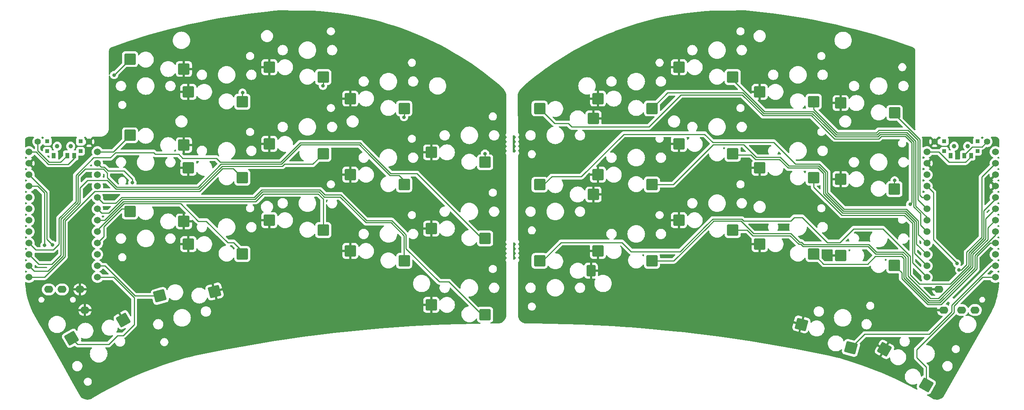
<source format=gbr>
%TF.GenerationSoftware,KiCad,Pcbnew,7.0.6*%
%TF.CreationDate,2023-10-10T10:55:06+08:00*%
%TF.ProjectId,sweepbling-lp__pcb,73776565-7062-46c6-996e-672d6c705f5f,rev?*%
%TF.SameCoordinates,Original*%
%TF.FileFunction,Copper,L2,Bot*%
%TF.FilePolarity,Positive*%
%FSLAX46Y46*%
G04 Gerber Fmt 4.6, Leading zero omitted, Abs format (unit mm)*
G04 Created by KiCad (PCBNEW 7.0.6) date 2023-10-10 10:55:06*
%MOMM*%
%LPD*%
G01*
G04 APERTURE LIST*
G04 Aperture macros list*
%AMRoundRect*
0 Rectangle with rounded corners*
0 $1 Rounding radius*
0 $2 $3 $4 $5 $6 $7 $8 $9 X,Y pos of 4 corners*
0 Add a 4 corners polygon primitive as box body*
4,1,4,$2,$3,$4,$5,$6,$7,$8,$9,$2,$3,0*
0 Add four circle primitives for the rounded corners*
1,1,$1+$1,$2,$3*
1,1,$1+$1,$4,$5*
1,1,$1+$1,$6,$7*
1,1,$1+$1,$8,$9*
0 Add four rect primitives between the rounded corners*
20,1,$1+$1,$2,$3,$4,$5,0*
20,1,$1+$1,$4,$5,$6,$7,0*
20,1,$1+$1,$6,$7,$8,$9,0*
20,1,$1+$1,$8,$9,$2,$3,0*%
G04 Aperture macros list end*
%TA.AperFunction,ComponentPad*%
%ADD10C,1.524000*%
%TD*%
%TA.AperFunction,ComponentPad*%
%ADD11O,2.000000X1.600000*%
%TD*%
%TA.AperFunction,SMDPad,CuDef*%
%ADD12RoundRect,0.250000X1.025000X1.000000X-1.025000X1.000000X-1.025000X-1.000000X1.025000X-1.000000X0*%
%TD*%
%TA.AperFunction,SMDPad,CuDef*%
%ADD13RoundRect,0.250000X1.387676X0.353525X-0.387676X1.378525X-1.387676X-0.353525X0.387676X-1.378525X0*%
%TD*%
%TA.AperFunction,SMDPad,CuDef*%
%ADD14RoundRect,0.250000X1.248893X0.700636X-0.731255X1.231215X-1.248893X-0.700636X0.731255X-1.231215X0*%
%TD*%
%TA.AperFunction,SMDPad,CuDef*%
%ADD15RoundRect,0.250000X-1.025000X-1.000000X1.025000X-1.000000X1.025000X1.000000X-1.025000X1.000000X0*%
%TD*%
%TA.AperFunction,SMDPad,CuDef*%
%ADD16RoundRect,0.200000X-0.800000X-1.050000X0.800000X-1.050000X0.800000X1.050000X-0.800000X1.050000X0*%
%TD*%
%TA.AperFunction,ComponentPad*%
%ADD17C,1.397000*%
%TD*%
%TA.AperFunction,SMDPad,CuDef*%
%ADD18RoundRect,0.250000X-0.731255X-1.231215X1.248893X-0.700636X0.731255X1.231215X-1.248893X0.700636X0*%
%TD*%
%TA.AperFunction,SMDPad,CuDef*%
%ADD19RoundRect,0.250000X-0.387676X-1.378525X1.387676X-0.353525X0.387676X1.378525X-1.387676X0.353525X0*%
%TD*%
%TA.AperFunction,WasherPad*%
%ADD20C,1.000000*%
%TD*%
%TA.AperFunction,SMDPad,CuDef*%
%ADD21R,0.900000X0.900000*%
%TD*%
%TA.AperFunction,SMDPad,CuDef*%
%ADD22R,0.900000X1.250000*%
%TD*%
%TA.AperFunction,ViaPad*%
%ADD23C,0.800000*%
%TD*%
%TA.AperFunction,Conductor*%
%ADD24C,0.250000*%
%TD*%
G04 APERTURE END LIST*
D10*
%TO.P,U1,1,TX*%
%TO.N,Switch10*%
X237789400Y-53086000D03*
%TO.P,U1,2,RX*%
%TO.N,Switch18*%
X237789400Y-55626000D03*
%TO.P,U1,3,GND*%
%TO.N,gnd*%
X237789400Y-58166000D03*
%TO.P,U1,4,GND*%
X237789400Y-60706000D03*
%TO.P,U1,5,SDA*%
%TO.N,Switch11*%
X237789400Y-63246000D03*
%TO.P,U1,6,SCL*%
%TO.N,Switch12*%
X237789400Y-65786000D03*
%TO.P,U1,7,D4*%
%TO.N,Switch13*%
X237789400Y-68326000D03*
%TO.P,U1,8,C6*%
%TO.N,Switch14*%
X237789400Y-70866000D03*
%TO.P,U1,9,D7*%
%TO.N,Switch15*%
X237789400Y-73406000D03*
%TO.P,U1,10,E6*%
%TO.N,Switch1*%
X237789400Y-75946000D03*
%TO.P,U1,11,B4*%
%TO.N,Switch16*%
X237789400Y-78486000D03*
%TO.P,U1,12,B5*%
%TO.N,Switch17*%
X237789400Y-81026000D03*
%TO.P,U1,13,B6*%
%TO.N,Switch9*%
X222569400Y-81026000D03*
%TO.P,U1,14,B2*%
%TO.N,Switch8*%
X222569400Y-78486000D03*
%TO.P,U1,15,B3*%
%TO.N,Switch7*%
X222569400Y-75946000D03*
%TO.P,U1,16,B1*%
%TO.N,Switch6*%
X222569400Y-73406000D03*
%TO.P,U1,17,F7*%
%TO.N,Switch2*%
X222569400Y-70866000D03*
%TO.P,U1,18,F6*%
%TO.N,Switch3*%
X222569400Y-68326000D03*
%TO.P,U1,19,F5*%
%TO.N,Switch4*%
X222569400Y-65786000D03*
%TO.P,U1,20,F4*%
%TO.N,Switch5*%
X222569400Y-63246000D03*
%TO.P,U1,21,VCC*%
%TO.N,vcc*%
X222569400Y-60706000D03*
%TO.P,U1,22,RST*%
%TO.N,reset*%
X222569400Y-58166000D03*
%TO.P,U1,23,GND*%
%TO.N,gnd*%
X222569400Y-55626000D03*
%TO.P,U1,24,RAW*%
%TO.N,raw*%
X222569400Y-53086000D03*
%TD*%
D11*
%TO.P,TRRS1,R1*%
%TO.N,Switch18*%
X230274000Y-88352000D03*
%TO.P,TRRS1,R2*%
%TO.N,vcc*%
X233274000Y-88352000D03*
%TO.P,TRRS1,S*%
%TO.N,gnd*%
X225174000Y-83752000D03*
%TO.P,TRRS1,T*%
X226274000Y-88352000D03*
%TD*%
D12*
%TO.P,SW13,1,1*%
%TO.N,Switch13*%
X179356000Y-70516000D03*
%TO.P,SW13,2,2*%
%TO.N,gnd*%
X167356000Y-68316000D03*
%TD*%
D13*
%TO.P,SW17,1,1*%
%TO.N,Switch17*%
X222417089Y-105028152D03*
%TO.P,SW17,2,2*%
%TO.N,gnd*%
X213124784Y-97122897D03*
%TD*%
D12*
%TO.P,SW12,1,1*%
%TO.N,Switch12*%
X161356000Y-77374000D03*
%TO.P,SW12,2,2*%
%TO.N,gnd*%
X149356000Y-75174000D03*
%TD*%
D14*
%TO.P,SW16,1,1*%
%TO.N,Switch16*%
X205653826Y-96783422D03*
%TO.P,SW16,2,2*%
%TO.N,gnd*%
X194632118Y-91552556D03*
%TD*%
D12*
%TO.P,SW14,1,1*%
%TO.N,Switch14*%
X197356000Y-75850000D03*
%TO.P,SW14,2,2*%
%TO.N,gnd*%
X185356000Y-73650000D03*
%TD*%
%TO.P,SW15,1,1*%
%TO.N,Switch15*%
X215336000Y-78390000D03*
%TO.P,SW15,2,2*%
%TO.N,gnd*%
X203336000Y-76190000D03*
%TD*%
%TO.P,SW3,1,1*%
%TO.N,Switch3*%
X179356000Y-36382000D03*
%TO.P,SW3,2,2*%
%TO.N,gnd*%
X167356000Y-34182000D03*
%TD*%
%TO.P,SW2,1,1*%
%TO.N,Switch2*%
X161356000Y-43382000D03*
%TO.P,SW2,2,2*%
%TO.N,gnd*%
X149356000Y-41182000D03*
%TD*%
%TO.P,SW7,1,1*%
%TO.N,Switch7*%
X161356000Y-60356000D03*
%TO.P,SW7,2,2*%
%TO.N,gnd*%
X149356000Y-58156000D03*
%TD*%
D15*
%TO.P,SW11,1,1*%
%TO.N,Switch11*%
X136356000Y-77382000D03*
D16*
%TO.P,SW11,2,2*%
%TO.N,gnd*%
X147806000Y-79582000D03*
%TD*%
D12*
%TO.P,SW10,1,1*%
%TO.N,Switch10*%
X215336000Y-61372000D03*
%TO.P,SW10,2,2*%
%TO.N,gnd*%
X203336000Y-59172000D03*
%TD*%
%TO.P,SW9,1,1*%
%TO.N,Switch9*%
X197356000Y-58832000D03*
%TO.P,SW9,2,2*%
%TO.N,gnd*%
X185356000Y-56632000D03*
%TD*%
D15*
%TO.P,SW6,1,1*%
%TO.N,Switch6*%
X136356000Y-60382000D03*
%TO.P,SW6,2,2*%
%TO.N,gnd*%
X148356000Y-62582000D03*
%TD*%
D12*
%TO.P,SW5,1,1*%
%TO.N,Switch5*%
X215356000Y-44382000D03*
%TO.P,SW5,2,2*%
%TO.N,gnd*%
X203356000Y-42182000D03*
%TD*%
%TO.P,SW4,1,1*%
%TO.N,Switch4*%
X197356000Y-41882000D03*
%TO.P,SW4,2,2*%
%TO.N,gnd*%
X185356000Y-39682000D03*
%TD*%
D15*
%TO.P,SW1,1,1*%
%TO.N,Switch1*%
X136356000Y-43382000D03*
%TO.P,SW1,2,2*%
%TO.N,gnd*%
X148356000Y-45582000D03*
%TD*%
D12*
%TO.P,SW8,1,1*%
%TO.N,Switch8*%
X179356000Y-53498000D03*
%TO.P,SW8,2,2*%
%TO.N,gnd*%
X167356000Y-51298000D03*
%TD*%
D17*
%TO.P,Bat+1,1,1*%
%TO.N,BT+*%
X235966000Y-50800000D03*
%TD*%
%TO.P,BatGND1,1,1*%
%TO.N,gnd*%
X224282000Y-50800000D03*
%TD*%
D10*
%TO.P,U2,1,TX*%
%TO.N,Switch10_r*%
X37937400Y-53086000D03*
%TO.P,U2,2,RX*%
%TO.N,Switch18_r*%
X37937400Y-55626000D03*
%TO.P,U2,3,GND*%
%TO.N,gnd_r*%
X37937400Y-58166000D03*
%TO.P,U2,4,GND*%
X37937400Y-60706000D03*
%TO.P,U2,5,SDA*%
%TO.N,Switch11_r*%
X37937400Y-63246000D03*
%TO.P,U2,6,SCL*%
%TO.N,Switch12_r*%
X37937400Y-65786000D03*
%TO.P,U2,7,D4*%
%TO.N,Switch13_r*%
X37937400Y-68326000D03*
%TO.P,U2,8,C6*%
%TO.N,Switch14_r*%
X37937400Y-70866000D03*
%TO.P,U2,9,D7*%
%TO.N,Switch15_r*%
X37937400Y-73406000D03*
%TO.P,U2,10,E6*%
%TO.N,Switch1_r*%
X37937400Y-75946000D03*
%TO.P,U2,11,B4*%
%TO.N,Switch16_r*%
X37937400Y-78486000D03*
%TO.P,U2,12,B5*%
%TO.N,Switch17_r*%
X37937400Y-81026000D03*
%TO.P,U2,13,B6*%
%TO.N,Switch9_r*%
X22717400Y-81026000D03*
%TO.P,U2,14,B2*%
%TO.N,Switch8_r*%
X22717400Y-78486000D03*
%TO.P,U2,15,B3*%
%TO.N,Switch7_r*%
X22717400Y-75946000D03*
%TO.P,U2,16,B1*%
%TO.N,Switch6_r*%
X22717400Y-73406000D03*
%TO.P,U2,17,F7*%
%TO.N,Switch2_r*%
X22717400Y-70866000D03*
%TO.P,U2,18,F6*%
%TO.N,Switch3_r*%
X22717400Y-68326000D03*
%TO.P,U2,19,F5*%
%TO.N,Switch4_r*%
X22717400Y-65786000D03*
%TO.P,U2,20,F4*%
%TO.N,Switch5_r*%
X22717400Y-63246000D03*
%TO.P,U2,21,VCC*%
%TO.N,vcc_r*%
X22717400Y-60706000D03*
%TO.P,U2,22,RST*%
%TO.N,reset_r*%
X22717400Y-58166000D03*
%TO.P,U2,23,GND*%
%TO.N,gnd_r*%
X22717400Y-55626000D03*
%TO.P,U2,24,RAW*%
%TO.N,raw_r*%
X22717400Y-53086000D03*
%TD*%
D11*
%TO.P,TRRS2,R1*%
%TO.N,Switch18_r*%
X30076000Y-83752000D03*
%TO.P,TRRS2,R2*%
%TO.N,vcc_r*%
X27076000Y-83752000D03*
%TO.P,TRRS2,S*%
%TO.N,gnd_r*%
X35176000Y-88352000D03*
%TO.P,TRRS2,T*%
X34076000Y-83752000D03*
%TD*%
D15*
%TO.P,SW15_r1,1,1*%
%TO.N,Switch15_r*%
X45186000Y-66390000D03*
%TO.P,SW15_r1,2,2*%
%TO.N,gnd_r*%
X57186000Y-68590000D03*
%TD*%
D12*
%TO.P,SW9_r1,1,1*%
%TO.N,Switch9_r*%
X70200000Y-58832000D03*
%TO.P,SW9_r1,2,2*%
%TO.N,gnd_r*%
X58200000Y-56632000D03*
%TD*%
%TO.P,SW13_r1,1,1*%
%TO.N,Switch13_r*%
X88188000Y-70516000D03*
%TO.P,SW13_r1,2,2*%
%TO.N,gnd_r*%
X76188000Y-68316000D03*
%TD*%
%TO.P,SW12_r1,1,1*%
%TO.N,Switch12_r*%
X106214000Y-77374000D03*
%TO.P,SW12_r1,2,2*%
%TO.N,gnd_r*%
X94214000Y-75174000D03*
%TD*%
D15*
%TO.P,SW5_r1,1,1*%
%TO.N,Switch5_r*%
X45186000Y-32382000D03*
%TO.P,SW5_r1,2,2*%
%TO.N,gnd_r*%
X57186000Y-34582000D03*
%TD*%
D12*
%TO.P,SW4_r1,1,1*%
%TO.N,Switch4_r*%
X70200000Y-41882000D03*
%TO.P,SW4_r1,2,2*%
%TO.N,gnd_r*%
X58200000Y-39682000D03*
%TD*%
%TO.P,SW1_r1,1,1*%
%TO.N,Switch1_r*%
X124232000Y-55382000D03*
%TO.P,SW1_r1,2,2*%
%TO.N,gnd_r*%
X112232000Y-53182000D03*
%TD*%
%TO.P,SW14_r1,1,1*%
%TO.N,Switch14_r*%
X70200000Y-75850000D03*
%TO.P,SW14_r1,2,2*%
%TO.N,gnd_r*%
X58200000Y-73650000D03*
%TD*%
%TO.P,SW3_r1,1,1*%
%TO.N,Switch3_r*%
X88188000Y-36382000D03*
%TO.P,SW3_r1,2,2*%
%TO.N,gnd_r*%
X76188000Y-34182000D03*
%TD*%
%TO.P,SW11_r1,1,1*%
%TO.N,Switch11_r*%
X124232000Y-89382000D03*
%TO.P,SW11_r1,2,2*%
%TO.N,gnd_r*%
X112232000Y-87182000D03*
%TD*%
D15*
%TO.P,SW10_r1,1,1*%
%TO.N,Switch10_r*%
X45186000Y-49372000D03*
%TO.P,SW10_r1,2,2*%
%TO.N,gnd_r*%
X57186000Y-51572000D03*
%TD*%
D12*
%TO.P,SW2_r1,1,1*%
%TO.N,Switch2_r*%
X106214000Y-43382000D03*
%TO.P,SW2_r1,2,2*%
%TO.N,gnd_r*%
X94214000Y-41182000D03*
%TD*%
%TO.P,SW7_r1,1,1*%
%TO.N,Switch7_r*%
X106214000Y-60356000D03*
%TO.P,SW7_r1,2,2*%
%TO.N,gnd_r*%
X94214000Y-58156000D03*
%TD*%
D18*
%TO.P,SW16_r1,1,1*%
%TO.N,Switch16_r*%
X51844345Y-85192312D03*
%TO.P,SW16_r1,2,2*%
%TO.N,gnd_r*%
X64004857Y-84211520D03*
%TD*%
D12*
%TO.P,SW8_r1,1,1*%
%TO.N,Switch8_r*%
X88188000Y-53498000D03*
%TO.P,SW8_r1,2,2*%
%TO.N,gnd_r*%
X76188000Y-51298000D03*
%TD*%
D19*
%TO.P,SW17_r1,1,1*%
%TO.N,Switch17_r*%
X32186911Y-94635848D03*
%TO.P,SW17_r1,2,2*%
%TO.N,gnd_r*%
X43679216Y-90541103D03*
%TD*%
D12*
%TO.P,SW6_r1,1,1*%
%TO.N,Switch6_r*%
X124232000Y-72382000D03*
%TO.P,SW6_r1,2,2*%
%TO.N,gnd_r*%
X112232000Y-70182000D03*
%TD*%
D17*
%TO.P,BatGNDr1,1,1*%
%TO.N,gnd_r*%
X36068000Y-50800000D03*
%TD*%
%TO.P,Bat+r1,1,1*%
%TO.N,BT+_r*%
X24638000Y-50800000D03*
%TD*%
D20*
%TO.P,SW_POWER1,*%
%TO.N,*%
X231624000Y-51816000D03*
X228624000Y-51816000D03*
D21*
%TO.P,SW_POWER1,0*%
%TO.N,N/C*%
X233824000Y-52916000D03*
X226424000Y-52916000D03*
X226424000Y-50716000D03*
X233824000Y-50716000D03*
D22*
%TO.P,SW_POWER1,1,A*%
%TO.N,unconnected-(SW_POWER1-Pad1)*%
X227874000Y-53891000D03*
%TO.P,SW_POWER1,2,B*%
%TO.N,BT+*%
X230874000Y-53891000D03*
%TO.P,SW_POWER1,3,C*%
%TO.N,raw*%
X232374000Y-53891000D03*
%TD*%
D20*
%TO.P,SW_POWERR1,*%
%TO.N,*%
X28980000Y-51816000D03*
X31980000Y-51816000D03*
D21*
%TO.P,SW_POWERR1,0*%
%TO.N,N/C*%
X26780000Y-52916000D03*
X26780000Y-50716000D03*
X34180000Y-50716000D03*
X34180000Y-52916000D03*
D22*
%TO.P,SW_POWERR1,1,A*%
%TO.N,unconnected-(SW_POWERR1-Pad1)*%
X28230000Y-53891000D03*
%TO.P,SW_POWERR1,2,B*%
%TO.N,BT+_r*%
X31230000Y-53891000D03*
%TO.P,SW_POWERR1,3,C*%
%TO.N,raw_r*%
X32730000Y-53891000D03*
%TD*%
D23*
%TO.N,gnd*%
X200279000Y-76073000D03*
X175895000Y-42799000D03*
X233426000Y-58166000D03*
%TO.N,vcc*%
X229235000Y-77940500D03*
%TO.N,Switch18*%
X229738701Y-79379299D03*
%TO.N,Switch1*%
X218821000Y-64770000D03*
%TO.N,Switch10*%
X215392000Y-59436000D03*
%TO.N,Switch18_r*%
X45720000Y-59944000D03*
%TO.N,reset_r*%
X27940000Y-73787000D03*
%TO.N,Switch1_r*%
X124206000Y-53467000D03*
%TO.N,Switch2_r*%
X106172000Y-45339000D03*
%TO.N,Switch3_r*%
X88138000Y-38354000D03*
%TO.N,Switch4_r*%
X70231000Y-39878000D03*
%TO.N,Switch5_r*%
X41656000Y-35941000D03*
%TO.N,gnd_r*%
X42316400Y-87325200D03*
X75742800Y-23977600D03*
X58166000Y-59436000D03*
%TO.N,vcc_r*%
X26162000Y-73914000D03*
%TD*%
D24*
%TO.N,vcc*%
X224028000Y-62164600D02*
X222569400Y-60706000D01*
X229235000Y-77851000D02*
X224028000Y-72644000D01*
X224028000Y-72644000D02*
X224028000Y-62164600D01*
X229235000Y-77940500D02*
X229235000Y-77851000D01*
%TO.N,Switch18*%
X231432400Y-78192164D02*
X231432400Y-75396011D01*
X229738701Y-79379299D02*
X230245265Y-79379299D01*
X231432400Y-75396011D02*
X234744440Y-72083971D01*
X234744440Y-72083971D02*
X234744440Y-58670960D01*
X234744440Y-58670960D02*
X237789400Y-55626000D01*
X230245265Y-79379299D02*
X231432400Y-78192164D01*
%TO.N,Switch1*%
X212394594Y-49608560D02*
X217753688Y-49608560D01*
X139710000Y-46736000D02*
X142748000Y-46736000D01*
X219181920Y-51036792D02*
X219181920Y-58166000D01*
X219181920Y-64409080D02*
X218821000Y-64770000D01*
X200100521Y-48208521D02*
X202047071Y-50155071D01*
X142748000Y-46736000D02*
X143510000Y-47498000D01*
X143510000Y-47498000D02*
X160655000Y-47498000D01*
X219181920Y-58166000D02*
X219181920Y-64409080D01*
X211848083Y-50155071D02*
X212394594Y-49608560D01*
X167825480Y-40327520D02*
X181423085Y-40327520D01*
X200100521Y-48207628D02*
X200100521Y-48208521D01*
X199499479Y-47607479D02*
X199500372Y-47607479D01*
X217753688Y-49608560D02*
X219181920Y-51036792D01*
X186063606Y-44968040D02*
X196860040Y-44968040D01*
X196860040Y-44968040D02*
X199499479Y-47607479D01*
X199500372Y-47607479D02*
X200100521Y-48207628D01*
X181423085Y-40327520D02*
X186063606Y-44968040D01*
X136356000Y-43382000D02*
X139710000Y-46736000D01*
X202047071Y-50155071D02*
X211848083Y-50155071D01*
X160655000Y-47498000D02*
X167825480Y-40327520D01*
%TO.N,Switch2*%
X199685677Y-47157959D02*
X199686570Y-47157959D01*
X219631440Y-65327157D02*
X221127080Y-66822798D01*
X202234164Y-49705551D02*
X211661885Y-49705551D01*
X186249803Y-44518520D02*
X197046238Y-44518520D01*
X221127080Y-66822798D02*
X221127080Y-69423680D01*
X211661885Y-49705551D02*
X212208396Y-49159040D01*
X197046238Y-44518520D02*
X199685677Y-47157959D01*
X217939886Y-49159040D02*
X219631440Y-50850594D01*
X164860000Y-39878000D02*
X181609283Y-39878000D01*
X212208396Y-49159040D02*
X217939886Y-49159040D01*
X221127080Y-69423680D02*
X222569400Y-70866000D01*
X219631440Y-50850594D02*
X219631440Y-65327157D01*
X199686570Y-47157959D02*
X202234164Y-49705551D01*
X181609283Y-39878000D02*
X186249803Y-44518520D01*
X161356000Y-43382000D02*
X164860000Y-39878000D01*
%TO.N,Switch3*%
X179356000Y-36989000D02*
X186436000Y-44069000D01*
X220080960Y-65140960D02*
X222569400Y-67629400D01*
X211475687Y-49256031D02*
X212022198Y-48709520D01*
X179356000Y-36382000D02*
X179356000Y-36989000D01*
X220080960Y-50664396D02*
X220080960Y-65140960D01*
X222569400Y-67629400D02*
X222569400Y-68326000D01*
X218126084Y-48709520D02*
X220080960Y-50664396D01*
X186436000Y-44069000D02*
X197233329Y-44069000D01*
X197233329Y-44069000D02*
X202420361Y-49256031D01*
X202420361Y-49256031D02*
X211475687Y-49256031D01*
X212022198Y-48709520D02*
X218126084Y-48709520D01*
%TO.N,Switch4*%
X220530480Y-50478199D02*
X220530480Y-63747080D01*
X197356000Y-41882000D02*
X197356000Y-43555953D01*
X202606558Y-48806511D02*
X211289489Y-48806511D01*
X211836000Y-48260000D02*
X218312281Y-48260000D01*
X218312281Y-48260000D02*
X220530480Y-50478199D01*
X211289489Y-48806511D02*
X211836000Y-48260000D01*
X220530480Y-63747080D02*
X222569400Y-65786000D01*
X197356000Y-43555953D02*
X202606558Y-48806511D01*
%TO.N,Switch5*%
X220980000Y-62738000D02*
X221488000Y-63246000D01*
X215356000Y-44382000D02*
X215356000Y-44668000D01*
X220980000Y-50292000D02*
X220980000Y-62738000D01*
X221488000Y-63246000D02*
X222569400Y-63246000D01*
X215356000Y-44668000D02*
X220980000Y-50292000D01*
%TO.N,Switch6*%
X204139594Y-65834440D02*
X215977842Y-65834440D01*
X137269671Y-60382000D02*
X139069192Y-58582479D01*
X200416040Y-57539605D02*
X200416040Y-62110886D01*
X215977842Y-65834440D02*
X215995364Y-65816919D01*
X145633521Y-58582479D02*
X155084521Y-49131479D01*
X139069192Y-58582479D02*
X145633521Y-58582479D01*
X188468000Y-50927000D02*
X193283960Y-55742960D01*
X220677560Y-68455513D02*
X220677560Y-71514160D01*
X174879000Y-50927000D02*
X188468000Y-50927000D01*
X200416040Y-62110886D02*
X204139594Y-65834440D01*
X220677560Y-71514160D02*
X222569400Y-73406000D01*
X136356000Y-60382000D02*
X137269671Y-60382000D01*
X218038966Y-65816919D02*
X220677560Y-68455513D01*
X198619395Y-55742960D02*
X200416040Y-57539605D01*
X193283960Y-55742960D02*
X198619395Y-55742960D01*
X173083479Y-49131479D02*
X174879000Y-50927000D01*
X155084521Y-49131479D02*
X173083479Y-49131479D01*
X215995364Y-65816919D02*
X218038966Y-65816919D01*
%TO.N,Switch7*%
X199966520Y-57725802D02*
X198433198Y-56192480D01*
X217852768Y-66266439D02*
X216181561Y-66266439D01*
X189919677Y-54282959D02*
X184584959Y-54282959D01*
X216181561Y-66266439D02*
X216164040Y-66283960D01*
X191829198Y-56192480D02*
X189919677Y-54282959D01*
X220228040Y-68641711D02*
X217852768Y-66266439D01*
X203953396Y-66283960D02*
X199966520Y-62297084D01*
X198433198Y-56192480D02*
X191829198Y-56192480D01*
X184584959Y-54282959D02*
X181737000Y-51435000D01*
X175006000Y-51435000D02*
X166085000Y-60356000D01*
X166085000Y-60356000D02*
X161356000Y-60356000D01*
X199966520Y-62297084D02*
X199966520Y-57725802D01*
X222569400Y-75946000D02*
X220228040Y-73604640D01*
X220228040Y-73604640D02*
X220228040Y-68641711D01*
X216164040Y-66283960D02*
X203953396Y-66283960D01*
X181737000Y-51435000D02*
X175006000Y-51435000D01*
%TO.N,Switch8*%
X216445431Y-66715959D02*
X217666570Y-66715959D01*
X179356000Y-53498000D02*
X179579000Y-53721000D01*
X184398761Y-54732479D02*
X189733479Y-54732479D01*
X179579000Y-53721000D02*
X183387282Y-53721000D01*
X189733479Y-54732479D02*
X191643000Y-56642000D01*
X203767198Y-66733480D02*
X216427909Y-66733480D01*
X199517000Y-57912000D02*
X199517000Y-62483282D01*
X216427909Y-66733480D02*
X216445431Y-66715959D01*
X199517000Y-62483282D02*
X203767198Y-66733480D01*
X191643000Y-56642000D02*
X198247000Y-56642000D01*
X198247000Y-56642000D02*
X199517000Y-57912000D01*
X217666570Y-66715959D02*
X219778520Y-68827909D01*
X183387282Y-53721000D02*
X184398761Y-54732479D01*
X219778520Y-75695120D02*
X222569400Y-78486000D01*
X219778520Y-68827909D02*
X219778520Y-75695120D01*
%TO.N,Switch9*%
X197356000Y-58832000D02*
X197356000Y-60958000D01*
X197356000Y-60958000D02*
X203581000Y-67183000D01*
X219329000Y-69014107D02*
X219329000Y-77785600D01*
X217480372Y-67165479D02*
X219329000Y-69014107D01*
X203581000Y-67183000D02*
X216614107Y-67183000D01*
X219329000Y-77785600D02*
X222569400Y-81026000D01*
X216614107Y-67183000D02*
X216631628Y-67165479D01*
X216631628Y-67165479D02*
X217480372Y-67165479D01*
%TO.N,Switch10*%
X215336000Y-61372000D02*
X215336000Y-59492000D01*
X215336000Y-59492000D02*
X215392000Y-59436000D01*
%TO.N,Switch11*%
X173506959Y-69442994D02*
X174882995Y-68066959D01*
X141097000Y-73279000D02*
X152064671Y-73279000D01*
X206248000Y-70231000D02*
X212725000Y-70231000D01*
X237789400Y-63581600D02*
X237789400Y-63246000D01*
X220853000Y-82550000D02*
X227710282Y-82550000D01*
X212725000Y-70231000D02*
X218821000Y-76327000D01*
X193040000Y-67691000D02*
X194818000Y-67691000D01*
X136356000Y-77382000D02*
X136994000Y-77382000D01*
X235193960Y-67745723D02*
X235204000Y-67735683D01*
X174882995Y-68066959D02*
X181352394Y-68066959D01*
X136994000Y-77382000D02*
X141097000Y-73279000D01*
X192278000Y-68453000D02*
X193040000Y-67691000D01*
X235193960Y-72270169D02*
X235193960Y-67745723D01*
X218821000Y-80518000D02*
X220853000Y-82550000D01*
X194818000Y-67691000D02*
X200395960Y-73268960D01*
X203210040Y-73268960D02*
X206248000Y-70231000D01*
X154681479Y-73274479D02*
X156718000Y-75311000D01*
X235204000Y-67735683D02*
X235204000Y-66167000D01*
X152069192Y-73274479D02*
X154681479Y-73274479D01*
X181738435Y-68453000D02*
X192278000Y-68453000D01*
X173506959Y-69443323D02*
X173506959Y-69442994D01*
X231881920Y-78378362D02*
X231881920Y-75582209D01*
X235204000Y-66167000D02*
X237789400Y-63581600D01*
X200395960Y-73268960D02*
X203210040Y-73268960D01*
X152064671Y-73279000D02*
X152069192Y-73274479D01*
X167639282Y-75311000D02*
X173506959Y-69443323D01*
X227710282Y-82550000D02*
X231881920Y-78378362D01*
X231881920Y-75582209D02*
X235193960Y-72270169D01*
X181352394Y-68066959D02*
X181738435Y-68453000D01*
X156718000Y-75311000D02*
X167639282Y-75311000D01*
X218821000Y-76327000D02*
X218821000Y-80518000D01*
%TO.N,Switch12*%
X235643480Y-72456367D02*
X235643480Y-67931920D01*
X187882995Y-71300959D02*
X192315834Y-71300959D01*
X192315834Y-71300959D02*
X194225355Y-73210480D01*
X181166197Y-68516479D02*
X183955198Y-71305480D01*
X218323040Y-76464758D02*
X218323040Y-80782040D01*
X209609198Y-73718480D02*
X211318678Y-75427960D01*
X223314440Y-85773440D02*
X225122560Y-85773440D01*
X232331440Y-75768407D02*
X235643480Y-72456367D01*
X166212000Y-77374000D02*
X173956479Y-69629521D01*
X232331440Y-78564560D02*
X232331440Y-75768407D01*
X195146527Y-73718480D02*
X209609198Y-73718480D01*
X187878473Y-71305480D02*
X187882995Y-71300959D01*
X217286242Y-75427960D02*
X218323040Y-76464758D01*
X173956479Y-69629192D02*
X175069192Y-68516479D01*
X218323040Y-80782040D02*
X223314440Y-85773440D01*
X183955198Y-71305480D02*
X187878473Y-71305480D01*
X194225355Y-73210480D02*
X194638527Y-73210480D01*
X173956479Y-69629521D02*
X173956479Y-69629192D01*
X211318678Y-75427960D02*
X217286242Y-75427960D01*
X175069192Y-68516479D02*
X181166197Y-68516479D01*
X225122560Y-85773440D02*
X232331440Y-78564560D01*
X235643480Y-67931920D02*
X237789400Y-65786000D01*
X161356000Y-77374000D02*
X166212000Y-77374000D01*
X194638527Y-73210480D02*
X195146527Y-73718480D01*
%TO.N,Switch13*%
X188069192Y-71750479D02*
X192129637Y-71750479D01*
X179356000Y-70516000D02*
X182530000Y-70516000D01*
X183769000Y-71755000D02*
X188064671Y-71755000D01*
X192129637Y-71750479D02*
X194039158Y-73660000D01*
X217100044Y-75877480D02*
X217873520Y-76650956D01*
X211132480Y-75877480D02*
X217100044Y-75877480D01*
X225308758Y-86222960D02*
X232780960Y-78750758D01*
X194452329Y-73660000D02*
X194960329Y-74168000D01*
X232780960Y-78750758D02*
X232780960Y-75954605D01*
X236093000Y-72642565D02*
X236093000Y-69977000D01*
X232780960Y-75954605D02*
X236093000Y-72642565D01*
X209423000Y-74168000D02*
X211132480Y-75877480D01*
X194960329Y-74168000D02*
X209423000Y-74168000D01*
X217873520Y-76650956D02*
X217873520Y-80968238D01*
X217873520Y-80968238D02*
X223128242Y-86222960D01*
X194039158Y-73660000D02*
X194452329Y-73660000D01*
X223128242Y-86222960D02*
X225308758Y-86222960D01*
X237744000Y-68326000D02*
X237789400Y-68326000D01*
X236093000Y-69977000D02*
X237744000Y-68326000D01*
X188064671Y-71755000D02*
X188069192Y-71750479D01*
X182530000Y-70516000D02*
X183769000Y-71755000D01*
%TO.N,Switch14*%
X199595521Y-78089521D02*
X209350150Y-78089521D01*
X233230480Y-78936956D02*
X233230480Y-76140802D01*
X197356000Y-75850000D02*
X199595521Y-78089521D01*
X216913846Y-76327000D02*
X217424000Y-76837154D01*
X222942044Y-86672480D02*
X225494956Y-86672480D01*
X225494956Y-86672480D02*
X233230480Y-78936956D01*
X209350150Y-78089521D02*
X211112671Y-76327000D01*
X237789400Y-71581882D02*
X237789400Y-70866000D01*
X217424000Y-81154436D02*
X222942044Y-86672480D01*
X233230480Y-76140802D02*
X237789400Y-71581882D01*
X211112671Y-76327000D02*
X216913846Y-76327000D01*
X217424000Y-76837154D02*
X217424000Y-81154436D01*
%TO.N,Switch15*%
X225681154Y-87122000D02*
X233680000Y-79123154D01*
X216974480Y-81340634D02*
X222755846Y-87122000D01*
X216974480Y-80028480D02*
X216974480Y-81340634D01*
X233680000Y-76327000D02*
X236601000Y-73406000D01*
X215336000Y-78390000D02*
X216974480Y-80028480D01*
X233680000Y-79123154D02*
X233680000Y-76327000D01*
X222755846Y-87122000D02*
X225681154Y-87122000D01*
X236601000Y-73406000D02*
X237789400Y-73406000D01*
%TO.N,Switch16*%
X228117400Y-87249000D02*
X236880400Y-78486000D01*
X223088200Y-93726000D02*
X228117400Y-88696800D01*
X205653826Y-96783422D02*
X208711248Y-93726000D01*
X236880400Y-78486000D02*
X237789400Y-78486000D01*
X228117400Y-88696800D02*
X228117400Y-87249000D01*
X208711248Y-93726000D02*
X223088200Y-93726000D01*
%TO.N,Switch17*%
X222417089Y-101046906D02*
X220311479Y-98941296D01*
X228566920Y-88882998D02*
X228566920Y-87435198D01*
X228566920Y-87435198D02*
X234976118Y-81026000D01*
X220311479Y-98941296D02*
X220311479Y-97138439D01*
X222417089Y-105028152D02*
X222417089Y-101046906D01*
X220311479Y-97138439D02*
X228566920Y-88882998D01*
X234976118Y-81026000D02*
X237789400Y-81026000D01*
%TO.N,raw*%
X227457000Y-55372000D02*
X225171000Y-53086000D01*
X231140000Y-55372000D02*
X227457000Y-55372000D01*
X232374000Y-53891000D02*
X232374000Y-54138000D01*
X232374000Y-54138000D02*
X231140000Y-55372000D01*
X225171000Y-53086000D02*
X222569400Y-53086000D01*
%TO.N,BT+_r*%
X29749000Y-55372000D02*
X31230000Y-53891000D01*
X24638000Y-50800000D02*
X24638000Y-52832000D01*
X24638000Y-52832000D02*
X27178000Y-55372000D01*
X27178000Y-55372000D02*
X29749000Y-55372000D01*
%TO.N,Switch18_r*%
X45720000Y-59182000D02*
X45720000Y-59944000D01*
X40259718Y-57277000D02*
X43815000Y-57277000D01*
X39429198Y-56446480D02*
X40259718Y-57277000D01*
X38757880Y-56446480D02*
X39429198Y-56446480D01*
X43815000Y-57277000D02*
X45720000Y-59182000D01*
X37937400Y-55626000D02*
X38757880Y-56446480D01*
%TO.N,reset_r*%
X26670000Y-62118600D02*
X22717400Y-58166000D01*
X26670000Y-72517000D02*
X26670000Y-62118600D01*
X27940000Y-73787000D02*
X26670000Y-72517000D01*
%TO.N,Switch9_r*%
X26162000Y-81026000D02*
X30734000Y-76454000D01*
X68137000Y-56769000D02*
X70200000Y-58832000D01*
X65787436Y-56769000D02*
X68137000Y-56769000D01*
X30734000Y-76454000D02*
X30734000Y-68453001D01*
X22717400Y-81026000D02*
X26162000Y-81026000D01*
X30734000Y-68453001D02*
X37338001Y-61849000D01*
X37338001Y-61849000D02*
X60707436Y-61849000D01*
X60707436Y-61849000D02*
X65787436Y-56769000D01*
%TO.N,Switch10_r*%
X45186000Y-49372000D02*
X41472000Y-53086000D01*
X41472000Y-53086000D02*
X37937400Y-53086000D01*
%TO.N,Switch11_r*%
X42034847Y-64516000D02*
X39207400Y-64516000D01*
X124232000Y-89382000D02*
X123518329Y-89382000D01*
X43314887Y-63235960D02*
X42034847Y-64516000D01*
X74473844Y-61542439D02*
X72780323Y-63235960D01*
X116193808Y-82057479D02*
X114061479Y-82057479D01*
X114061479Y-82057479D02*
X106621520Y-74617520D01*
X103437197Y-68384480D02*
X97849198Y-68384480D01*
X106621520Y-74617520D02*
X106621520Y-71568802D01*
X72780323Y-63235960D02*
X43314887Y-63235960D01*
X87450439Y-61542439D02*
X74473844Y-61542439D01*
X97849198Y-68384480D02*
X92134198Y-62669480D01*
X106358197Y-71305480D02*
X103437197Y-68384480D01*
X92134198Y-62669480D02*
X88577480Y-62669480D01*
X123518329Y-89382000D02*
X116193808Y-82057479D01*
X88577480Y-62669480D02*
X87450439Y-61542439D01*
X39207400Y-64516000D02*
X37937400Y-63246000D01*
X106621520Y-71568802D02*
X106358197Y-71305480D01*
%TO.N,Switch12_r*%
X72966520Y-63685480D02*
X43501085Y-63685480D01*
X91948000Y-63119000D02*
X88391282Y-63119000D01*
X103251000Y-68834000D02*
X97663000Y-68834000D01*
X87264241Y-61991959D02*
X74660042Y-61991959D01*
X43501085Y-63685480D02*
X40511564Y-66675000D01*
X97663000Y-68834000D02*
X91948000Y-63119000D01*
X106214000Y-77374000D02*
X106172000Y-77332000D01*
X106172000Y-71755000D02*
X103251000Y-68834000D01*
X88391282Y-63119000D02*
X87264241Y-61991959D01*
X38826400Y-66675000D02*
X37937400Y-65786000D01*
X74660042Y-61991959D02*
X72966520Y-63685480D01*
X40511564Y-66675000D02*
X38826400Y-66675000D01*
X106172000Y-77332000D02*
X106172000Y-71755000D01*
%TO.N,Switch13_r*%
X87078043Y-62441479D02*
X88188000Y-63551436D01*
X88188000Y-63551436D02*
X88188000Y-70516000D01*
X39496282Y-68326000D02*
X43687282Y-64135000D01*
X43687282Y-64135000D02*
X73152718Y-64135000D01*
X73152718Y-64135000D02*
X74846239Y-62441479D01*
X74846239Y-62441479D02*
X87078043Y-62441479D01*
X37937400Y-68326000D02*
X39496282Y-68326000D01*
%TO.N,Switch14_r*%
X70200000Y-75850000D02*
X70200000Y-75280000D01*
X62175479Y-68525479D02*
X60397479Y-68525479D01*
X70200000Y-75280000D02*
X68199000Y-73279000D01*
X60397479Y-68525479D02*
X56462479Y-64590479D01*
X68199000Y-73279000D02*
X66929000Y-73279000D01*
X56462479Y-64590479D02*
X43867521Y-64590479D01*
X37937400Y-70520600D02*
X37937400Y-70866000D01*
X43867521Y-64590479D02*
X37937400Y-70520600D01*
X66929000Y-73279000D02*
X62175479Y-68525479D01*
%TO.N,Switch15_r*%
X45186000Y-66390000D02*
X44582000Y-65786000D01*
X39370000Y-69723718D02*
X39370000Y-71973400D01*
X44582000Y-65786000D02*
X43307718Y-65786000D01*
X43307718Y-65786000D02*
X39370000Y-69723718D01*
X39370000Y-71973400D02*
X37937400Y-73406000D01*
%TO.N,Switch16_r*%
X51844345Y-85192312D02*
X46330312Y-85192312D01*
X46330312Y-85192312D02*
X39624000Y-78486000D01*
X39624000Y-78486000D02*
X37937400Y-78486000D01*
%TO.N,Switch17_r*%
X46101000Y-91567000D02*
X46101000Y-85598718D01*
X39077296Y-96007479D02*
X39081817Y-96012000D01*
X37354183Y-96012000D02*
X37358704Y-96007479D01*
X42432504Y-94007479D02*
X43660521Y-94007479D01*
X46101000Y-85598718D02*
X41528282Y-81026000D01*
X43660521Y-94007479D02*
X46101000Y-91567000D01*
X39081817Y-96012000D02*
X40427983Y-96012000D01*
X32186911Y-94635848D02*
X33563063Y-96012000D01*
X37358704Y-96007479D02*
X39077296Y-96007479D01*
X33563063Y-96012000D02*
X37354183Y-96012000D01*
X41528282Y-81026000D02*
X37937400Y-81026000D01*
X40427983Y-96012000D02*
X42432504Y-94007479D01*
%TO.N,Switch1_r*%
X124232000Y-55382000D02*
X124232000Y-53493000D01*
X124232000Y-53493000D02*
X124206000Y-53467000D01*
%TO.N,Switch2_r*%
X106214000Y-43382000D02*
X106214000Y-45297000D01*
X106214000Y-45297000D02*
X106172000Y-45339000D01*
%TO.N,Switch3_r*%
X88188000Y-38304000D02*
X88138000Y-38354000D01*
X88188000Y-36382000D02*
X88188000Y-38304000D01*
%TO.N,Switch4_r*%
X70200000Y-41882000D02*
X70200000Y-39909000D01*
X70200000Y-39909000D02*
X70231000Y-39878000D01*
%TO.N,Switch5_r*%
X45186000Y-32411000D02*
X45186000Y-32382000D01*
X41656000Y-35941000D02*
X45186000Y-32411000D01*
%TO.N,Switch6_r*%
X56007000Y-53594000D02*
X50800000Y-53594000D01*
X123518329Y-72382000D02*
X109043288Y-57906959D01*
X37084000Y-54356000D02*
X33147000Y-58293000D01*
X29385440Y-73611560D02*
X28067000Y-74930000D01*
X83060170Y-51048959D02*
X78747170Y-55361960D01*
X50419000Y-53213000D02*
X41980718Y-53213000D01*
X98988041Y-53648323D02*
X98988041Y-53621166D01*
X64408363Y-54483000D02*
X56896000Y-54483000D01*
X96415833Y-51048959D02*
X83060170Y-51048959D01*
X40837718Y-54356000D02*
X37084000Y-54356000D01*
X124232000Y-72382000D02*
X123518329Y-72382000D01*
X65287323Y-55361960D02*
X64408363Y-54483000D01*
X103246677Y-57906959D02*
X98988041Y-53648323D01*
X24241400Y-74930000D02*
X22717400Y-73406000D01*
X41980718Y-53213000D02*
X40837718Y-54356000D01*
X50800000Y-53594000D02*
X50419000Y-53213000D01*
X56896000Y-54483000D02*
X56007000Y-53594000D01*
X98988041Y-53621166D02*
X96415833Y-51048959D01*
X33147000Y-64132849D02*
X29385440Y-67894409D01*
X28067000Y-74930000D02*
X24241400Y-74930000D01*
X109043288Y-57906959D02*
X103246677Y-57906959D01*
X78747170Y-55361960D02*
X65287323Y-55361960D01*
X33147000Y-58293000D02*
X33147000Y-64132849D01*
X29385440Y-67894409D02*
X29385440Y-73611560D01*
%TO.N,Switch7_r*%
X60335040Y-60949960D02*
X42280960Y-60949960D01*
X42280960Y-60949960D02*
X40132000Y-58801000D01*
X96229636Y-51498479D02*
X83246368Y-51498479D01*
X65473520Y-55811480D02*
X60335040Y-60949960D01*
X33596520Y-58479198D02*
X33596520Y-64319046D01*
X29834960Y-76081604D02*
X27811564Y-78105000D01*
X35179718Y-56896000D02*
X33596520Y-58479198D01*
X27811564Y-78105000D02*
X24876400Y-78105000D01*
X39243000Y-56896000D02*
X35179718Y-56896000D01*
X105092479Y-58356479D02*
X103060479Y-58356479D01*
X106214000Y-60356000D02*
X106214000Y-59478000D01*
X33596520Y-64319046D02*
X29834960Y-68080606D01*
X24876400Y-78105000D02*
X22717400Y-75946000D01*
X98538521Y-53834521D02*
X98538521Y-53807364D01*
X98538521Y-53807364D02*
X96229636Y-51498479D01*
X83246368Y-51498479D02*
X78933368Y-55811480D01*
X106214000Y-59478000D02*
X105092479Y-58356479D01*
X40132000Y-58801000D02*
X40132000Y-57785000D01*
X40132000Y-57785000D02*
X39243000Y-56896000D01*
X29834960Y-68080606D02*
X29834960Y-76081604D01*
X78933368Y-55811480D02*
X65473520Y-55811480D01*
X103060479Y-58356479D02*
X98538521Y-53834521D01*
%TO.N,Switch8_r*%
X34046040Y-64505243D02*
X30284480Y-68266803D01*
X85868561Y-55817439D02*
X79563126Y-55817439D01*
X30284480Y-76267802D02*
X26923282Y-79629000D01*
X60521237Y-61399480D02*
X42094762Y-61399480D01*
X35687000Y-59436000D02*
X34046040Y-61076960D01*
X40131282Y-59436000D02*
X35687000Y-59436000D01*
X79563126Y-55817439D02*
X79119565Y-56261000D01*
X65659718Y-56261000D02*
X60521237Y-61399480D01*
X88188000Y-53498000D02*
X85868561Y-55817439D01*
X34046040Y-61076960D02*
X34046040Y-64505243D01*
X42094762Y-61399480D02*
X40131282Y-59436000D01*
X30284480Y-68266803D02*
X30284480Y-76267802D01*
X23860400Y-79629000D02*
X22717400Y-78486000D01*
X79119565Y-56261000D02*
X65659718Y-56261000D01*
X26923282Y-79629000D02*
X23860400Y-79629000D01*
%TO.N,raw_r*%
X26991803Y-55821520D02*
X31427480Y-55821520D01*
X24256282Y-53086000D02*
X26991803Y-55821520D01*
X31427480Y-55821520D02*
X32730000Y-54519000D01*
X32730000Y-54519000D02*
X32730000Y-53891000D01*
X22717400Y-53086000D02*
X24256282Y-53086000D01*
%TO.N,vcc_r*%
X26162000Y-62246318D02*
X24621682Y-60706000D01*
X24621682Y-60706000D02*
X22717400Y-60706000D01*
X26162000Y-73914000D02*
X26162000Y-62246318D01*
%TO.N,BT+*%
X232663050Y-51943000D02*
X234823000Y-51943000D01*
X230874000Y-53716000D02*
X231949479Y-52640521D01*
X234823000Y-51943000D02*
X235966000Y-50800000D01*
X230874000Y-53891000D02*
X230874000Y-53716000D01*
X231965529Y-52640521D02*
X232663050Y-51943000D01*
X231949479Y-52640521D02*
X231965529Y-52640521D01*
%TD*%
%TA.AperFunction,Conductor*%
%TO.N,gnd*%
G36*
X182069529Y-21528443D02*
G01*
X184321081Y-21733702D01*
X186572987Y-21974758D01*
X188820824Y-22251200D01*
X191064035Y-22562960D01*
X193302065Y-22909960D01*
X195534362Y-23292114D01*
X197760372Y-23709329D01*
X199979546Y-24161501D01*
X202191334Y-24648518D01*
X204395188Y-25170260D01*
X206590565Y-25726597D01*
X208776921Y-26317392D01*
X210953715Y-26942499D01*
X213120408Y-27601763D01*
X215276466Y-28295021D01*
X217421353Y-29022102D01*
X219412771Y-29732269D01*
X219541920Y-29778325D01*
X219563143Y-29788201D01*
X219636552Y-29831077D01*
X219660605Y-29845125D01*
X219679954Y-29859037D01*
X219765162Y-29933485D01*
X219781537Y-29950786D01*
X219851194Y-30039948D01*
X219864026Y-30060036D01*
X219915636Y-30160712D01*
X219924456Y-30182861D01*
X219956179Y-30291458D01*
X219960669Y-30314871D01*
X219972261Y-30436891D01*
X219972544Y-30442853D01*
X219972501Y-47737978D01*
X219971759Y-47743261D01*
X219972501Y-47764435D01*
X219972501Y-47775391D01*
X219973062Y-47780212D01*
X219977190Y-47896151D01*
X219977190Y-47896156D01*
X219977191Y-47896158D01*
X220011250Y-48101430D01*
X220011808Y-48104788D01*
X220003226Y-48175264D01*
X219957904Y-48229912D01*
X219890232Y-48251383D01*
X219821694Y-48232858D01*
X219798412Y-48214507D01*
X217170431Y-45586526D01*
X217136405Y-45524214D01*
X217134179Y-45484625D01*
X217139500Y-45432545D01*
X217139499Y-43331456D01*
X217128887Y-43227574D01*
X217073115Y-43059262D01*
X216980030Y-42908348D01*
X216980029Y-42908347D01*
X216980024Y-42908341D01*
X216854658Y-42782975D01*
X216854652Y-42782970D01*
X216734230Y-42708693D01*
X216703738Y-42689885D01*
X216592717Y-42653097D01*
X216535427Y-42634113D01*
X216535420Y-42634112D01*
X216431553Y-42623500D01*
X214280455Y-42623500D01*
X214176574Y-42634112D01*
X214008261Y-42689885D01*
X213857347Y-42782970D01*
X213857341Y-42782975D01*
X213731975Y-42908341D01*
X213731970Y-42908347D01*
X213638885Y-43059262D01*
X213583113Y-43227572D01*
X213583112Y-43227578D01*
X213579463Y-43263292D01*
X213552639Y-43329026D01*
X213494535Y-43369823D01*
X213423598Y-43372730D01*
X213362350Y-43336825D01*
X213350010Y-43321460D01*
X213248039Y-43171896D01*
X213248035Y-43171890D01*
X213248029Y-43171883D01*
X213067036Y-42976819D01*
X213067031Y-42976815D01*
X212858984Y-42810902D01*
X212858976Y-42810896D01*
X212628523Y-42677844D01*
X212380808Y-42580624D01*
X212380806Y-42580623D01*
X212121373Y-42521408D01*
X212121369Y-42521407D01*
X211922445Y-42506500D01*
X211922442Y-42506500D01*
X211789558Y-42506500D01*
X211789555Y-42506500D01*
X211590630Y-42521407D01*
X211590626Y-42521408D01*
X211331193Y-42580623D01*
X211331191Y-42580624D01*
X211083476Y-42677844D01*
X210853023Y-42810896D01*
X210853015Y-42810902D01*
X210644968Y-42976815D01*
X210644963Y-42976819D01*
X210463970Y-43171883D01*
X210463960Y-43171896D01*
X210314061Y-43391757D01*
X210314056Y-43391765D01*
X210198602Y-43631509D01*
X210198599Y-43631516D01*
X210198599Y-43631518D01*
X210191941Y-43653103D01*
X210120162Y-43885799D01*
X210120161Y-43885805D01*
X210120161Y-43885806D01*
X210080500Y-44148945D01*
X210080500Y-44415055D01*
X210120161Y-44678192D01*
X210120162Y-44678200D01*
X210153779Y-44787180D01*
X210198296Y-44931500D01*
X210198601Y-44932487D01*
X210314061Y-45172241D01*
X210314065Y-45172248D01*
X210463960Y-45392103D01*
X210463970Y-45392116D01*
X210644963Y-45587180D01*
X210644968Y-45587184D01*
X210853015Y-45753097D01*
X210853023Y-45753103D01*
X211083476Y-45886155D01*
X211083479Y-45886156D01*
X211331195Y-45983377D01*
X211590633Y-46042593D01*
X211744833Y-46054148D01*
X211789555Y-46057500D01*
X211789558Y-46057500D01*
X211922445Y-46057500D01*
X211964048Y-46054382D01*
X212121367Y-46042593D01*
X212380805Y-45983377D01*
X212628521Y-45886156D01*
X212858980Y-45753101D01*
X213067033Y-45587183D01*
X213090646Y-45561735D01*
X213195296Y-45448949D01*
X213248035Y-45392110D01*
X213342395Y-45253708D01*
X213397294Y-45208693D01*
X213467816Y-45200504D01*
X213531571Y-45231743D01*
X213568317Y-45292490D01*
X213572500Y-45324687D01*
X213572500Y-45432543D01*
X213583112Y-45536425D01*
X213638885Y-45704738D01*
X213731970Y-45855652D01*
X213731975Y-45855658D01*
X213857341Y-45981024D01*
X213857347Y-45981029D01*
X213857348Y-45981030D01*
X214008262Y-46074115D01*
X214176574Y-46129887D01*
X214280455Y-46140500D01*
X215880405Y-46140499D01*
X215948526Y-46160501D01*
X215969500Y-46177404D01*
X217203501Y-47411405D01*
X217237527Y-47473717D01*
X217232462Y-47544532D01*
X217189915Y-47601368D01*
X217123395Y-47626179D01*
X217114406Y-47626500D01*
X211919853Y-47626500D01*
X211904011Y-47624750D01*
X211903984Y-47625044D01*
X211896092Y-47624298D01*
X211896091Y-47624298D01*
X211826042Y-47626500D01*
X211796144Y-47626500D01*
X211796140Y-47626500D01*
X211796130Y-47626501D01*
X211789179Y-47627379D01*
X211783267Y-47627844D01*
X211736112Y-47629326D01*
X211736110Y-47629327D01*
X211716655Y-47634978D01*
X211697302Y-47638986D01*
X211677210Y-47641524D01*
X211677202Y-47641526D01*
X211633336Y-47658893D01*
X211627721Y-47660816D01*
X211582407Y-47673982D01*
X211582402Y-47673984D01*
X211564963Y-47684297D01*
X211547218Y-47692990D01*
X211528380Y-47700449D01*
X211506278Y-47716507D01*
X211490212Y-47728180D01*
X211485261Y-47731433D01*
X211444640Y-47755455D01*
X211430307Y-47769787D01*
X211415281Y-47782620D01*
X211398895Y-47794526D01*
X211398894Y-47794526D01*
X211368822Y-47830875D01*
X211364827Y-47835266D01*
X211063989Y-48136106D01*
X211001677Y-48170131D01*
X210974893Y-48173011D01*
X202921153Y-48173011D01*
X202853032Y-48153009D01*
X202832058Y-48136106D01*
X200977952Y-46282000D01*
X203050341Y-46282000D01*
X203055197Y-46337502D01*
X203070937Y-46517411D01*
X203132096Y-46745661D01*
X203132098Y-46745665D01*
X203231966Y-46959832D01*
X203367498Y-47153392D01*
X203367502Y-47153397D01*
X203367505Y-47153401D01*
X203534599Y-47320495D01*
X203534603Y-47320498D01*
X203534607Y-47320501D01*
X203728167Y-47456033D01*
X203728166Y-47456033D01*
X203755496Y-47468777D01*
X203942337Y-47555903D01*
X204112017Y-47601368D01*
X204129628Y-47606087D01*
X204170592Y-47617063D01*
X204347034Y-47632500D01*
X204347035Y-47632500D01*
X204464965Y-47632500D01*
X204464966Y-47632500D01*
X204641408Y-47617063D01*
X204869663Y-47555903D01*
X205083829Y-47456035D01*
X205277401Y-47320495D01*
X205444495Y-47153401D01*
X205580035Y-46959830D01*
X205679903Y-46745663D01*
X205741063Y-46517408D01*
X205761659Y-46282000D01*
X205741063Y-46046592D01*
X205739991Y-46042593D01*
X205698075Y-45886156D01*
X205679903Y-45818337D01*
X205580035Y-45604171D01*
X205580034Y-45604169D01*
X205580033Y-45604167D01*
X205444501Y-45410607D01*
X205444497Y-45410602D01*
X205444495Y-45410599D01*
X205277401Y-45243505D01*
X205277397Y-45243502D01*
X205277392Y-45243498D01*
X205083832Y-45107966D01*
X205083833Y-45107966D01*
X204869665Y-45008098D01*
X204869661Y-45008096D01*
X204641411Y-44946937D01*
X204509076Y-44935359D01*
X204464966Y-44931500D01*
X204347034Y-44931500D01*
X204335753Y-44932487D01*
X204170588Y-44946937D01*
X203942338Y-45008096D01*
X203942334Y-45008098D01*
X203728167Y-45107966D01*
X203534607Y-45243498D01*
X203534596Y-45243507D01*
X203367507Y-45410596D01*
X203367502Y-45410602D01*
X203231965Y-45604169D01*
X203132098Y-45818334D01*
X203132096Y-45818338D01*
X203070937Y-46046588D01*
X203050427Y-46281015D01*
X203050341Y-46282000D01*
X200977952Y-46282000D01*
X198522449Y-43826497D01*
X198488423Y-43764185D01*
X198493488Y-43693370D01*
X198536035Y-43636534D01*
X198571909Y-43617797D01*
X198703738Y-43574115D01*
X198854652Y-43481030D01*
X198980030Y-43355652D01*
X199073115Y-43204738D01*
X199128887Y-43036426D01*
X199139500Y-42932545D01*
X199139500Y-42436000D01*
X201573000Y-42436000D01*
X201573000Y-43232516D01*
X201583605Y-43336318D01*
X201583606Y-43336321D01*
X201639342Y-43504525D01*
X201732365Y-43655339D01*
X201732370Y-43655345D01*
X201857654Y-43780629D01*
X201857660Y-43780634D01*
X202008474Y-43873657D01*
X202176678Y-43929393D01*
X202176681Y-43929394D01*
X202280483Y-43939999D01*
X202280483Y-43940000D01*
X203102000Y-43940000D01*
X203610000Y-43940000D01*
X204431517Y-43940000D01*
X204431516Y-43939999D01*
X204535318Y-43929394D01*
X204535321Y-43929393D01*
X204703525Y-43873657D01*
X204854339Y-43780634D01*
X204854345Y-43780629D01*
X204979629Y-43655345D01*
X204979634Y-43655339D01*
X205072657Y-43504525D01*
X205128393Y-43336321D01*
X205128394Y-43336318D01*
X205138999Y-43232516D01*
X205139000Y-43232516D01*
X205139000Y-43223955D01*
X205159002Y-43155834D01*
X205212658Y-43109341D01*
X205282932Y-43099237D01*
X205347512Y-43128731D01*
X205369106Y-43152977D01*
X205463960Y-43292103D01*
X205463970Y-43292116D01*
X205644963Y-43487180D01*
X205644968Y-43487184D01*
X205853015Y-43653097D01*
X205853023Y-43653103D01*
X206083476Y-43786155D01*
X206083479Y-43786156D01*
X206331195Y-43883377D01*
X206590633Y-43942593D01*
X206744833Y-43954148D01*
X206789555Y-43957500D01*
X206789558Y-43957500D01*
X206922445Y-43957500D01*
X206964048Y-43954382D01*
X207121367Y-43942593D01*
X207380805Y-43883377D01*
X207628521Y-43786156D01*
X207638086Y-43780634D01*
X207706931Y-43740886D01*
X207858980Y-43653101D01*
X208067033Y-43487183D01*
X208248035Y-43292110D01*
X208397940Y-43072240D01*
X208513401Y-42832482D01*
X208591839Y-42578194D01*
X208631500Y-42315055D01*
X208631500Y-42048945D01*
X208591839Y-41785806D01*
X208513401Y-41531518D01*
X208397940Y-41291761D01*
X208397938Y-41291758D01*
X208397934Y-41291751D01*
X208248039Y-41071896D01*
X208248035Y-41071890D01*
X208226749Y-41048949D01*
X208067036Y-40876819D01*
X208067031Y-40876815D01*
X207858984Y-40710902D01*
X207858976Y-40710896D01*
X207628523Y-40577844D01*
X207380808Y-40480624D01*
X207380806Y-40480623D01*
X207121373Y-40421408D01*
X207121369Y-40421407D01*
X206922445Y-40406500D01*
X206922442Y-40406500D01*
X206789558Y-40406500D01*
X206789555Y-40406500D01*
X206590630Y-40421407D01*
X206590626Y-40421408D01*
X206331193Y-40480623D01*
X206331191Y-40480624D01*
X206083476Y-40577844D01*
X205853023Y-40710896D01*
X205853015Y-40710902D01*
X205644968Y-40876815D01*
X205644963Y-40876819D01*
X205463970Y-41071883D01*
X205463964Y-41071890D01*
X205369106Y-41211022D01*
X205314205Y-41256038D01*
X205243683Y-41264227D01*
X205179928Y-41232988D01*
X205143183Y-41172240D01*
X205139000Y-41140043D01*
X205139000Y-41131483D01*
X205128394Y-41027681D01*
X205128393Y-41027678D01*
X205072657Y-40859474D01*
X204979634Y-40708660D01*
X204979629Y-40708654D01*
X204854345Y-40583370D01*
X204854339Y-40583365D01*
X204703525Y-40490342D01*
X204535321Y-40434606D01*
X204535318Y-40434605D01*
X204431516Y-40424000D01*
X203610000Y-40424000D01*
X203610000Y-43940000D01*
X203102000Y-43940000D01*
X203102000Y-42436000D01*
X201573000Y-42436000D01*
X199139500Y-42436000D01*
X199139500Y-41928000D01*
X201573000Y-41928000D01*
X203102000Y-41928000D01*
X203102000Y-40424000D01*
X202280483Y-40424000D01*
X202176681Y-40434605D01*
X202176678Y-40434606D01*
X202008474Y-40490342D01*
X201857660Y-40583365D01*
X201857654Y-40583370D01*
X201732370Y-40708654D01*
X201732365Y-40708660D01*
X201639342Y-40859474D01*
X201583606Y-41027678D01*
X201583605Y-41027681D01*
X201573000Y-41131483D01*
X201573000Y-41928000D01*
X199139500Y-41928000D01*
X199139499Y-40831456D01*
X199128887Y-40727574D01*
X199073115Y-40559262D01*
X198980030Y-40408348D01*
X198980029Y-40408347D01*
X198980024Y-40408341D01*
X198854658Y-40282975D01*
X198854652Y-40282970D01*
X198848005Y-40278870D01*
X198703738Y-40189885D01*
X198615864Y-40160767D01*
X198535427Y-40134113D01*
X198535420Y-40134112D01*
X198431553Y-40123500D01*
X196280455Y-40123500D01*
X196176574Y-40134112D01*
X196008261Y-40189885D01*
X195857347Y-40282970D01*
X195857341Y-40282975D01*
X195731975Y-40408341D01*
X195731970Y-40408347D01*
X195638885Y-40559262D01*
X195583113Y-40727572D01*
X195583112Y-40727578D01*
X195579463Y-40763292D01*
X195552639Y-40829026D01*
X195494535Y-40869823D01*
X195423598Y-40872730D01*
X195362350Y-40836825D01*
X195350010Y-40821460D01*
X195248039Y-40671896D01*
X195248035Y-40671890D01*
X195248029Y-40671883D01*
X195067036Y-40476819D01*
X195067031Y-40476815D01*
X194858984Y-40310902D01*
X194858976Y-40310896D01*
X194628523Y-40177844D01*
X194380808Y-40080624D01*
X194380806Y-40080623D01*
X194121373Y-40021408D01*
X194121369Y-40021407D01*
X193922445Y-40006500D01*
X193922442Y-40006500D01*
X193789558Y-40006500D01*
X193789555Y-40006500D01*
X193590630Y-40021407D01*
X193590626Y-40021408D01*
X193331193Y-40080623D01*
X193331191Y-40080624D01*
X193083476Y-40177844D01*
X192853023Y-40310896D01*
X192853015Y-40310902D01*
X192644968Y-40476815D01*
X192644963Y-40476819D01*
X192463970Y-40671883D01*
X192463960Y-40671896D01*
X192314061Y-40891757D01*
X192314056Y-40891765D01*
X192198602Y-41131509D01*
X192198599Y-41131516D01*
X192198599Y-41131518D01*
X192191941Y-41153103D01*
X192120162Y-41385799D01*
X192120161Y-41385805D01*
X192120161Y-41385806D01*
X192080500Y-41648945D01*
X192080500Y-41915055D01*
X192119954Y-42176819D01*
X192120161Y-42178192D01*
X192120162Y-42178200D01*
X192171163Y-42343538D01*
X192192381Y-42412325D01*
X192198601Y-42432487D01*
X192314061Y-42672241D01*
X192314065Y-42672248D01*
X192463960Y-42892103D01*
X192463970Y-42892116D01*
X192644963Y-43087180D01*
X192644968Y-43087184D01*
X192800214Y-43210990D01*
X192841002Y-43269101D01*
X192843897Y-43340038D01*
X192807981Y-43401280D01*
X192744657Y-43433382D01*
X192721654Y-43435500D01*
X186750594Y-43435500D01*
X186682473Y-43415498D01*
X186661499Y-43398595D01*
X184917999Y-41655095D01*
X184883973Y-41592783D01*
X184889038Y-41521968D01*
X184931585Y-41465132D01*
X184998105Y-41440321D01*
X185007094Y-41440000D01*
X185102000Y-41440000D01*
X185610000Y-41440000D01*
X186431517Y-41440000D01*
X186431516Y-41439999D01*
X186535318Y-41429394D01*
X186535321Y-41429393D01*
X186703525Y-41373657D01*
X186854339Y-41280634D01*
X186854345Y-41280629D01*
X186979629Y-41155345D01*
X186979634Y-41155339D01*
X187072657Y-41004525D01*
X187128393Y-40836321D01*
X187128394Y-40836318D01*
X187138999Y-40732516D01*
X187139000Y-40732516D01*
X187139000Y-40723955D01*
X187159002Y-40655834D01*
X187212658Y-40609341D01*
X187282932Y-40599237D01*
X187347512Y-40628731D01*
X187369106Y-40652977D01*
X187463960Y-40792103D01*
X187463970Y-40792116D01*
X187644963Y-40987180D01*
X187644968Y-40987184D01*
X187853015Y-41153097D01*
X187853023Y-41153103D01*
X188083476Y-41286155D01*
X188097760Y-41291761D01*
X188331195Y-41383377D01*
X188590633Y-41442593D01*
X188744833Y-41454148D01*
X188789555Y-41457500D01*
X188789558Y-41457500D01*
X188922445Y-41457500D01*
X188964048Y-41454382D01*
X189121367Y-41442593D01*
X189380805Y-41383377D01*
X189628521Y-41286156D01*
X189638086Y-41280634D01*
X189855093Y-41155345D01*
X189858980Y-41153101D01*
X190067033Y-40987183D01*
X190088638Y-40963899D01*
X190173230Y-40872730D01*
X190248035Y-40792110D01*
X190397940Y-40572240D01*
X190513401Y-40332482D01*
X190591839Y-40078194D01*
X190631500Y-39815055D01*
X190631500Y-39548945D01*
X190591839Y-39285806D01*
X190513401Y-39031518D01*
X190397940Y-38791761D01*
X190397938Y-38791758D01*
X190397934Y-38791751D01*
X190248039Y-38571896D01*
X190248035Y-38571890D01*
X190248029Y-38571883D01*
X190170763Y-38488610D01*
X205205500Y-38488610D01*
X205231692Y-38628723D01*
X205244679Y-38698199D01*
X205274517Y-38775222D01*
X205321702Y-38897019D01*
X205321703Y-38897020D01*
X205321705Y-38897025D01*
X205433945Y-39078298D01*
X205433946Y-39078300D01*
X205562548Y-39219368D01*
X205577593Y-39235872D01*
X205747745Y-39364366D01*
X205938611Y-39459405D01*
X206143690Y-39517756D01*
X206302806Y-39532500D01*
X206302813Y-39532500D01*
X206409187Y-39532500D01*
X206409194Y-39532500D01*
X206568310Y-39517756D01*
X206773389Y-39459405D01*
X206964255Y-39364366D01*
X207134407Y-39235872D01*
X207278052Y-39078302D01*
X207390298Y-38897019D01*
X207467321Y-38698198D01*
X207506500Y-38488610D01*
X207506500Y-38382000D01*
X209900518Y-38382000D01*
X209920421Y-38660290D01*
X209979728Y-38932921D01*
X209979729Y-38932923D01*
X210065368Y-39162532D01*
X210077231Y-39194336D01*
X210077232Y-39194340D01*
X210208428Y-39434606D01*
X210210944Y-39439213D01*
X210354082Y-39630424D01*
X210378146Y-39662569D01*
X210378154Y-39662578D01*
X210575421Y-39859845D01*
X210575430Y-39859853D01*
X210575432Y-39859855D01*
X210798787Y-40027056D01*
X210798789Y-40027057D01*
X210994844Y-40134112D01*
X211043663Y-40160769D01*
X211305077Y-40258271D01*
X211577706Y-40317578D01*
X211786343Y-40332500D01*
X211786349Y-40332500D01*
X211925651Y-40332500D01*
X211925657Y-40332500D01*
X212134294Y-40317578D01*
X212406923Y-40258271D01*
X212668337Y-40160769D01*
X212913213Y-40027056D01*
X213136568Y-39859855D01*
X213333855Y-39662568D01*
X213501056Y-39439213D01*
X213634769Y-39194337D01*
X213732271Y-38932923D01*
X213791578Y-38660294D01*
X213803857Y-38488610D01*
X216205500Y-38488610D01*
X216231692Y-38628723D01*
X216244679Y-38698199D01*
X216274517Y-38775221D01*
X216321702Y-38897019D01*
X216321703Y-38897020D01*
X216321705Y-38897025D01*
X216433945Y-39078298D01*
X216433946Y-39078300D01*
X216562548Y-39219368D01*
X216577593Y-39235872D01*
X216747745Y-39364366D01*
X216938611Y-39459405D01*
X217143690Y-39517756D01*
X217302806Y-39532500D01*
X217302813Y-39532500D01*
X217409187Y-39532500D01*
X217409194Y-39532500D01*
X217568310Y-39517756D01*
X217773389Y-39459405D01*
X217964255Y-39364366D01*
X218134407Y-39235872D01*
X218278052Y-39078302D01*
X218390298Y-38897019D01*
X218467321Y-38698198D01*
X218506500Y-38488610D01*
X218506500Y-38275390D01*
X218467321Y-38065802D01*
X218390298Y-37866981D01*
X218383283Y-37855652D01*
X218278054Y-37685701D01*
X218278053Y-37685699D01*
X218134408Y-37528129D01*
X218134407Y-37528128D01*
X217964255Y-37399634D01*
X217773389Y-37304595D01*
X217773386Y-37304594D01*
X217773384Y-37304593D01*
X217568311Y-37246244D01*
X217548420Y-37244401D01*
X217409194Y-37231500D01*
X217302806Y-37231500D01*
X217179049Y-37242967D01*
X217143688Y-37246244D01*
X216938615Y-37304593D01*
X216938610Y-37304595D01*
X216938611Y-37304595D01*
X216747745Y-37399634D01*
X216747743Y-37399635D01*
X216747744Y-37399635D01*
X216577591Y-37528129D01*
X216433946Y-37685699D01*
X216433945Y-37685701D01*
X216321705Y-37866974D01*
X216321703Y-37866979D01*
X216244679Y-38065800D01*
X216232699Y-38129887D01*
X216205500Y-38275390D01*
X216205500Y-38488610D01*
X213803857Y-38488610D01*
X213811482Y-38382000D01*
X213791578Y-38103706D01*
X213732271Y-37831077D01*
X213634769Y-37569663D01*
X213559895Y-37432543D01*
X213501057Y-37324789D01*
X213500981Y-37324687D01*
X213333855Y-37101432D01*
X213333853Y-37101430D01*
X213333845Y-37101421D01*
X213136578Y-36904154D01*
X213136569Y-36904146D01*
X213086922Y-36866981D01*
X212913213Y-36736944D01*
X212913211Y-36736943D01*
X212913210Y-36736942D01*
X212668340Y-36603232D01*
X212668337Y-36603231D01*
X212466980Y-36528129D01*
X212406921Y-36505728D01*
X212134290Y-36446421D01*
X212003979Y-36437101D01*
X211925657Y-36431500D01*
X211786343Y-36431500D01*
X211712632Y-36436771D01*
X211577709Y-36446421D01*
X211305078Y-36505728D01*
X211043663Y-36603231D01*
X211043659Y-36603232D01*
X210798789Y-36736942D01*
X210575430Y-36904146D01*
X210575421Y-36904154D01*
X210378154Y-37101421D01*
X210378146Y-37101430D01*
X210210942Y-37324789D01*
X210077232Y-37569659D01*
X210077231Y-37569663D01*
X209979728Y-37831078D01*
X209920421Y-38103709D01*
X209900518Y-38382000D01*
X207506500Y-38382000D01*
X207506500Y-38275390D01*
X207467321Y-38065802D01*
X207390298Y-37866981D01*
X207383283Y-37855652D01*
X207278054Y-37685701D01*
X207278053Y-37685699D01*
X207134408Y-37528129D01*
X207134407Y-37528128D01*
X206964255Y-37399634D01*
X206773389Y-37304595D01*
X206773386Y-37304594D01*
X206773384Y-37304593D01*
X206568311Y-37246244D01*
X206548420Y-37244401D01*
X206409194Y-37231500D01*
X206302806Y-37231500D01*
X206179049Y-37242967D01*
X206143688Y-37246244D01*
X205938615Y-37304593D01*
X205938610Y-37304595D01*
X205938611Y-37304595D01*
X205747745Y-37399634D01*
X205747743Y-37399635D01*
X205747744Y-37399635D01*
X205577591Y-37528129D01*
X205433946Y-37685699D01*
X205433945Y-37685701D01*
X205321705Y-37866974D01*
X205321703Y-37866979D01*
X205244679Y-38065800D01*
X205232699Y-38129887D01*
X205205500Y-38275390D01*
X205205500Y-38488610D01*
X190170763Y-38488610D01*
X190067036Y-38376819D01*
X190067031Y-38376815D01*
X189858984Y-38210902D01*
X189858976Y-38210896D01*
X189628523Y-38077844D01*
X189380808Y-37980624D01*
X189380806Y-37980623D01*
X189121373Y-37921408D01*
X189121369Y-37921407D01*
X188922445Y-37906500D01*
X188922442Y-37906500D01*
X188789558Y-37906500D01*
X188789555Y-37906500D01*
X188590630Y-37921407D01*
X188590626Y-37921408D01*
X188331193Y-37980623D01*
X188331191Y-37980624D01*
X188083476Y-38077844D01*
X187853023Y-38210896D01*
X187853015Y-38210902D01*
X187644968Y-38376815D01*
X187644963Y-38376819D01*
X187463970Y-38571883D01*
X187463964Y-38571890D01*
X187369106Y-38711022D01*
X187314205Y-38756038D01*
X187243683Y-38764227D01*
X187179928Y-38732988D01*
X187143183Y-38672240D01*
X187139000Y-38640043D01*
X187139000Y-38631483D01*
X187128394Y-38527681D01*
X187128393Y-38527678D01*
X187072657Y-38359474D01*
X186979634Y-38208660D01*
X186979629Y-38208654D01*
X186854345Y-38083370D01*
X186854339Y-38083365D01*
X186703525Y-37990342D01*
X186535321Y-37934606D01*
X186535318Y-37934605D01*
X186431516Y-37924000D01*
X185610000Y-37924000D01*
X185610000Y-41440000D01*
X185102000Y-41440000D01*
X185102000Y-39936000D01*
X183573000Y-39936000D01*
X183573000Y-40005905D01*
X183552998Y-40074026D01*
X183499342Y-40120519D01*
X183429068Y-40130623D01*
X183364488Y-40101129D01*
X183357905Y-40095000D01*
X182690905Y-39428000D01*
X183573000Y-39428000D01*
X185102000Y-39428000D01*
X185102000Y-37924000D01*
X184280483Y-37924000D01*
X184176681Y-37934605D01*
X184176678Y-37934606D01*
X184008474Y-37990342D01*
X183857660Y-38083365D01*
X183857654Y-38083370D01*
X183732370Y-38208654D01*
X183732365Y-38208660D01*
X183639342Y-38359474D01*
X183583606Y-38527678D01*
X183583605Y-38527681D01*
X183573000Y-38631483D01*
X183573000Y-39428000D01*
X182690905Y-39428000D01*
X181101819Y-37838914D01*
X181067793Y-37776602D01*
X181071309Y-37710187D01*
X181073115Y-37704738D01*
X181128887Y-37536426D01*
X181139500Y-37432545D01*
X181139499Y-35988610D01*
X187205500Y-35988610D01*
X187244679Y-36198198D01*
X187321702Y-36397019D01*
X187321703Y-36397020D01*
X187321705Y-36397025D01*
X187433945Y-36578298D01*
X187433946Y-36578300D01*
X187539729Y-36694337D01*
X187577593Y-36735872D01*
X187747745Y-36864366D01*
X187938611Y-36959405D01*
X188143690Y-37017756D01*
X188302806Y-37032500D01*
X188302813Y-37032500D01*
X188409187Y-37032500D01*
X188409194Y-37032500D01*
X188568310Y-37017756D01*
X188773389Y-36959405D01*
X188964255Y-36864366D01*
X189134407Y-36735872D01*
X189278052Y-36578302D01*
X189390298Y-36397019D01*
X189467321Y-36198198D01*
X189506500Y-35988610D01*
X189506500Y-35882000D01*
X191900518Y-35882000D01*
X191900790Y-35885799D01*
X191920421Y-36160290D01*
X191979728Y-36432921D01*
X191984763Y-36446421D01*
X192074009Y-36685699D01*
X192077231Y-36694336D01*
X192077232Y-36694340D01*
X192207271Y-36932487D01*
X192210944Y-36939213D01*
X192332379Y-37101432D01*
X192378146Y-37162569D01*
X192378154Y-37162578D01*
X192575421Y-37359845D01*
X192575430Y-37359853D01*
X192575432Y-37359855D01*
X192798787Y-37527056D01*
X192798789Y-37527057D01*
X193042785Y-37660290D01*
X193043663Y-37660769D01*
X193305077Y-37758271D01*
X193577706Y-37817578D01*
X193786343Y-37832500D01*
X193786349Y-37832500D01*
X193925651Y-37832500D01*
X193925657Y-37832500D01*
X194134294Y-37817578D01*
X194406923Y-37758271D01*
X194668337Y-37660769D01*
X194913213Y-37527056D01*
X195136568Y-37359855D01*
X195333855Y-37162568D01*
X195501056Y-36939213D01*
X195634769Y-36694337D01*
X195732271Y-36432923D01*
X195791578Y-36160294D01*
X195803857Y-35988610D01*
X198205500Y-35988610D01*
X198244679Y-36198198D01*
X198321702Y-36397019D01*
X198321703Y-36397020D01*
X198321705Y-36397025D01*
X198433945Y-36578298D01*
X198433946Y-36578300D01*
X198539729Y-36694337D01*
X198577593Y-36735872D01*
X198747745Y-36864366D01*
X198938611Y-36959405D01*
X199143690Y-37017756D01*
X199302806Y-37032500D01*
X199302813Y-37032500D01*
X199409187Y-37032500D01*
X199409194Y-37032500D01*
X199568310Y-37017756D01*
X199773389Y-36959405D01*
X199964255Y-36864366D01*
X200134407Y-36735872D01*
X200278052Y-36578302D01*
X200390298Y-36397019D01*
X200467321Y-36198198D01*
X200506500Y-35988610D01*
X200506500Y-35775390D01*
X200467321Y-35565802D01*
X200390298Y-35366981D01*
X200371312Y-35336318D01*
X200278054Y-35185701D01*
X200278053Y-35185699D01*
X200134408Y-35028129D01*
X200109317Y-35009181D01*
X199964255Y-34899634D01*
X199773389Y-34804595D01*
X199773386Y-34804594D01*
X199773384Y-34804593D01*
X199568311Y-34746244D01*
X199548420Y-34744401D01*
X199409194Y-34731500D01*
X199302806Y-34731500D01*
X199179049Y-34742967D01*
X199143688Y-34746244D01*
X198938615Y-34804593D01*
X198938610Y-34804595D01*
X198938611Y-34804595D01*
X198747745Y-34899634D01*
X198692580Y-34941292D01*
X198577591Y-35028129D01*
X198433946Y-35185699D01*
X198433945Y-35185701D01*
X198321705Y-35366974D01*
X198321703Y-35366979D01*
X198244679Y-35565800D01*
X198244679Y-35565802D01*
X198205500Y-35775390D01*
X198205500Y-35988610D01*
X195803857Y-35988610D01*
X195811482Y-35882000D01*
X195791578Y-35603706D01*
X195732271Y-35331077D01*
X195634769Y-35069663D01*
X195501056Y-34824787D01*
X195333855Y-34601432D01*
X195333853Y-34601430D01*
X195333845Y-34601421D01*
X195136578Y-34404154D01*
X195136569Y-34404146D01*
X195017550Y-34315050D01*
X194966248Y-34276646D01*
X216175500Y-34276646D01*
X216202600Y-34404146D01*
X216214856Y-34461803D01*
X216291574Y-34634112D01*
X216291850Y-34634732D01*
X216403113Y-34787873D01*
X216543783Y-34914533D01*
X216543785Y-34914534D01*
X216644109Y-34972455D01*
X216707716Y-35009179D01*
X216707718Y-35009179D01*
X216707721Y-35009181D01*
X216887744Y-35067674D01*
X216887741Y-35067674D01*
X216952699Y-35074500D01*
X217028808Y-35082500D01*
X217028811Y-35082500D01*
X217123189Y-35082500D01*
X217123192Y-35082500D01*
X217264256Y-35067674D01*
X217444284Y-35009179D01*
X217608216Y-34914533D01*
X217730314Y-34804595D01*
X217748886Y-34787873D01*
X217748886Y-34787872D01*
X217748888Y-34787871D01*
X217860151Y-34634730D01*
X217937144Y-34461803D01*
X217976500Y-34276646D01*
X217976500Y-34087354D01*
X217937144Y-33902197D01*
X217860151Y-33729270D01*
X217791466Y-33634732D01*
X217748886Y-33576126D01*
X217608216Y-33449466D01*
X217608214Y-33449465D01*
X217444286Y-33354822D01*
X217444278Y-33354818D01*
X217264255Y-33296325D01*
X217264258Y-33296325D01*
X217123197Y-33281500D01*
X217123192Y-33281500D01*
X217028808Y-33281500D01*
X217028802Y-33281500D01*
X216887743Y-33296325D01*
X216707721Y-33354818D01*
X216707713Y-33354822D01*
X216543785Y-33449465D01*
X216543783Y-33449466D01*
X216403113Y-33576126D01*
X216291850Y-33729267D01*
X216291849Y-33729267D01*
X216214855Y-33902199D01*
X216175500Y-34087353D01*
X216175500Y-34276646D01*
X194966248Y-34276646D01*
X194913213Y-34236944D01*
X194913211Y-34236943D01*
X194913210Y-34236942D01*
X194668340Y-34103232D01*
X194668337Y-34103231D01*
X194512834Y-34045231D01*
X194406921Y-34005728D01*
X194134290Y-33946421D01*
X194003979Y-33937101D01*
X193925657Y-33931500D01*
X193786343Y-33931500D01*
X193712632Y-33936771D01*
X193577709Y-33946421D01*
X193305078Y-34005728D01*
X193043663Y-34103231D01*
X193043659Y-34103232D01*
X192798789Y-34236942D01*
X192575430Y-34404146D01*
X192575421Y-34404154D01*
X192378154Y-34601421D01*
X192378146Y-34601430D01*
X192210942Y-34824789D01*
X192077232Y-35069659D01*
X192077231Y-35069663D01*
X191979728Y-35331078D01*
X191920421Y-35603709D01*
X191907768Y-35780629D01*
X191900518Y-35882000D01*
X189506500Y-35882000D01*
X189506500Y-35775390D01*
X189467321Y-35565802D01*
X189390298Y-35366981D01*
X189371312Y-35336318D01*
X189278054Y-35185701D01*
X189278053Y-35185699D01*
X189134408Y-35028129D01*
X189109317Y-35009181D01*
X188964255Y-34899634D01*
X188773389Y-34804595D01*
X188773386Y-34804594D01*
X188773384Y-34804593D01*
X188568311Y-34746244D01*
X188548420Y-34744401D01*
X188409194Y-34731500D01*
X188302806Y-34731500D01*
X188179049Y-34742967D01*
X188143688Y-34746244D01*
X187938615Y-34804593D01*
X187938610Y-34804595D01*
X187938611Y-34804595D01*
X187747745Y-34899634D01*
X187692580Y-34941292D01*
X187577591Y-35028129D01*
X187433946Y-35185699D01*
X187433945Y-35185701D01*
X187321705Y-35366974D01*
X187321703Y-35366979D01*
X187244679Y-35565800D01*
X187244679Y-35565802D01*
X187205500Y-35775390D01*
X187205500Y-35988610D01*
X181139499Y-35988610D01*
X181139499Y-35331456D01*
X181128887Y-35227574D01*
X181073115Y-35059262D01*
X180980030Y-34908348D01*
X180980029Y-34908347D01*
X180980024Y-34908341D01*
X180854658Y-34782975D01*
X180854652Y-34782970D01*
X180771206Y-34731500D01*
X180703738Y-34689885D01*
X180619581Y-34661998D01*
X180535427Y-34634113D01*
X180535420Y-34634112D01*
X180431553Y-34623500D01*
X178280455Y-34623500D01*
X178176574Y-34634112D01*
X178008261Y-34689885D01*
X177857347Y-34782970D01*
X177857341Y-34782975D01*
X177731975Y-34908341D01*
X177731970Y-34908347D01*
X177638885Y-35059262D01*
X177583113Y-35227572D01*
X177583112Y-35227578D01*
X177579463Y-35263292D01*
X177552639Y-35329026D01*
X177494535Y-35369823D01*
X177423598Y-35372730D01*
X177362350Y-35336825D01*
X177350010Y-35321460D01*
X177248039Y-35171896D01*
X177248035Y-35171890D01*
X177248029Y-35171883D01*
X177067036Y-34976819D01*
X177067031Y-34976815D01*
X176858984Y-34810902D01*
X176858976Y-34810896D01*
X176628523Y-34677844D01*
X176380808Y-34580624D01*
X176380806Y-34580623D01*
X176121373Y-34521408D01*
X176121369Y-34521407D01*
X175922445Y-34506500D01*
X175922442Y-34506500D01*
X175789558Y-34506500D01*
X175789555Y-34506500D01*
X175590630Y-34521407D01*
X175590626Y-34521408D01*
X175331193Y-34580623D01*
X175331191Y-34580624D01*
X175083476Y-34677844D01*
X174853023Y-34810896D01*
X174853015Y-34810902D01*
X174644968Y-34976815D01*
X174644963Y-34976819D01*
X174463970Y-35171883D01*
X174463960Y-35171896D01*
X174314061Y-35391757D01*
X174314056Y-35391765D01*
X174198602Y-35631509D01*
X174198599Y-35631516D01*
X174198599Y-35631518D01*
X174191941Y-35653103D01*
X174120162Y-35885799D01*
X174120161Y-35885805D01*
X174120161Y-35885806D01*
X174080500Y-36148945D01*
X174080500Y-36415055D01*
X174108863Y-36603232D01*
X174120161Y-36678192D01*
X174120162Y-36678200D01*
X174137952Y-36735872D01*
X174189858Y-36904146D01*
X174198601Y-36932487D01*
X174314061Y-37172241D01*
X174314065Y-37172248D01*
X174463960Y-37392103D01*
X174463970Y-37392116D01*
X174644963Y-37587180D01*
X174644968Y-37587184D01*
X174853015Y-37753097D01*
X174853023Y-37753103D01*
X175083476Y-37886155D01*
X175111160Y-37897020D01*
X175331195Y-37983377D01*
X175590633Y-38042593D01*
X175744834Y-38054148D01*
X175789555Y-38057500D01*
X175789558Y-38057500D01*
X175922445Y-38057500D01*
X175964048Y-38054382D01*
X176121367Y-38042593D01*
X176380805Y-37983377D01*
X176628521Y-37886156D01*
X176858980Y-37753101D01*
X177067033Y-37587183D01*
X177099611Y-37552073D01*
X177210509Y-37432553D01*
X177248035Y-37392110D01*
X177342395Y-37253708D01*
X177397294Y-37208693D01*
X177467816Y-37200504D01*
X177531571Y-37231743D01*
X177568317Y-37292490D01*
X177572500Y-37324687D01*
X177572500Y-37432543D01*
X177583112Y-37536425D01*
X177638885Y-37704738D01*
X177731970Y-37855652D01*
X177731975Y-37855658D01*
X177857341Y-37981024D01*
X177857347Y-37981029D01*
X177857348Y-37981030D01*
X178008262Y-38074115D01*
X178176574Y-38129887D01*
X178280455Y-38140500D01*
X179559405Y-38140499D01*
X179627526Y-38160501D01*
X179648500Y-38177404D01*
X180500501Y-39029405D01*
X180534527Y-39091717D01*
X180529462Y-39162532D01*
X180486915Y-39219368D01*
X180420395Y-39244179D01*
X180411406Y-39244500D01*
X164943849Y-39244500D01*
X164928010Y-39242751D01*
X164927983Y-39243045D01*
X164920091Y-39242299D01*
X164850060Y-39244500D01*
X164820144Y-39244500D01*
X164813172Y-39245379D01*
X164807265Y-39245844D01*
X164760110Y-39247326D01*
X164760105Y-39247327D01*
X164740660Y-39252977D01*
X164721302Y-39256986D01*
X164701210Y-39259524D01*
X164701202Y-39259526D01*
X164657336Y-39276893D01*
X164651721Y-39278816D01*
X164606407Y-39291982D01*
X164606402Y-39291984D01*
X164588963Y-39302297D01*
X164571218Y-39310990D01*
X164552380Y-39318449D01*
X164533042Y-39332500D01*
X164514212Y-39346180D01*
X164509261Y-39349433D01*
X164468640Y-39373455D01*
X164454307Y-39387787D01*
X164439281Y-39400620D01*
X164422895Y-39412526D01*
X164422894Y-39412526D01*
X164392818Y-39448880D01*
X164388823Y-39453271D01*
X162255498Y-41586595D01*
X162193186Y-41620621D01*
X162166403Y-41623500D01*
X160280455Y-41623500D01*
X160176574Y-41634112D01*
X160008261Y-41689885D01*
X159857347Y-41782970D01*
X159857341Y-41782975D01*
X159731975Y-41908341D01*
X159731970Y-41908347D01*
X159638885Y-42059262D01*
X159583113Y-42227572D01*
X159583112Y-42227578D01*
X159579463Y-42263292D01*
X159552639Y-42329026D01*
X159494535Y-42369823D01*
X159423598Y-42372730D01*
X159362350Y-42336825D01*
X159350010Y-42321460D01*
X159252332Y-42178192D01*
X159248035Y-42171890D01*
X159248029Y-42171883D01*
X159067036Y-41976819D01*
X159067031Y-41976815D01*
X158858984Y-41810902D01*
X158858976Y-41810896D01*
X158628523Y-41677844D01*
X158380808Y-41580624D01*
X158380806Y-41580623D01*
X158121373Y-41521408D01*
X158121369Y-41521407D01*
X157922445Y-41506500D01*
X157922442Y-41506500D01*
X157789558Y-41506500D01*
X157789555Y-41506500D01*
X157590630Y-41521407D01*
X157590626Y-41521408D01*
X157331193Y-41580623D01*
X157331191Y-41580624D01*
X157083476Y-41677844D01*
X156853023Y-41810896D01*
X156853015Y-41810902D01*
X156644968Y-41976815D01*
X156644963Y-41976819D01*
X156463970Y-42171883D01*
X156463960Y-42171896D01*
X156314061Y-42391757D01*
X156314056Y-42391765D01*
X156198602Y-42631509D01*
X156198599Y-42631516D01*
X156198599Y-42631518D01*
X156191941Y-42653103D01*
X156120162Y-42885799D01*
X156120161Y-42885805D01*
X156120161Y-42885806D01*
X156080500Y-43148945D01*
X156080500Y-43415055D01*
X156116717Y-43655345D01*
X156120161Y-43678192D01*
X156120162Y-43678200D01*
X156165907Y-43826497D01*
X156198284Y-43931461D01*
X156198601Y-43932487D01*
X156314061Y-44172241D01*
X156314065Y-44172248D01*
X156463960Y-44392103D01*
X156463970Y-44392116D01*
X156644963Y-44587180D01*
X156644968Y-44587184D01*
X156853015Y-44753097D01*
X156853023Y-44753103D01*
X157083476Y-44886155D01*
X157083479Y-44886156D01*
X157331195Y-44983377D01*
X157590633Y-45042593D01*
X157744834Y-45054148D01*
X157789555Y-45057500D01*
X157789558Y-45057500D01*
X157922445Y-45057500D01*
X157964048Y-45054382D01*
X158121367Y-45042593D01*
X158380805Y-44983377D01*
X158628521Y-44886156D01*
X158858980Y-44753101D01*
X159067033Y-44587183D01*
X159248035Y-44392110D01*
X159342395Y-44253708D01*
X159397294Y-44208693D01*
X159467816Y-44200504D01*
X159531571Y-44231743D01*
X159568317Y-44292490D01*
X159572500Y-44324687D01*
X159572500Y-44432543D01*
X159583112Y-44536425D01*
X159638885Y-44704738D01*
X159731970Y-44855652D01*
X159731975Y-44855658D01*
X159857341Y-44981024D01*
X159857347Y-44981029D01*
X159857348Y-44981030D01*
X160008262Y-45074115D01*
X160176574Y-45129887D01*
X160280455Y-45140500D01*
X161812405Y-45140499D01*
X161880526Y-45160501D01*
X161927019Y-45214157D01*
X161937123Y-45284431D01*
X161907630Y-45349011D01*
X161901500Y-45355594D01*
X160429500Y-46827595D01*
X160367188Y-46861620D01*
X160340405Y-46864500D01*
X150254827Y-46864500D01*
X150186706Y-46844498D01*
X150140213Y-46790842D01*
X150129480Y-46725693D01*
X150139000Y-46632516D01*
X150139000Y-45836000D01*
X148228000Y-45836000D01*
X148159879Y-45815998D01*
X148113386Y-45762342D01*
X148102000Y-45710000D01*
X148102000Y-43824000D01*
X148610000Y-43824000D01*
X148610000Y-45328000D01*
X150139000Y-45328000D01*
X150139000Y-44531483D01*
X150128394Y-44427681D01*
X150128393Y-44427678D01*
X150072657Y-44259474D01*
X149979634Y-44108660D01*
X149979629Y-44108654D01*
X149854345Y-43983370D01*
X149854339Y-43983365D01*
X149703525Y-43890342D01*
X149535321Y-43834606D01*
X149535318Y-43834605D01*
X149431516Y-43824000D01*
X148610000Y-43824000D01*
X148102000Y-43824000D01*
X147280483Y-43824000D01*
X147176681Y-43834605D01*
X147176678Y-43834606D01*
X147008474Y-43890342D01*
X146857660Y-43983365D01*
X146857654Y-43983370D01*
X146732370Y-44108654D01*
X146732365Y-44108660D01*
X146639342Y-44259474D01*
X146583606Y-44427678D01*
X146583605Y-44427681D01*
X146573000Y-44531483D01*
X146573000Y-44540044D01*
X146552998Y-44608165D01*
X146499342Y-44654658D01*
X146429068Y-44664762D01*
X146364488Y-44635268D01*
X146342894Y-44611022D01*
X146248039Y-44471896D01*
X146248035Y-44471890D01*
X146248029Y-44471883D01*
X146067036Y-44276819D01*
X146067031Y-44276815D01*
X145858984Y-44110902D01*
X145858976Y-44110896D01*
X145628523Y-43977844D01*
X145380808Y-43880624D01*
X145380806Y-43880623D01*
X145121373Y-43821408D01*
X145121369Y-43821407D01*
X144922445Y-43806500D01*
X144922442Y-43806500D01*
X144789558Y-43806500D01*
X144789555Y-43806500D01*
X144590630Y-43821407D01*
X144590626Y-43821408D01*
X144331193Y-43880623D01*
X144331191Y-43880624D01*
X144083476Y-43977844D01*
X143853023Y-44110896D01*
X143853015Y-44110902D01*
X143644968Y-44276815D01*
X143644963Y-44276819D01*
X143463970Y-44471883D01*
X143463960Y-44471896D01*
X143314061Y-44691757D01*
X143314056Y-44691765D01*
X143198602Y-44931509D01*
X143198599Y-44931516D01*
X143198599Y-44931518D01*
X143191941Y-44953103D01*
X143120162Y-45185799D01*
X143120161Y-45185805D01*
X143120161Y-45185806D01*
X143080500Y-45448945D01*
X143080500Y-45715055D01*
X143106289Y-45886155D01*
X143120161Y-45978192D01*
X143120163Y-45978201D01*
X143120555Y-45979472D01*
X143120561Y-45979946D01*
X143121211Y-45982793D01*
X143120601Y-45982932D01*
X143121517Y-46050462D01*
X143083947Y-46110703D01*
X143019772Y-46141069D01*
X142968813Y-46138647D01*
X142963435Y-46137266D01*
X142944736Y-46130864D01*
X142942476Y-46129886D01*
X142926145Y-46122819D01*
X142926143Y-46122818D01*
X142926142Y-46122818D01*
X142879542Y-46115437D01*
X142873729Y-46114233D01*
X142828030Y-46102500D01*
X142807776Y-46102500D01*
X142788066Y-46100949D01*
X142768057Y-46097780D01*
X142768056Y-46097780D01*
X142721083Y-46102220D01*
X142715150Y-46102500D01*
X140024595Y-46102500D01*
X139956474Y-46082498D01*
X139935504Y-46065599D01*
X139280347Y-45410442D01*
X139246322Y-45348130D01*
X139251387Y-45277314D01*
X139293934Y-45220479D01*
X139360454Y-45195668D01*
X139397477Y-45198505D01*
X139590633Y-45242593D01*
X139738983Y-45253710D01*
X139789555Y-45257500D01*
X139789558Y-45257500D01*
X139922445Y-45257500D01*
X139973017Y-45253710D01*
X140121367Y-45242593D01*
X140380805Y-45183377D01*
X140628521Y-45086156D01*
X140649379Y-45074114D01*
X140806542Y-44983376D01*
X140858980Y-44953101D01*
X141067033Y-44787183D01*
X141248035Y-44592110D01*
X141397940Y-44372240D01*
X141513401Y-44132482D01*
X141591839Y-43878194D01*
X141631500Y-43615055D01*
X141631500Y-43348945D01*
X141591839Y-43085806D01*
X141587654Y-43072240D01*
X141576605Y-43036420D01*
X141513401Y-42831518D01*
X141397940Y-42591761D01*
X141397938Y-42591758D01*
X141397934Y-42591751D01*
X141248039Y-42371896D01*
X141248035Y-42371890D01*
X141248029Y-42371883D01*
X141067036Y-42176819D01*
X141067031Y-42176815D01*
X140858984Y-42010902D01*
X140858976Y-42010896D01*
X140628523Y-41877844D01*
X140380808Y-41780624D01*
X140380806Y-41780623D01*
X140121373Y-41721408D01*
X140121369Y-41721407D01*
X139922445Y-41706500D01*
X139922442Y-41706500D01*
X139789558Y-41706500D01*
X139789555Y-41706500D01*
X139590630Y-41721407D01*
X139590626Y-41721408D01*
X139331193Y-41780623D01*
X139331191Y-41780624D01*
X139083476Y-41877844D01*
X138853023Y-42010896D01*
X138853015Y-42010902D01*
X138644968Y-42176815D01*
X138644963Y-42176819D01*
X138463970Y-42371883D01*
X138463960Y-42371896D01*
X138369605Y-42510290D01*
X138314705Y-42555307D01*
X138244182Y-42563496D01*
X138180427Y-42532257D01*
X138143682Y-42471509D01*
X138139499Y-42439312D01*
X138139499Y-42331455D01*
X138128887Y-42227574D01*
X138110437Y-42171896D01*
X138073115Y-42059262D01*
X137980030Y-41908348D01*
X137980029Y-41908347D01*
X137980024Y-41908341D01*
X137854658Y-41782975D01*
X137854652Y-41782970D01*
X137850847Y-41780623D01*
X137703738Y-41689885D01*
X137580187Y-41648945D01*
X137535427Y-41634113D01*
X137535420Y-41634112D01*
X137431553Y-41623500D01*
X135280455Y-41623500D01*
X135176574Y-41634112D01*
X135008261Y-41689885D01*
X134857347Y-41782970D01*
X134857341Y-41782975D01*
X134731975Y-41908341D01*
X134731970Y-41908347D01*
X134638885Y-42059262D01*
X134583113Y-42227572D01*
X134583112Y-42227579D01*
X134572500Y-42331446D01*
X134572500Y-44432544D01*
X134583112Y-44536425D01*
X134638885Y-44704738D01*
X134731970Y-44855652D01*
X134731975Y-44855658D01*
X134857341Y-44981024D01*
X134857347Y-44981029D01*
X134857348Y-44981030D01*
X135008262Y-45074115D01*
X135176574Y-45129887D01*
X135280455Y-45140500D01*
X137166405Y-45140499D01*
X137234526Y-45160501D01*
X137255500Y-45177404D01*
X139202753Y-47124657D01*
X139212720Y-47137097D01*
X139212947Y-47136910D01*
X139217999Y-47143017D01*
X139269095Y-47190999D01*
X139290225Y-47212130D01*
X139295768Y-47216430D01*
X139300281Y-47220285D01*
X139334679Y-47252586D01*
X139334680Y-47252586D01*
X139334682Y-47252588D01*
X139352429Y-47262344D01*
X139368954Y-47273198D01*
X139375929Y-47278609D01*
X139417496Y-47336164D01*
X139421347Y-47407057D01*
X139386259Y-47468777D01*
X139325489Y-47501288D01*
X139305081Y-47505727D01*
X139043663Y-47603231D01*
X139043659Y-47603232D01*
X138798789Y-47736942D01*
X138575430Y-47904146D01*
X138575421Y-47904154D01*
X138378154Y-48101421D01*
X138378146Y-48101430D01*
X138210942Y-48324789D01*
X138077232Y-48569659D01*
X138077231Y-48569663D01*
X137979728Y-48831078D01*
X137920421Y-49103709D01*
X137900518Y-49382000D01*
X137920421Y-49660290D01*
X137979728Y-49932921D01*
X137998923Y-49984384D01*
X138076400Y-50192110D01*
X138077231Y-50194336D01*
X138077232Y-50194340D01*
X138195218Y-50410413D01*
X138210944Y-50439213D01*
X138375934Y-50659615D01*
X138378146Y-50662569D01*
X138378154Y-50662578D01*
X138575421Y-50859845D01*
X138575430Y-50859853D01*
X138575432Y-50859855D01*
X138798787Y-51027056D01*
X138846723Y-51053231D01*
X139033837Y-51155404D01*
X139043663Y-51160769D01*
X139305077Y-51258271D01*
X139577706Y-51317578D01*
X139786343Y-51332500D01*
X139786349Y-51332500D01*
X139925651Y-51332500D01*
X139925657Y-51332500D01*
X140134294Y-51317578D01*
X140406923Y-51258271D01*
X140668337Y-51160769D01*
X140913213Y-51027056D01*
X141136568Y-50859855D01*
X141333855Y-50662568D01*
X141501056Y-50439213D01*
X141634769Y-50194337D01*
X141732271Y-49932923D01*
X141791578Y-49660294D01*
X141811482Y-49382000D01*
X141791578Y-49103706D01*
X141732271Y-48831077D01*
X141634769Y-48569663D01*
X141611114Y-48526343D01*
X141515846Y-48351872D01*
X141501056Y-48324787D01*
X141333855Y-48101432D01*
X141333853Y-48101430D01*
X141333845Y-48101421D01*
X141136578Y-47904154D01*
X141136569Y-47904146D01*
X141130317Y-47899466D01*
X140913213Y-47736944D01*
X140913211Y-47736943D01*
X140913210Y-47736942D01*
X140673568Y-47606087D01*
X140623366Y-47555885D01*
X140608275Y-47486511D01*
X140633086Y-47419991D01*
X140689922Y-47377444D01*
X140733954Y-47369500D01*
X142433406Y-47369500D01*
X142501527Y-47389502D01*
X142522501Y-47406405D01*
X143002752Y-47886656D01*
X143012722Y-47899100D01*
X143012950Y-47898913D01*
X143018001Y-47905019D01*
X143069078Y-47952983D01*
X143090223Y-47974129D01*
X143090227Y-47974132D01*
X143090230Y-47974135D01*
X143095782Y-47978442D01*
X143100269Y-47982273D01*
X143121852Y-48002541D01*
X143134677Y-48014585D01*
X143134679Y-48014586D01*
X143152428Y-48024343D01*
X143168953Y-48035198D01*
X143184959Y-48047614D01*
X143225149Y-48065005D01*
X143228262Y-48066352D01*
X143233583Y-48068958D01*
X143274940Y-48091695D01*
X143274948Y-48091697D01*
X143294558Y-48096732D01*
X143313267Y-48103137D01*
X143331855Y-48111181D01*
X143378477Y-48118564D01*
X143384262Y-48119763D01*
X143429970Y-48131500D01*
X143450224Y-48131500D01*
X143469934Y-48133051D01*
X143472141Y-48133400D01*
X143489943Y-48136220D01*
X143524472Y-48132956D01*
X143536917Y-48131780D01*
X143542850Y-48131500D01*
X144750513Y-48131500D01*
X144818634Y-48151502D01*
X144865127Y-48205158D01*
X144875231Y-48275432D01*
X144845737Y-48340012D01*
X144806676Y-48370290D01*
X144782377Y-48382389D01*
X144747746Y-48399633D01*
X144577591Y-48528129D01*
X144433946Y-48685699D01*
X144433945Y-48685701D01*
X144321705Y-48866974D01*
X144321703Y-48866979D01*
X144244679Y-49065800D01*
X144241140Y-49084732D01*
X144205500Y-49275390D01*
X144205500Y-49488610D01*
X144228648Y-49612439D01*
X144244679Y-49698199D01*
X144268911Y-49760749D01*
X144321702Y-49897019D01*
X144321703Y-49897020D01*
X144321705Y-49897025D01*
X144433945Y-50078298D01*
X144433946Y-50078300D01*
X144539729Y-50194337D01*
X144577593Y-50235872D01*
X144747745Y-50364366D01*
X144938611Y-50459405D01*
X145143690Y-50517756D01*
X145302806Y-50532500D01*
X145302813Y-50532500D01*
X145409187Y-50532500D01*
X145409194Y-50532500D01*
X145568310Y-50517756D01*
X145773389Y-50459405D01*
X145964255Y-50364366D01*
X146134407Y-50235872D01*
X146278052Y-50078302D01*
X146390298Y-49897019D01*
X146467321Y-49698198D01*
X146506500Y-49488610D01*
X146506500Y-49275390D01*
X146467321Y-49065802D01*
X146390298Y-48866981D01*
X146344800Y-48793500D01*
X146278054Y-48685701D01*
X146278053Y-48685699D01*
X146134408Y-48528129D01*
X146121390Y-48518298D01*
X145964255Y-48399634D01*
X145905324Y-48370290D01*
X145853261Y-48322022D01*
X145835558Y-48253268D01*
X145857837Y-48185857D01*
X145913024Y-48141193D01*
X145961487Y-48131500D01*
X160571147Y-48131500D01*
X160586988Y-48133249D01*
X160587016Y-48132956D01*
X160594902Y-48133700D01*
X160594909Y-48133702D01*
X160664958Y-48131500D01*
X160694856Y-48131500D01*
X160701818Y-48130619D01*
X160707719Y-48130154D01*
X160754889Y-48128673D01*
X160774347Y-48123019D01*
X160793694Y-48119013D01*
X160813797Y-48116474D01*
X160857679Y-48099099D01*
X160863274Y-48097183D01*
X160891816Y-48088891D01*
X160908591Y-48084019D01*
X160908595Y-48084017D01*
X160926026Y-48073708D01*
X160943780Y-48065009D01*
X160962617Y-48057552D01*
X161000786Y-48029818D01*
X161005744Y-48026562D01*
X161046362Y-48002542D01*
X161060685Y-47988218D01*
X161075724Y-47975374D01*
X161092107Y-47963472D01*
X161122193Y-47927103D01*
X161126161Y-47922741D01*
X162766902Y-46282000D01*
X164950341Y-46282000D01*
X164955197Y-46337502D01*
X164970937Y-46517411D01*
X165032096Y-46745661D01*
X165032098Y-46745665D01*
X165131966Y-46959832D01*
X165267498Y-47153392D01*
X165267502Y-47153397D01*
X165267505Y-47153401D01*
X165434599Y-47320495D01*
X165434603Y-47320498D01*
X165434607Y-47320501D01*
X165628167Y-47456033D01*
X165628166Y-47456033D01*
X165655496Y-47468777D01*
X165842337Y-47555903D01*
X166012017Y-47601368D01*
X166029628Y-47606087D01*
X166070592Y-47617063D01*
X166247034Y-47632500D01*
X166247035Y-47632500D01*
X166364965Y-47632500D01*
X166364966Y-47632500D01*
X166541408Y-47617063D01*
X166769663Y-47555903D01*
X166983829Y-47456035D01*
X167177401Y-47320495D01*
X167344495Y-47153401D01*
X167480035Y-46959830D01*
X167579903Y-46745663D01*
X167641063Y-46517408D01*
X167661659Y-46282000D01*
X167641063Y-46046592D01*
X167639991Y-46042593D01*
X167598075Y-45886156D01*
X167579903Y-45818337D01*
X167480035Y-45604171D01*
X167480034Y-45604169D01*
X167480033Y-45604167D01*
X167344501Y-45410607D01*
X167344497Y-45410602D01*
X167344495Y-45410599D01*
X167177401Y-45243505D01*
X167177397Y-45243502D01*
X167177392Y-45243498D01*
X166983832Y-45107966D01*
X166983833Y-45107966D01*
X166769665Y-45008098D01*
X166769661Y-45008096D01*
X166541411Y-44946937D01*
X166409076Y-44935359D01*
X166364966Y-44931500D01*
X166247034Y-44931500D01*
X166235753Y-44932487D01*
X166070588Y-44946937D01*
X165842338Y-45008096D01*
X165842334Y-45008098D01*
X165628167Y-45107966D01*
X165434607Y-45243498D01*
X165434596Y-45243507D01*
X165267507Y-45410596D01*
X165267502Y-45410602D01*
X165131965Y-45604169D01*
X165032098Y-45818334D01*
X165032096Y-45818338D01*
X164970937Y-46046588D01*
X164950427Y-46281015D01*
X164950341Y-46282000D01*
X162766902Y-46282000D01*
X165656257Y-43392646D01*
X180175500Y-43392646D01*
X180195594Y-43487184D01*
X180214856Y-43577803D01*
X180287466Y-43740886D01*
X180291850Y-43750732D01*
X180403113Y-43903873D01*
X180543783Y-44030533D01*
X180543785Y-44030534D01*
X180644109Y-44088455D01*
X180707716Y-44125179D01*
X180707718Y-44125179D01*
X180707721Y-44125181D01*
X180887744Y-44183674D01*
X180887741Y-44183674D01*
X180952699Y-44190500D01*
X181028808Y-44198500D01*
X181028811Y-44198500D01*
X181123189Y-44198500D01*
X181123192Y-44198500D01*
X181264256Y-44183674D01*
X181444284Y-44125179D01*
X181608216Y-44030533D01*
X181717107Y-43932487D01*
X181748886Y-43903873D01*
X181748886Y-43903872D01*
X181748888Y-43903871D01*
X181860151Y-43750730D01*
X181937144Y-43577803D01*
X181976500Y-43392646D01*
X181976500Y-43203354D01*
X181969813Y-43171896D01*
X181963381Y-43141635D01*
X181937144Y-43018197D01*
X181860151Y-42845270D01*
X181817203Y-42786156D01*
X181748886Y-42692126D01*
X181608216Y-42565466D01*
X181608214Y-42565465D01*
X181444286Y-42470822D01*
X181444278Y-42470818D01*
X181264255Y-42412325D01*
X181264258Y-42412325D01*
X181123197Y-42397500D01*
X181123192Y-42397500D01*
X181028808Y-42397500D01*
X181028802Y-42397500D01*
X180887743Y-42412325D01*
X180707721Y-42470818D01*
X180707713Y-42470822D01*
X180543785Y-42565465D01*
X180543783Y-42565466D01*
X180403113Y-42692126D01*
X180291850Y-42845267D01*
X180291849Y-42845267D01*
X180214855Y-43018199D01*
X180175500Y-43203353D01*
X180175500Y-43392646D01*
X165656257Y-43392646D01*
X168050979Y-40997925D01*
X168113292Y-40963899D01*
X168140075Y-40961020D01*
X181108491Y-40961020D01*
X181176612Y-40981022D01*
X181197586Y-40997925D01*
X185556361Y-45356700D01*
X185566326Y-45369137D01*
X185566553Y-45368950D01*
X185571605Y-45375057D01*
X185622684Y-45423023D01*
X185643829Y-45444169D01*
X185643833Y-45444172D01*
X185643836Y-45444175D01*
X185649388Y-45448482D01*
X185653875Y-45452313D01*
X185676565Y-45473621D01*
X185688283Y-45484625D01*
X185688285Y-45484626D01*
X185706034Y-45494383D01*
X185722559Y-45505238D01*
X185738565Y-45517654D01*
X185780292Y-45535710D01*
X185781868Y-45536392D01*
X185787189Y-45538998D01*
X185828546Y-45561735D01*
X185828554Y-45561737D01*
X185848164Y-45566772D01*
X185866873Y-45573177D01*
X185885461Y-45581221D01*
X185932083Y-45588604D01*
X185937868Y-45589803D01*
X185983576Y-45601540D01*
X186003830Y-45601540D01*
X186023540Y-45603091D01*
X186025747Y-45603440D01*
X186043549Y-45606260D01*
X186077476Y-45603052D01*
X186090523Y-45601820D01*
X186096456Y-45601540D01*
X196545446Y-45601540D01*
X196613567Y-45621542D01*
X196634541Y-45638445D01*
X198650691Y-47654595D01*
X198684717Y-47716907D01*
X198679652Y-47787722D01*
X198637105Y-47844558D01*
X198624596Y-47852809D01*
X198543785Y-47899464D01*
X198543783Y-47899466D01*
X198403113Y-48026126D01*
X198291850Y-48179267D01*
X198291849Y-48179267D01*
X198214855Y-48352199D01*
X198175500Y-48537353D01*
X198175500Y-48726646D01*
X198197697Y-48831078D01*
X198214856Y-48911803D01*
X198289471Y-49079388D01*
X198291850Y-49084732D01*
X198403113Y-49237873D01*
X198543783Y-49364533D01*
X198543785Y-49364534D01*
X198644109Y-49422455D01*
X198707716Y-49459179D01*
X198707718Y-49459179D01*
X198707721Y-49459181D01*
X198887744Y-49517674D01*
X198887741Y-49517674D01*
X198952699Y-49524500D01*
X199028808Y-49532500D01*
X199028811Y-49532500D01*
X199123189Y-49532500D01*
X199123192Y-49532500D01*
X199264256Y-49517674D01*
X199444284Y-49459179D01*
X199608216Y-49364533D01*
X199674156Y-49305160D01*
X199748886Y-49237873D01*
X199748886Y-49237872D01*
X199748888Y-49237871D01*
X199817775Y-49143056D01*
X199864033Y-49079388D01*
X199865629Y-49080547D01*
X199910187Y-49038049D01*
X199979899Y-49024603D01*
X200045814Y-49050980D01*
X200057035Y-49060939D01*
X201539824Y-50543728D01*
X201549791Y-50556168D01*
X201550018Y-50555981D01*
X201555070Y-50562088D01*
X201606166Y-50610070D01*
X201627296Y-50631201D01*
X201632839Y-50635501D01*
X201637352Y-50639356D01*
X201671750Y-50671657D01*
X201671751Y-50671657D01*
X201671753Y-50671659D01*
X201689500Y-50681415D01*
X201706030Y-50692273D01*
X201722030Y-50704684D01*
X201744996Y-50714622D01*
X201765322Y-50723418D01*
X201770656Y-50726030D01*
X201812011Y-50748766D01*
X201831633Y-50753804D01*
X201850334Y-50760206D01*
X201868926Y-50768252D01*
X201915541Y-50775634D01*
X201921313Y-50776829D01*
X201967041Y-50788571D01*
X201987302Y-50788571D01*
X202007010Y-50790121D01*
X202027014Y-50793290D01*
X202061535Y-50790027D01*
X202073981Y-50788851D01*
X202079913Y-50788571D01*
X211764230Y-50788571D01*
X211780071Y-50790320D01*
X211780099Y-50790027D01*
X211787985Y-50790771D01*
X211787992Y-50790773D01*
X211858041Y-50788571D01*
X211887939Y-50788571D01*
X211894901Y-50787690D01*
X211900802Y-50787225D01*
X211947972Y-50785744D01*
X211967430Y-50780090D01*
X211986777Y-50776084D01*
X212006880Y-50773545D01*
X212050762Y-50756170D01*
X212056357Y-50754254D01*
X212084899Y-50745962D01*
X212101674Y-50741090D01*
X212101678Y-50741088D01*
X212119109Y-50730779D01*
X212136863Y-50722080D01*
X212155700Y-50714623D01*
X212193869Y-50686889D01*
X212198827Y-50683633D01*
X212239445Y-50659613D01*
X212253768Y-50645289D01*
X212268807Y-50632445D01*
X212270514Y-50631205D01*
X212285190Y-50620543D01*
X212315271Y-50584179D01*
X212319261Y-50579796D01*
X212620094Y-50278964D01*
X212682406Y-50244939D01*
X212709189Y-50242060D01*
X216414785Y-50242060D01*
X216482906Y-50262062D01*
X216529399Y-50315718D01*
X216539503Y-50385992D01*
X216510009Y-50450572D01*
X216499096Y-50461696D01*
X216383112Y-50566128D01*
X216271850Y-50719267D01*
X216271849Y-50719267D01*
X216194855Y-50892199D01*
X216155500Y-51077353D01*
X216155500Y-51266646D01*
X216191893Y-51437866D01*
X216194856Y-51451803D01*
X216223881Y-51516993D01*
X216271848Y-51624729D01*
X216271850Y-51624732D01*
X216383113Y-51777873D01*
X216523783Y-51904533D01*
X216523785Y-51904534D01*
X216582686Y-51938540D01*
X216687716Y-51999179D01*
X216687718Y-51999179D01*
X216687721Y-51999181D01*
X216867744Y-52057674D01*
X216867741Y-52057674D01*
X216932699Y-52064500D01*
X217008808Y-52072500D01*
X217008811Y-52072500D01*
X217103189Y-52072500D01*
X217103192Y-52072500D01*
X217244256Y-52057674D01*
X217332410Y-52029031D01*
X217424278Y-51999181D01*
X217424278Y-51999180D01*
X217424284Y-51999179D01*
X217588216Y-51904533D01*
X217607066Y-51887560D01*
X217728886Y-51777873D01*
X217728886Y-51777872D01*
X217728888Y-51777871D01*
X217840151Y-51624730D01*
X217840152Y-51624729D01*
X217872786Y-51551432D01*
X217917144Y-51451803D01*
X217956500Y-51266646D01*
X217956500Y-51077354D01*
X217945043Y-51023452D01*
X217950445Y-50952662D01*
X217993262Y-50896030D01*
X218059899Y-50871536D01*
X218129201Y-50886957D01*
X218157385Y-50908161D01*
X218511515Y-51262291D01*
X218545541Y-51324603D01*
X218548420Y-51351386D01*
X218548420Y-54701813D01*
X218528418Y-54769934D01*
X218474762Y-54816427D01*
X218404488Y-54826531D01*
X218339908Y-54797037D01*
X218315293Y-54768144D01*
X218258054Y-54675701D01*
X218258053Y-54675699D01*
X218114408Y-54518129D01*
X218101141Y-54508110D01*
X217944255Y-54389634D01*
X217753389Y-54294595D01*
X217753386Y-54294594D01*
X217753384Y-54294593D01*
X217548311Y-54236244D01*
X217528420Y-54234401D01*
X217389194Y-54221500D01*
X217282806Y-54221500D01*
X217159049Y-54232967D01*
X217123688Y-54236244D01*
X216918615Y-54294593D01*
X216918610Y-54294595D01*
X216918611Y-54294595D01*
X216727745Y-54389634D01*
X216701861Y-54409181D01*
X216557591Y-54518129D01*
X216413946Y-54675699D01*
X216413945Y-54675701D01*
X216301705Y-54856974D01*
X216301703Y-54856979D01*
X216301702Y-54856981D01*
X216293071Y-54879261D01*
X216224679Y-55055800D01*
X216212455Y-55121193D01*
X216185500Y-55265390D01*
X216185500Y-55478610D01*
X216224679Y-55688198D01*
X216301702Y-55887019D01*
X216301703Y-55887020D01*
X216301705Y-55887025D01*
X216413945Y-56068298D01*
X216413946Y-56068300D01*
X216519729Y-56184337D01*
X216557593Y-56225872D01*
X216727745Y-56354366D01*
X216918611Y-56449405D01*
X217123690Y-56507756D01*
X217282806Y-56522500D01*
X217282813Y-56522500D01*
X217389187Y-56522500D01*
X217389194Y-56522500D01*
X217548310Y-56507756D01*
X217753389Y-56449405D01*
X217944255Y-56354366D01*
X218114407Y-56225872D01*
X218258052Y-56068302D01*
X218307194Y-55988933D01*
X218315293Y-55975855D01*
X218368160Y-55928468D01*
X218438254Y-55917185D01*
X218503321Y-55945589D01*
X218542703Y-56004662D01*
X218548420Y-56042186D01*
X218548420Y-63815058D01*
X218528418Y-63883179D01*
X218474762Y-63929672D01*
X218473669Y-63930165D01*
X218364247Y-63978882D01*
X218209744Y-64091135D01*
X218081965Y-64233048D01*
X218081958Y-64233058D01*
X218010112Y-64357500D01*
X217986473Y-64398444D01*
X217976972Y-64427686D01*
X217927457Y-64580072D01*
X217907496Y-64770000D01*
X217927457Y-64959925D01*
X217927458Y-64959928D01*
X217946484Y-65018483D01*
X217948512Y-65089449D01*
X217911850Y-65150247D01*
X217848138Y-65181573D01*
X217826651Y-65183419D01*
X216079225Y-65183419D01*
X216063388Y-65181670D01*
X216063361Y-65181965D01*
X216055472Y-65181218D01*
X215985418Y-65183419D01*
X215955501Y-65183419D01*
X215948564Y-65184296D01*
X215942644Y-65184762D01*
X215895489Y-65186243D01*
X215895488Y-65186243D01*
X215876019Y-65191898D01*
X215856673Y-65195904D01*
X215828707Y-65199438D01*
X215828614Y-65198705D01*
X215810932Y-65200940D01*
X204454188Y-65200940D01*
X204386067Y-65180938D01*
X204365093Y-65164035D01*
X201086445Y-61885386D01*
X201052419Y-61823074D01*
X201049540Y-61796291D01*
X201049540Y-61405055D01*
X210060500Y-61405055D01*
X210098121Y-61654658D01*
X210100161Y-61668192D01*
X210100162Y-61668200D01*
X210136864Y-61787183D01*
X210175059Y-61911007D01*
X210178601Y-61922487D01*
X210294061Y-62162241D01*
X210294065Y-62162248D01*
X210443960Y-62382103D01*
X210443970Y-62382116D01*
X210624963Y-62577180D01*
X210624968Y-62577184D01*
X210833015Y-62743097D01*
X210833023Y-62743103D01*
X211063476Y-62876155D01*
X211063479Y-62876156D01*
X211311195Y-62973377D01*
X211570633Y-63032593D01*
X211724834Y-63044148D01*
X211769555Y-63047500D01*
X211769558Y-63047500D01*
X211902445Y-63047500D01*
X211944048Y-63044382D01*
X212101367Y-63032593D01*
X212360805Y-62973377D01*
X212608521Y-62876156D01*
X212617549Y-62870944D01*
X212723443Y-62809806D01*
X212838980Y-62743101D01*
X213047033Y-62577183D01*
X213228035Y-62382110D01*
X213322395Y-62243708D01*
X213377294Y-62198693D01*
X213447816Y-62190504D01*
X213511571Y-62221743D01*
X213548317Y-62282490D01*
X213552500Y-62314687D01*
X213552500Y-62422543D01*
X213563112Y-62526425D01*
X213618885Y-62694738D01*
X213711970Y-62845652D01*
X213711975Y-62845658D01*
X213837341Y-62971024D01*
X213837347Y-62971029D01*
X213837348Y-62971030D01*
X213988262Y-63064115D01*
X214156574Y-63119887D01*
X214260455Y-63130500D01*
X216411544Y-63130499D01*
X216515426Y-63119887D01*
X216683738Y-63064115D01*
X216834652Y-62971030D01*
X216960030Y-62845652D01*
X217053115Y-62694738D01*
X217108887Y-62526426D01*
X217119500Y-62422545D01*
X217119499Y-60321456D01*
X217108887Y-60217574D01*
X217053115Y-60049262D01*
X216960030Y-59898348D01*
X216960029Y-59898347D01*
X216960024Y-59898341D01*
X216834658Y-59772975D01*
X216834652Y-59772970D01*
X216804925Y-59754634D01*
X216683738Y-59679885D01*
X216582033Y-59646184D01*
X216515427Y-59624113D01*
X216515420Y-59624112D01*
X216413884Y-59613738D01*
X216348149Y-59586916D01*
X216307351Y-59528812D01*
X216301381Y-59475223D01*
X216305504Y-59436000D01*
X216285542Y-59246072D01*
X216226527Y-59064444D01*
X216131040Y-58899056D01*
X216131038Y-58899054D01*
X216131034Y-58899048D01*
X216003255Y-58757135D01*
X215848752Y-58644882D01*
X215674288Y-58567206D01*
X215487487Y-58527500D01*
X215296513Y-58527500D01*
X215109711Y-58567206D01*
X214935247Y-58644882D01*
X214780744Y-58757135D01*
X214652965Y-58899048D01*
X214652958Y-58899058D01*
X214557476Y-59064438D01*
X214557473Y-59064445D01*
X214498457Y-59246072D01*
X214485878Y-59365760D01*
X214479093Y-59430325D01*
X214478496Y-59436001D01*
X214482524Y-59474332D01*
X214469751Y-59544170D01*
X214421248Y-59596016D01*
X214357215Y-59613500D01*
X214260456Y-59613500D01*
X214156574Y-59624112D01*
X213988261Y-59679885D01*
X213837347Y-59772970D01*
X213837341Y-59772975D01*
X213711975Y-59898341D01*
X213711970Y-59898347D01*
X213618885Y-60049262D01*
X213563113Y-60217572D01*
X213563112Y-60217578D01*
X213559463Y-60253292D01*
X213532639Y-60319026D01*
X213474535Y-60359823D01*
X213403598Y-60362730D01*
X213342350Y-60326825D01*
X213330010Y-60311460D01*
X213228039Y-60161896D01*
X213228035Y-60161890D01*
X213213146Y-60145843D01*
X213047036Y-59966819D01*
X213047031Y-59966815D01*
X212838984Y-59800902D01*
X212838976Y-59800896D01*
X212608523Y-59667844D01*
X212360808Y-59570624D01*
X212360806Y-59570623D01*
X212101373Y-59511408D01*
X212101369Y-59511407D01*
X211902445Y-59496500D01*
X211902442Y-59496500D01*
X211769558Y-59496500D01*
X211769555Y-59496500D01*
X211570630Y-59511407D01*
X211570626Y-59511408D01*
X211311193Y-59570623D01*
X211311191Y-59570624D01*
X211063476Y-59667844D01*
X210833023Y-59800896D01*
X210833015Y-59800902D01*
X210624968Y-59966815D01*
X210624963Y-59966819D01*
X210443970Y-60161883D01*
X210443960Y-60161896D01*
X210294061Y-60381757D01*
X210294056Y-60381765D01*
X210178602Y-60621509D01*
X210178599Y-60621516D01*
X210178599Y-60621518D01*
X210171941Y-60643103D01*
X210100162Y-60875799D01*
X210100161Y-60875805D01*
X210100161Y-60875806D01*
X210060500Y-61138945D01*
X210060500Y-61405055D01*
X201049540Y-61405055D01*
X201049540Y-59426000D01*
X201553000Y-59426000D01*
X201553000Y-60222516D01*
X201563605Y-60326318D01*
X201563606Y-60326321D01*
X201619342Y-60494525D01*
X201712365Y-60645339D01*
X201712370Y-60645345D01*
X201837654Y-60770629D01*
X201837660Y-60770634D01*
X201988474Y-60863657D01*
X202156678Y-60919393D01*
X202156681Y-60919394D01*
X202260483Y-60929999D01*
X202260483Y-60930000D01*
X203082000Y-60930000D01*
X203590000Y-60930000D01*
X204411517Y-60930000D01*
X204411516Y-60929999D01*
X204515318Y-60919394D01*
X204515321Y-60919393D01*
X204683525Y-60863657D01*
X204834339Y-60770634D01*
X204834345Y-60770629D01*
X204959629Y-60645345D01*
X204959634Y-60645339D01*
X205052657Y-60494525D01*
X205108393Y-60326321D01*
X205108394Y-60326318D01*
X205118999Y-60222519D01*
X205118999Y-60213966D01*
X205138995Y-60145843D01*
X205192647Y-60099346D01*
X205262920Y-60089236D01*
X205327503Y-60118724D01*
X205349105Y-60142976D01*
X205443964Y-60282109D01*
X205443970Y-60282116D01*
X205624963Y-60477180D01*
X205624968Y-60477184D01*
X205833015Y-60643097D01*
X205833023Y-60643103D01*
X206063476Y-60776155D01*
X206111732Y-60795094D01*
X206311195Y-60873377D01*
X206570633Y-60932593D01*
X206724834Y-60944148D01*
X206769555Y-60947500D01*
X206769558Y-60947500D01*
X206902445Y-60947500D01*
X206944048Y-60944382D01*
X207101367Y-60932593D01*
X207360805Y-60873377D01*
X207608521Y-60776156D01*
X207618086Y-60770634D01*
X207748057Y-60695595D01*
X207838980Y-60643101D01*
X208047033Y-60477183D01*
X208089863Y-60431024D01*
X208135576Y-60381757D01*
X208228035Y-60282110D01*
X208377940Y-60062240D01*
X208493401Y-59822482D01*
X208571839Y-59568194D01*
X208611500Y-59305055D01*
X208611500Y-59038945D01*
X208571839Y-58775806D01*
X208493401Y-58521518D01*
X208377940Y-58281761D01*
X208377938Y-58281758D01*
X208377934Y-58281751D01*
X208228039Y-58061896D01*
X208228035Y-58061890D01*
X208220639Y-58053919D01*
X208047036Y-57866819D01*
X208047031Y-57866815D01*
X207838984Y-57700902D01*
X207838976Y-57700896D01*
X207608523Y-57567844D01*
X207360808Y-57470624D01*
X207360806Y-57470623D01*
X207101373Y-57411408D01*
X207101369Y-57411407D01*
X206902445Y-57396500D01*
X206902442Y-57396500D01*
X206769558Y-57396500D01*
X206769555Y-57396500D01*
X206570630Y-57411407D01*
X206570626Y-57411408D01*
X206311193Y-57470623D01*
X206311191Y-57470624D01*
X206063476Y-57567844D01*
X205833023Y-57700896D01*
X205833015Y-57700902D01*
X205624968Y-57866815D01*
X205624963Y-57866819D01*
X205443970Y-58061883D01*
X205443957Y-58061899D01*
X205349104Y-58201022D01*
X205294204Y-58246038D01*
X205223681Y-58254227D01*
X205159926Y-58222987D01*
X205123182Y-58162239D01*
X205118999Y-58130032D01*
X205118999Y-58121480D01*
X205108394Y-58017681D01*
X205108393Y-58017678D01*
X205052657Y-57849474D01*
X204959634Y-57698660D01*
X204959629Y-57698654D01*
X204834345Y-57573370D01*
X204834339Y-57573365D01*
X204683525Y-57480342D01*
X204515321Y-57424606D01*
X204515318Y-57424605D01*
X204411516Y-57414000D01*
X203590000Y-57414000D01*
X203590000Y-60930000D01*
X203082000Y-60930000D01*
X203082000Y-59426000D01*
X201553000Y-59426000D01*
X201049540Y-59426000D01*
X201049540Y-58918000D01*
X201553000Y-58918000D01*
X203082000Y-58918000D01*
X203082000Y-57414000D01*
X202260483Y-57414000D01*
X202156681Y-57424605D01*
X202156678Y-57424606D01*
X201988474Y-57480342D01*
X201837660Y-57573365D01*
X201837654Y-57573370D01*
X201712370Y-57698654D01*
X201712365Y-57698660D01*
X201619342Y-57849474D01*
X201563606Y-58017678D01*
X201563605Y-58017681D01*
X201553000Y-58121483D01*
X201553000Y-58918000D01*
X201049540Y-58918000D01*
X201049540Y-57623459D01*
X201051289Y-57607617D01*
X201050996Y-57607590D01*
X201051740Y-57599704D01*
X201051742Y-57599697D01*
X201049540Y-57529633D01*
X201049540Y-57499749D01*
X201048660Y-57492787D01*
X201048196Y-57486898D01*
X201046714Y-57439716D01*
X201041057Y-57420247D01*
X201037052Y-57400903D01*
X201034514Y-57380808D01*
X201017140Y-57336927D01*
X201015221Y-57331321D01*
X201012658Y-57322500D01*
X201002058Y-57286012D01*
X200998632Y-57280219D01*
X200991746Y-57268575D01*
X200983050Y-57250826D01*
X200975592Y-57231988D01*
X200947852Y-57193808D01*
X200944604Y-57188863D01*
X200920582Y-57148243D01*
X200906254Y-57133915D01*
X200893424Y-57118894D01*
X200881512Y-57102498D01*
X200881509Y-57102496D01*
X200881509Y-57102495D01*
X200845147Y-57072413D01*
X200840766Y-57068427D01*
X199250950Y-55478610D01*
X205185500Y-55478610D01*
X205224679Y-55688198D01*
X205301702Y-55887019D01*
X205301703Y-55887020D01*
X205301705Y-55887025D01*
X205413945Y-56068298D01*
X205413946Y-56068300D01*
X205519729Y-56184337D01*
X205557593Y-56225872D01*
X205727745Y-56354366D01*
X205918611Y-56449405D01*
X206123690Y-56507756D01*
X206282806Y-56522500D01*
X206282813Y-56522500D01*
X206389187Y-56522500D01*
X206389194Y-56522500D01*
X206548310Y-56507756D01*
X206753389Y-56449405D01*
X206944255Y-56354366D01*
X207114407Y-56225872D01*
X207258052Y-56068302D01*
X207370298Y-55887019D01*
X207447321Y-55688198D01*
X207486500Y-55478610D01*
X207486500Y-55371999D01*
X209880518Y-55371999D01*
X209900421Y-55650290D01*
X209959728Y-55922921D01*
X209990633Y-56005780D01*
X210038742Y-56134767D01*
X210057231Y-56184336D01*
X210057232Y-56184340D01*
X210190942Y-56429210D01*
X210190944Y-56429213D01*
X210344608Y-56634485D01*
X210358146Y-56652569D01*
X210358154Y-56652578D01*
X210555421Y-56849845D01*
X210555430Y-56849853D01*
X210555432Y-56849855D01*
X210778787Y-57017056D01*
X210831592Y-57045890D01*
X211015368Y-57146240D01*
X211023663Y-57150769D01*
X211285077Y-57248271D01*
X211557706Y-57307578D01*
X211766343Y-57322500D01*
X211766349Y-57322500D01*
X211905651Y-57322500D01*
X211905657Y-57322500D01*
X212114294Y-57307578D01*
X212386923Y-57248271D01*
X212648337Y-57150769D01*
X212893213Y-57017056D01*
X213116568Y-56849855D01*
X213313855Y-56652568D01*
X213481056Y-56429213D01*
X213614769Y-56184337D01*
X213712271Y-55922923D01*
X213771578Y-55650294D01*
X213791482Y-55372000D01*
X213771578Y-55093706D01*
X213712271Y-54821077D01*
X213614769Y-54559663D01*
X213608702Y-54548553D01*
X213486465Y-54324693D01*
X213481056Y-54314787D01*
X213313855Y-54091432D01*
X213313853Y-54091430D01*
X213313845Y-54091421D01*
X213116578Y-53894154D01*
X213116569Y-53894146D01*
X213109979Y-53889213D01*
X212893213Y-53726944D01*
X212893211Y-53726943D01*
X212893210Y-53726942D01*
X212648340Y-53593232D01*
X212648337Y-53593231D01*
X212413193Y-53505527D01*
X212386921Y-53495728D01*
X212114290Y-53436421D01*
X211983979Y-53427101D01*
X211905657Y-53421500D01*
X211766343Y-53421500D01*
X211692632Y-53426771D01*
X211557709Y-53436421D01*
X211285078Y-53495728D01*
X211023663Y-53593231D01*
X211023659Y-53593232D01*
X210778789Y-53726942D01*
X210555430Y-53894146D01*
X210555421Y-53894154D01*
X210358154Y-54091421D01*
X210358146Y-54091430D01*
X210190942Y-54314789D01*
X210057232Y-54559659D01*
X210057231Y-54559663D01*
X209959728Y-54821078D01*
X209900421Y-55093709D01*
X209880518Y-55371999D01*
X207486500Y-55371999D01*
X207486500Y-55265390D01*
X207447321Y-55055802D01*
X207370298Y-54856981D01*
X207356142Y-54834119D01*
X207258054Y-54675701D01*
X207258053Y-54675699D01*
X207114408Y-54518129D01*
X207101141Y-54508110D01*
X206944255Y-54389634D01*
X206753389Y-54294595D01*
X206753386Y-54294594D01*
X206753384Y-54294593D01*
X206548311Y-54236244D01*
X206528420Y-54234401D01*
X206389194Y-54221500D01*
X206282806Y-54221500D01*
X206159049Y-54232967D01*
X206123688Y-54236244D01*
X205918615Y-54294593D01*
X205918610Y-54294595D01*
X205918611Y-54294595D01*
X205727745Y-54389634D01*
X205701861Y-54409181D01*
X205557591Y-54518129D01*
X205413946Y-54675699D01*
X205413945Y-54675701D01*
X205301705Y-54856974D01*
X205301703Y-54856979D01*
X205301702Y-54856981D01*
X205293071Y-54879261D01*
X205224679Y-55055800D01*
X205212455Y-55121193D01*
X205185500Y-55265390D01*
X205185500Y-55478610D01*
X199250950Y-55478610D01*
X199126639Y-55354299D01*
X199116674Y-55341861D01*
X199116447Y-55342050D01*
X199111396Y-55335944D01*
X199111395Y-55335942D01*
X199060315Y-55287975D01*
X199054432Y-55282092D01*
X199039172Y-55266831D01*
X199039167Y-55266826D01*
X199033620Y-55262523D01*
X199029112Y-55258672D01*
X198994720Y-55226377D01*
X198994714Y-55226373D01*
X198976958Y-55216611D01*
X198960442Y-55205762D01*
X198944436Y-55193346D01*
X198913684Y-55180038D01*
X198901135Y-55174608D01*
X198895803Y-55171996D01*
X198854456Y-55149265D01*
X198834831Y-55144226D01*
X198816131Y-55137824D01*
X198797540Y-55129779D01*
X198797538Y-55129778D01*
X198797537Y-55129778D01*
X198750937Y-55122397D01*
X198745124Y-55121193D01*
X198699425Y-55109460D01*
X198679171Y-55109460D01*
X198659461Y-55107909D01*
X198639452Y-55104740D01*
X198639451Y-55104740D01*
X198592478Y-55109180D01*
X198586545Y-55109460D01*
X193598554Y-55109460D01*
X193530433Y-55089458D01*
X193509459Y-55072555D01*
X193404150Y-54967246D01*
X193370124Y-54904934D01*
X193375189Y-54834119D01*
X193417736Y-54777283D01*
X193484256Y-54752472D01*
X193520028Y-54755030D01*
X193577706Y-54767578D01*
X193786343Y-54782500D01*
X193786349Y-54782500D01*
X193925651Y-54782500D01*
X193925657Y-54782500D01*
X194134294Y-54767578D01*
X194406923Y-54708271D01*
X194668337Y-54610769D01*
X194913213Y-54477056D01*
X195136568Y-54309855D01*
X195333855Y-54112568D01*
X195501056Y-53889213D01*
X195634769Y-53644337D01*
X195732271Y-53382923D01*
X195791578Y-53110294D01*
X195803857Y-52938610D01*
X198205500Y-52938610D01*
X198231075Y-53075421D01*
X198244679Y-53148199D01*
X198261174Y-53190778D01*
X198321702Y-53347019D01*
X198321703Y-53347020D01*
X198321705Y-53347025D01*
X198433945Y-53528298D01*
X198433946Y-53528300D01*
X198555769Y-53661932D01*
X198577593Y-53685872D01*
X198747745Y-53814366D01*
X198938611Y-53909405D01*
X199143690Y-53967756D01*
X199302806Y-53982500D01*
X199302813Y-53982500D01*
X199409187Y-53982500D01*
X199409194Y-53982500D01*
X199568310Y-53967756D01*
X199773389Y-53909405D01*
X199964255Y-53814366D01*
X200134407Y-53685872D01*
X200278052Y-53528302D01*
X200390298Y-53347019D01*
X200467321Y-53148198D01*
X200506500Y-52938610D01*
X200506500Y-52725390D01*
X200467321Y-52515802D01*
X200390298Y-52316981D01*
X200372289Y-52287896D01*
X200278054Y-52135701D01*
X200278053Y-52135699D01*
X200134408Y-51978129D01*
X200126867Y-51972434D01*
X199964255Y-51849634D01*
X199773389Y-51754595D01*
X199773386Y-51754594D01*
X199773384Y-51754593D01*
X199568311Y-51696244D01*
X199546251Y-51694200D01*
X199409194Y-51681500D01*
X199302806Y-51681500D01*
X199179049Y-51692967D01*
X199143688Y-51696244D01*
X198938615Y-51754593D01*
X198938610Y-51754595D01*
X198938611Y-51754595D01*
X198747745Y-51849634D01*
X198701394Y-51884637D01*
X198577591Y-51978129D01*
X198433946Y-52135699D01*
X198433945Y-52135701D01*
X198321705Y-52316974D01*
X198321703Y-52316979D01*
X198244679Y-52515800D01*
X198233196Y-52577231D01*
X198205500Y-52725390D01*
X198205500Y-52938610D01*
X195803857Y-52938610D01*
X195811482Y-52832000D01*
X195791578Y-52553706D01*
X195732271Y-52281077D01*
X195634769Y-52019663D01*
X195632283Y-52015111D01*
X195501057Y-51774789D01*
X195501056Y-51774787D01*
X195333855Y-51551432D01*
X195333853Y-51551430D01*
X195333845Y-51551421D01*
X195136578Y-51354154D01*
X195136569Y-51354146D01*
X195107653Y-51332500D01*
X194913213Y-51186944D01*
X194913211Y-51186943D01*
X194913210Y-51186942D01*
X194668340Y-51053232D01*
X194668337Y-51053231D01*
X194480514Y-50983177D01*
X194406921Y-50955728D01*
X194134290Y-50896421D01*
X194001956Y-50886957D01*
X193925657Y-50881500D01*
X193786343Y-50881500D01*
X193712632Y-50886771D01*
X193577709Y-50896421D01*
X193305078Y-50955728D01*
X193043663Y-51053231D01*
X193043659Y-51053232D01*
X192798789Y-51186942D01*
X192575430Y-51354146D01*
X192575421Y-51354154D01*
X192378154Y-51551421D01*
X192378146Y-51551430D01*
X192210942Y-51774789D01*
X192077232Y-52019659D01*
X192077231Y-52019663D01*
X191979728Y-52281078D01*
X191920421Y-52553709D01*
X191900518Y-52832000D01*
X191920421Y-53110290D01*
X191932969Y-53167971D01*
X191927903Y-53238787D01*
X191885356Y-53295623D01*
X191818836Y-53320433D01*
X191749462Y-53305341D01*
X191720753Y-53283849D01*
X190509404Y-52072500D01*
X188975244Y-50538339D01*
X188965279Y-50525901D01*
X188965052Y-50526090D01*
X188960001Y-50519984D01*
X188960000Y-50519982D01*
X188957628Y-50517755D01*
X188908921Y-50472016D01*
X188887777Y-50450871D01*
X188887772Y-50450866D01*
X188882225Y-50446563D01*
X188877717Y-50442712D01*
X188843325Y-50410417D01*
X188843319Y-50410413D01*
X188825563Y-50400651D01*
X188809047Y-50389802D01*
X188793041Y-50377386D01*
X188752896Y-50360014D01*
X188749740Y-50358648D01*
X188744408Y-50356036D01*
X188703061Y-50333305D01*
X188683436Y-50328266D01*
X188664736Y-50321864D01*
X188650533Y-50315718D01*
X188646145Y-50313819D01*
X188646143Y-50313818D01*
X188646142Y-50313818D01*
X188599542Y-50306437D01*
X188593729Y-50305233D01*
X188548030Y-50293500D01*
X188527776Y-50293500D01*
X188508066Y-50291949D01*
X188488057Y-50288780D01*
X188488056Y-50288780D01*
X188441083Y-50293220D01*
X188435150Y-50293500D01*
X175193594Y-50293500D01*
X175125473Y-50273498D01*
X175104499Y-50256595D01*
X174356718Y-49508814D01*
X173590723Y-48742818D01*
X173580758Y-48730380D01*
X173580531Y-48730569D01*
X173575480Y-48724463D01*
X173575479Y-48724461D01*
X173524399Y-48676494D01*
X173513910Y-48666005D01*
X173503256Y-48655350D01*
X173503251Y-48655345D01*
X173497704Y-48651042D01*
X173493196Y-48647191D01*
X173458804Y-48614896D01*
X173458798Y-48614892D01*
X173441042Y-48605130D01*
X173424526Y-48594281D01*
X173408520Y-48581865D01*
X173377768Y-48568557D01*
X173365219Y-48563127D01*
X173359887Y-48560515D01*
X173318540Y-48537784D01*
X173298915Y-48532745D01*
X173280215Y-48526343D01*
X173261624Y-48518298D01*
X173261622Y-48518297D01*
X173261621Y-48518297D01*
X173215021Y-48510916D01*
X173209208Y-48509712D01*
X173163509Y-48497979D01*
X173143255Y-48497979D01*
X173123545Y-48496428D01*
X173103536Y-48493259D01*
X173103535Y-48493259D01*
X173056562Y-48497699D01*
X173050629Y-48497979D01*
X171286576Y-48497979D01*
X171218455Y-48477977D01*
X171171962Y-48424321D01*
X171161858Y-48354047D01*
X171191352Y-48289467D01*
X171193461Y-48287093D01*
X171278052Y-48194302D01*
X171390298Y-48013019D01*
X171467321Y-47814198D01*
X171506500Y-47604610D01*
X171506500Y-47498000D01*
X173900518Y-47498000D01*
X173920421Y-47776290D01*
X173979728Y-48048921D01*
X174010633Y-48131780D01*
X174075089Y-48304595D01*
X174077231Y-48310336D01*
X174077232Y-48310340D01*
X174201192Y-48537354D01*
X174210944Y-48555213D01*
X174377322Y-48777469D01*
X174378146Y-48778569D01*
X174378154Y-48778578D01*
X174575421Y-48975845D01*
X174575430Y-48975853D01*
X174575432Y-48975855D01*
X174798787Y-49143056D01*
X174798789Y-49143057D01*
X175041137Y-49275390D01*
X175043663Y-49276769D01*
X175305077Y-49374271D01*
X175577706Y-49433578D01*
X175786343Y-49448500D01*
X175786349Y-49448500D01*
X175925651Y-49448500D01*
X175925657Y-49448500D01*
X176134294Y-49433578D01*
X176406923Y-49374271D01*
X176668337Y-49276769D01*
X176913213Y-49143056D01*
X177136568Y-48975855D01*
X177333855Y-48778568D01*
X177501056Y-48555213D01*
X177634769Y-48310337D01*
X177732271Y-48048923D01*
X177791578Y-47776294D01*
X177803857Y-47604610D01*
X180205500Y-47604610D01*
X180230237Y-47736942D01*
X180244679Y-47814199D01*
X180256440Y-47844558D01*
X180321702Y-48013019D01*
X180321703Y-48013020D01*
X180321705Y-48013025D01*
X180433945Y-48194298D01*
X180433946Y-48194300D01*
X180552902Y-48324787D01*
X180577593Y-48351872D01*
X180747745Y-48480366D01*
X180938611Y-48575405D01*
X181143690Y-48633756D01*
X181302806Y-48648500D01*
X181302813Y-48648500D01*
X181409187Y-48648500D01*
X181409194Y-48648500D01*
X181568310Y-48633756D01*
X181773389Y-48575405D01*
X181964255Y-48480366D01*
X182134407Y-48351872D01*
X182278052Y-48194302D01*
X182390298Y-48013019D01*
X182467321Y-47814198D01*
X182506500Y-47604610D01*
X182506500Y-47391390D01*
X182467321Y-47181802D01*
X182390298Y-46982981D01*
X182375963Y-46959830D01*
X182278054Y-46801701D01*
X182278053Y-46801699D01*
X182134408Y-46644129D01*
X182119030Y-46632516D01*
X181964255Y-46515634D01*
X181773389Y-46420595D01*
X181773386Y-46420594D01*
X181773384Y-46420593D01*
X181568311Y-46362244D01*
X181548420Y-46360401D01*
X181409194Y-46347500D01*
X181302806Y-46347500D01*
X181179049Y-46358967D01*
X181143688Y-46362244D01*
X180938615Y-46420593D01*
X180938610Y-46420595D01*
X180938611Y-46420595D01*
X180747745Y-46515634D01*
X180747743Y-46515635D01*
X180747744Y-46515635D01*
X180577591Y-46644129D01*
X180433946Y-46801699D01*
X180433945Y-46801701D01*
X180321705Y-46982974D01*
X180321703Y-46982979D01*
X180244679Y-47181800D01*
X180239009Y-47212134D01*
X180205500Y-47391390D01*
X180205500Y-47604610D01*
X177803857Y-47604610D01*
X177811482Y-47498000D01*
X177791578Y-47219706D01*
X177732271Y-46947077D01*
X177634769Y-46685663D01*
X177605748Y-46632516D01*
X177501057Y-46440789D01*
X177485939Y-46420593D01*
X177333855Y-46217432D01*
X177333853Y-46217430D01*
X177333845Y-46217421D01*
X177136578Y-46020154D01*
X177136569Y-46020146D01*
X177087451Y-45983377D01*
X176913213Y-45852944D01*
X176913211Y-45852943D01*
X176913210Y-45852942D01*
X176668340Y-45719232D01*
X176668337Y-45719231D01*
X176451741Y-45638445D01*
X176406921Y-45621728D01*
X176134290Y-45562421D01*
X176003979Y-45553101D01*
X175925657Y-45547500D01*
X175786343Y-45547500D01*
X175712632Y-45552771D01*
X175577709Y-45562421D01*
X175305078Y-45621728D01*
X175043663Y-45719231D01*
X175043659Y-45719232D01*
X174798789Y-45852942D01*
X174575430Y-46020146D01*
X174575421Y-46020154D01*
X174378154Y-46217421D01*
X174378146Y-46217430D01*
X174210942Y-46440789D01*
X174077232Y-46685659D01*
X174077231Y-46685663D01*
X173979728Y-46947078D01*
X173920421Y-47219709D01*
X173900518Y-47498000D01*
X171506500Y-47498000D01*
X171506500Y-47391390D01*
X171467321Y-47181802D01*
X171390298Y-46982981D01*
X171375963Y-46959830D01*
X171278054Y-46801701D01*
X171278053Y-46801699D01*
X171134408Y-46644129D01*
X171119030Y-46632516D01*
X170964255Y-46515634D01*
X170773389Y-46420595D01*
X170773386Y-46420594D01*
X170773384Y-46420593D01*
X170568311Y-46362244D01*
X170548420Y-46360401D01*
X170409194Y-46347500D01*
X170302806Y-46347500D01*
X170179049Y-46358967D01*
X170143688Y-46362244D01*
X169938615Y-46420593D01*
X169938610Y-46420595D01*
X169938611Y-46420595D01*
X169747745Y-46515634D01*
X169747743Y-46515635D01*
X169747744Y-46515635D01*
X169577591Y-46644129D01*
X169433946Y-46801699D01*
X169433945Y-46801701D01*
X169321705Y-46982974D01*
X169321703Y-46982979D01*
X169244679Y-47181800D01*
X169239009Y-47212134D01*
X169205500Y-47391390D01*
X169205500Y-47604610D01*
X169230237Y-47736942D01*
X169244679Y-47814199D01*
X169256440Y-47844558D01*
X169321702Y-48013019D01*
X169321703Y-48013020D01*
X169321705Y-48013025D01*
X169433945Y-48194298D01*
X169433946Y-48194300D01*
X169518539Y-48287093D01*
X169549650Y-48350910D01*
X169541320Y-48421417D01*
X169496194Y-48476227D01*
X169428599Y-48497939D01*
X169425424Y-48497979D01*
X155168370Y-48497979D01*
X155152531Y-48496230D01*
X155152504Y-48496524D01*
X155144612Y-48495778D01*
X155074581Y-48497979D01*
X155044665Y-48497979D01*
X155037693Y-48498858D01*
X155031786Y-48499323D01*
X154984631Y-48500805D01*
X154984626Y-48500806D01*
X154965181Y-48506456D01*
X154945823Y-48510465D01*
X154925728Y-48513003D01*
X154925726Y-48513004D01*
X154881845Y-48530376D01*
X154876230Y-48532298D01*
X154830931Y-48545459D01*
X154830925Y-48545461D01*
X154813487Y-48555774D01*
X154795741Y-48564468D01*
X154776902Y-48571927D01*
X154776901Y-48571928D01*
X154738734Y-48599657D01*
X154733773Y-48602916D01*
X154693158Y-48626937D01*
X154678828Y-48641266D01*
X154663802Y-48654099D01*
X154647416Y-48666005D01*
X154647415Y-48666005D01*
X154617339Y-48702359D01*
X154613343Y-48706750D01*
X149999662Y-53320433D01*
X145408021Y-57912074D01*
X145345709Y-57946100D01*
X145318926Y-57948979D01*
X139153045Y-57948979D01*
X139137203Y-57947229D01*
X139137176Y-57947523D01*
X139129284Y-57946777D01*
X139129283Y-57946777D01*
X139059234Y-57948979D01*
X139029336Y-57948979D01*
X139029332Y-57948979D01*
X139029322Y-57948980D01*
X139022371Y-57949858D01*
X139016459Y-57950323D01*
X138969305Y-57951805D01*
X138969303Y-57951806D01*
X138949848Y-57957457D01*
X138930495Y-57961465D01*
X138910403Y-57964003D01*
X138910396Y-57964004D01*
X138910395Y-57964005D01*
X138910393Y-57964005D01*
X138910392Y-57964006D01*
X138866531Y-57981371D01*
X138860916Y-57983294D01*
X138815599Y-57996461D01*
X138798156Y-58006776D01*
X138780410Y-58015469D01*
X138761574Y-58022927D01*
X138723401Y-58050660D01*
X138718440Y-58053919D01*
X138677830Y-58077937D01*
X138663503Y-58092263D01*
X138648477Y-58105096D01*
X138632087Y-58117004D01*
X138632085Y-58117006D01*
X138602000Y-58153371D01*
X138598004Y-58157762D01*
X137998171Y-58757594D01*
X137935859Y-58791620D01*
X137865044Y-58786555D01*
X137842935Y-58775743D01*
X137703738Y-58689885D01*
X137586093Y-58650902D01*
X137535427Y-58634113D01*
X137535420Y-58634112D01*
X137431553Y-58623500D01*
X135280455Y-58623500D01*
X135176574Y-58634112D01*
X135008261Y-58689885D01*
X134857347Y-58782970D01*
X134857341Y-58782975D01*
X134731975Y-58908341D01*
X134731970Y-58908347D01*
X134638885Y-59059262D01*
X134583113Y-59227572D01*
X134583112Y-59227579D01*
X134572500Y-59331446D01*
X134572500Y-61432544D01*
X134583112Y-61536425D01*
X134638885Y-61704738D01*
X134731970Y-61855652D01*
X134731975Y-61855658D01*
X134857341Y-61981024D01*
X134857347Y-61981029D01*
X134857348Y-61981030D01*
X135008262Y-62074115D01*
X135176574Y-62129887D01*
X135280455Y-62140500D01*
X137431544Y-62140499D01*
X137535426Y-62129887D01*
X137703738Y-62074115D01*
X137854652Y-61981030D01*
X137980030Y-61855652D01*
X138073115Y-61704738D01*
X138128887Y-61536426D01*
X138132536Y-61500708D01*
X138159358Y-61434976D01*
X138217461Y-61394177D01*
X138288398Y-61391268D01*
X138349647Y-61427172D01*
X138361989Y-61442539D01*
X138463960Y-61592103D01*
X138463970Y-61592116D01*
X138644963Y-61787180D01*
X138644968Y-61787184D01*
X138853015Y-61953097D01*
X138853023Y-61953103D01*
X139083476Y-62086155D01*
X139083479Y-62086156D01*
X139331195Y-62183377D01*
X139590633Y-62242593D01*
X139744834Y-62254148D01*
X139789555Y-62257500D01*
X139789558Y-62257500D01*
X139922445Y-62257500D01*
X139964048Y-62254382D01*
X140121367Y-62242593D01*
X140380805Y-62183377D01*
X140628521Y-62086156D01*
X140649379Y-62074114D01*
X140749010Y-62016592D01*
X140858980Y-61953101D01*
X141067033Y-61787183D01*
X141086863Y-61765812D01*
X141167656Y-61678738D01*
X141248035Y-61592110D01*
X141397940Y-61372240D01*
X141400896Y-61366103D01*
X141506775Y-61146241D01*
X141513401Y-61132482D01*
X141591839Y-60878194D01*
X141631500Y-60615055D01*
X141631500Y-60348945D01*
X141591839Y-60085806D01*
X141586446Y-60068324D01*
X141576537Y-60036199D01*
X141513401Y-59831518D01*
X141397940Y-59591761D01*
X141397938Y-59591758D01*
X141397934Y-59591751D01*
X141276034Y-59412957D01*
X141254187Y-59345406D01*
X141272329Y-59276766D01*
X141324700Y-59228831D01*
X141380140Y-59215979D01*
X145549668Y-59215979D01*
X145565509Y-59217728D01*
X145565537Y-59217435D01*
X145573423Y-59218179D01*
X145573430Y-59218181D01*
X145643479Y-59215979D01*
X145673377Y-59215979D01*
X145680339Y-59215098D01*
X145686240Y-59214633D01*
X145733410Y-59213152D01*
X145752868Y-59207498D01*
X145772215Y-59203492D01*
X145792318Y-59200953D01*
X145836200Y-59183578D01*
X145841795Y-59181662D01*
X145870337Y-59173370D01*
X145887112Y-59168498D01*
X145887116Y-59168496D01*
X145904547Y-59158187D01*
X145922301Y-59149488D01*
X145941138Y-59142031D01*
X145979307Y-59114297D01*
X145984265Y-59111041D01*
X146024883Y-59087021D01*
X146039206Y-59072697D01*
X146054245Y-59059853D01*
X146070628Y-59047951D01*
X146100714Y-59011582D01*
X146104682Y-59007220D01*
X146701902Y-58410000D01*
X147573000Y-58410000D01*
X147573000Y-59206516D01*
X147583605Y-59310318D01*
X147583606Y-59310321D01*
X147639342Y-59478525D01*
X147732365Y-59629339D01*
X147732370Y-59629345D01*
X147857654Y-59754629D01*
X147857660Y-59754634D01*
X148008474Y-59847657D01*
X148176678Y-59903393D01*
X148176681Y-59903394D01*
X148280483Y-59913999D01*
X148280483Y-59914000D01*
X149102000Y-59914000D01*
X149610000Y-59914000D01*
X150431517Y-59914000D01*
X150431516Y-59913999D01*
X150535318Y-59903394D01*
X150535321Y-59903393D01*
X150703525Y-59847657D01*
X150854339Y-59754634D01*
X150854345Y-59754629D01*
X150979629Y-59629345D01*
X150979634Y-59629339D01*
X151072657Y-59478525D01*
X151128393Y-59310321D01*
X151128394Y-59310318D01*
X151138999Y-59206516D01*
X151139000Y-59206516D01*
X151139000Y-59197955D01*
X151159002Y-59129834D01*
X151212658Y-59083341D01*
X151282932Y-59073237D01*
X151347512Y-59102731D01*
X151369106Y-59126977D01*
X151463960Y-59266103D01*
X151463970Y-59266116D01*
X151644963Y-59461180D01*
X151644968Y-59461184D01*
X151853015Y-59627097D01*
X151853023Y-59627103D01*
X152083476Y-59760155D01*
X152155812Y-59788544D01*
X152331195Y-59857377D01*
X152590633Y-59916593D01*
X152744834Y-59928148D01*
X152789555Y-59931500D01*
X152789558Y-59931500D01*
X152922445Y-59931500D01*
X152964048Y-59928382D01*
X153121367Y-59916593D01*
X153380805Y-59857377D01*
X153628521Y-59760156D01*
X153638086Y-59754634D01*
X153767555Y-59679885D01*
X153858980Y-59627101D01*
X154067033Y-59461183D01*
X154091327Y-59435001D01*
X154127366Y-59396158D01*
X154248035Y-59266110D01*
X154397940Y-59046240D01*
X154427055Y-58985783D01*
X154513397Y-58806490D01*
X154513396Y-58806490D01*
X154513401Y-58806482D01*
X154591839Y-58552194D01*
X154631500Y-58289055D01*
X154631500Y-58022945D01*
X154591839Y-57759806D01*
X154591775Y-57759600D01*
X154573668Y-57700899D01*
X154513401Y-57505518D01*
X154397940Y-57265761D01*
X154397938Y-57265758D01*
X154397934Y-57265751D01*
X154248039Y-57045896D01*
X154248035Y-57045890D01*
X154248029Y-57045883D01*
X154067036Y-56850819D01*
X154067031Y-56850815D01*
X153858984Y-56684902D01*
X153858976Y-56684896D01*
X153628523Y-56551844D01*
X153380808Y-56454624D01*
X153380806Y-56454623D01*
X153121373Y-56395408D01*
X153121369Y-56395407D01*
X152922445Y-56380500D01*
X152922442Y-56380500D01*
X152789558Y-56380500D01*
X152789555Y-56380500D01*
X152590630Y-56395407D01*
X152590626Y-56395408D01*
X152331193Y-56454623D01*
X152331191Y-56454624D01*
X152083476Y-56551844D01*
X151853023Y-56684896D01*
X151853015Y-56684902D01*
X151644968Y-56850815D01*
X151644963Y-56850819D01*
X151463970Y-57045883D01*
X151463964Y-57045890D01*
X151369106Y-57185022D01*
X151314205Y-57230038D01*
X151243683Y-57238227D01*
X151179928Y-57206988D01*
X151143183Y-57146240D01*
X151139000Y-57114043D01*
X151139000Y-57105483D01*
X151128394Y-57001681D01*
X151128393Y-57001678D01*
X151072657Y-56833474D01*
X150979634Y-56682660D01*
X150979629Y-56682654D01*
X150854345Y-56557370D01*
X150854339Y-56557365D01*
X150703525Y-56464342D01*
X150535321Y-56408606D01*
X150535318Y-56408605D01*
X150431516Y-56398000D01*
X149610000Y-56398000D01*
X149610000Y-59914000D01*
X149102000Y-59914000D01*
X149102000Y-58410000D01*
X147573000Y-58410000D01*
X146701902Y-58410000D01*
X147357905Y-57753997D01*
X147420217Y-57719972D01*
X147491033Y-57725037D01*
X147547868Y-57767584D01*
X147572679Y-57834104D01*
X147573000Y-57843093D01*
X147573000Y-57902000D01*
X149102000Y-57902000D01*
X149102000Y-56398000D01*
X149018093Y-56398000D01*
X148949972Y-56377998D01*
X148903479Y-56324342D01*
X148893375Y-56254068D01*
X148922869Y-56189488D01*
X148928998Y-56182905D01*
X149962638Y-55149265D01*
X150996642Y-54115260D01*
X151058952Y-54081237D01*
X151129767Y-54086301D01*
X151186603Y-54128848D01*
X151211414Y-54195368D01*
X151209590Y-54227507D01*
X151207957Y-54236244D01*
X151205500Y-54249390D01*
X151205500Y-54462610D01*
X151233196Y-54610768D01*
X151244679Y-54672199D01*
X151263532Y-54720863D01*
X151321702Y-54871019D01*
X151321703Y-54871020D01*
X151321705Y-54871025D01*
X151433945Y-55052298D01*
X151433946Y-55052300D01*
X151559452Y-55189972D01*
X151577593Y-55209872D01*
X151747745Y-55338366D01*
X151938611Y-55433405D01*
X152143690Y-55491756D01*
X152302806Y-55506500D01*
X152302813Y-55506500D01*
X152409187Y-55506500D01*
X152409194Y-55506500D01*
X152568310Y-55491756D01*
X152773389Y-55433405D01*
X152964255Y-55338366D01*
X153134407Y-55209872D01*
X153278052Y-55052302D01*
X153390298Y-54871019D01*
X153467321Y-54672198D01*
X153506500Y-54462610D01*
X153506500Y-54356000D01*
X155900518Y-54356000D01*
X155920421Y-54634290D01*
X155979728Y-54906921D01*
X156010090Y-54988324D01*
X156073596Y-55158592D01*
X156077231Y-55168336D01*
X156077232Y-55168340D01*
X156210942Y-55413210D01*
X156210944Y-55413213D01*
X156337271Y-55581967D01*
X156378146Y-55636569D01*
X156378154Y-55636578D01*
X156575421Y-55833845D01*
X156575430Y-55833853D01*
X156575432Y-55833855D01*
X156798787Y-56001056D01*
X156801748Y-56002673D01*
X156910446Y-56062027D01*
X157043663Y-56134769D01*
X157305077Y-56232271D01*
X157577706Y-56291578D01*
X157786343Y-56306500D01*
X157786349Y-56306500D01*
X157925651Y-56306500D01*
X157925657Y-56306500D01*
X158134294Y-56291578D01*
X158406923Y-56232271D01*
X158668337Y-56134769D01*
X158913213Y-56001056D01*
X159136568Y-55833855D01*
X159333855Y-55636568D01*
X159501056Y-55413213D01*
X159634769Y-55168337D01*
X159732271Y-54906923D01*
X159791578Y-54634294D01*
X159803857Y-54462610D01*
X162205500Y-54462610D01*
X162233196Y-54610768D01*
X162244679Y-54672199D01*
X162263532Y-54720863D01*
X162321702Y-54871019D01*
X162321703Y-54871020D01*
X162321705Y-54871025D01*
X162433945Y-55052298D01*
X162433946Y-55052300D01*
X162559452Y-55189972D01*
X162577593Y-55209872D01*
X162747745Y-55338366D01*
X162938611Y-55433405D01*
X163143690Y-55491756D01*
X163302806Y-55506500D01*
X163302813Y-55506500D01*
X163409187Y-55506500D01*
X163409194Y-55506500D01*
X163568310Y-55491756D01*
X163773389Y-55433405D01*
X163964255Y-55338366D01*
X164134407Y-55209872D01*
X164278052Y-55052302D01*
X164390298Y-54871019D01*
X164467321Y-54672198D01*
X164506500Y-54462610D01*
X164506500Y-54249390D01*
X164467321Y-54039802D01*
X164390298Y-53840981D01*
X164388780Y-53838530D01*
X164278054Y-53659701D01*
X164278053Y-53659699D01*
X164134408Y-53502129D01*
X164114843Y-53487354D01*
X163964255Y-53373634D01*
X163773389Y-53278595D01*
X163773386Y-53278594D01*
X163773384Y-53278593D01*
X163568311Y-53220244D01*
X163548420Y-53218401D01*
X163409194Y-53205500D01*
X163302806Y-53205500D01*
X163179049Y-53216967D01*
X163143688Y-53220244D01*
X162938615Y-53278593D01*
X162938610Y-53278595D01*
X162938611Y-53278595D01*
X162747745Y-53373634D01*
X162709045Y-53402859D01*
X162577591Y-53502129D01*
X162433946Y-53659699D01*
X162433945Y-53659701D01*
X162321705Y-53840974D01*
X162321703Y-53840979D01*
X162321702Y-53840981D01*
X162315284Y-53857547D01*
X162244679Y-54039800D01*
X162234343Y-54095095D01*
X162205500Y-54249390D01*
X162205500Y-54462610D01*
X159803857Y-54462610D01*
X159811482Y-54356000D01*
X159791578Y-54077706D01*
X159732271Y-53805077D01*
X159634769Y-53543663D01*
X159627884Y-53531055D01*
X159527396Y-53347025D01*
X159501056Y-53298787D01*
X159333855Y-53075432D01*
X159333853Y-53075430D01*
X159333845Y-53075421D01*
X159136578Y-52878154D01*
X159136569Y-52878146D01*
X159122346Y-52867499D01*
X158913213Y-52710944D01*
X158913211Y-52710943D01*
X158913210Y-52710942D01*
X158668340Y-52577232D01*
X158668337Y-52577231D01*
X158503639Y-52515802D01*
X158406921Y-52479728D01*
X158134290Y-52420421D01*
X158003979Y-52411101D01*
X157925657Y-52405500D01*
X157786343Y-52405500D01*
X157712632Y-52410771D01*
X157577709Y-52420421D01*
X157305078Y-52479728D01*
X157043663Y-52577231D01*
X157043659Y-52577232D01*
X156798789Y-52710942D01*
X156575430Y-52878146D01*
X156575421Y-52878154D01*
X156378154Y-53075421D01*
X156378146Y-53075430D01*
X156210942Y-53298789D01*
X156077232Y-53543659D01*
X156077231Y-53543663D01*
X155979728Y-53805078D01*
X155920421Y-54077709D01*
X155900518Y-54356000D01*
X153506500Y-54356000D01*
X153506500Y-54249390D01*
X153467321Y-54039802D01*
X153390298Y-53840981D01*
X153388780Y-53838530D01*
X153278054Y-53659701D01*
X153278053Y-53659699D01*
X153134408Y-53502129D01*
X153114843Y-53487354D01*
X152964255Y-53373634D01*
X152773389Y-53278595D01*
X152773386Y-53278594D01*
X152773384Y-53278593D01*
X152568311Y-53220244D01*
X152548420Y-53218401D01*
X152409194Y-53205500D01*
X152302806Y-53205500D01*
X152213395Y-53213784D01*
X152143720Y-53200153D01*
X152092475Y-53151016D01*
X152075931Y-53081973D01*
X152099340Y-53014947D01*
X152112676Y-52999227D01*
X153531402Y-51580502D01*
X153559904Y-51552000D01*
X165573000Y-51552000D01*
X165573000Y-52348516D01*
X165583605Y-52452318D01*
X165583606Y-52452321D01*
X165639342Y-52620525D01*
X165732365Y-52771339D01*
X165732370Y-52771345D01*
X165857654Y-52896629D01*
X165857660Y-52896634D01*
X166008474Y-52989657D01*
X166176678Y-53045393D01*
X166176681Y-53045394D01*
X166280483Y-53055999D01*
X166280483Y-53056000D01*
X167102000Y-53056000D01*
X167102000Y-51552000D01*
X165573000Y-51552000D01*
X153559904Y-51552000D01*
X155310019Y-49801884D01*
X155372332Y-49767858D01*
X155399115Y-49764979D01*
X162082899Y-49764979D01*
X162151020Y-49784981D01*
X162197513Y-49838637D01*
X162207617Y-49908911D01*
X162206147Y-49917167D01*
X162196859Y-49960869D01*
X162175500Y-50061353D01*
X162175500Y-50250646D01*
X162208895Y-50407761D01*
X162214856Y-50435803D01*
X162280923Y-50584189D01*
X162291850Y-50608732D01*
X162403113Y-50761873D01*
X162543783Y-50888533D01*
X162543785Y-50888534D01*
X162644109Y-50946455D01*
X162707716Y-50983179D01*
X162707718Y-50983179D01*
X162707721Y-50983181D01*
X162887744Y-51041674D01*
X162887741Y-51041674D01*
X162952699Y-51048500D01*
X163028808Y-51056500D01*
X163028811Y-51056500D01*
X163123189Y-51056500D01*
X163123192Y-51056500D01*
X163264256Y-51041674D01*
X163444284Y-50983179D01*
X163608216Y-50888533D01*
X163616027Y-50881500D01*
X163748886Y-50761873D01*
X163748886Y-50761872D01*
X163748888Y-50761871D01*
X163860151Y-50608730D01*
X163937144Y-50435803D01*
X163976500Y-50250646D01*
X163976500Y-50061354D01*
X163971852Y-50039489D01*
X163955141Y-49960869D01*
X163945854Y-49917175D01*
X163951256Y-49846385D01*
X163994073Y-49789753D01*
X164060710Y-49765259D01*
X164069101Y-49764979D01*
X165543419Y-49764979D01*
X165611540Y-49784981D01*
X165658033Y-49838637D01*
X165668137Y-49908911D01*
X165650661Y-49957125D01*
X165639342Y-49975475D01*
X165583606Y-50143678D01*
X165583605Y-50143681D01*
X165573000Y-50247483D01*
X165573000Y-51044000D01*
X167484000Y-51044000D01*
X167552121Y-51064002D01*
X167598614Y-51117658D01*
X167610000Y-51170000D01*
X167610000Y-53056000D01*
X168431517Y-53056000D01*
X168431516Y-53055999D01*
X168535318Y-53045394D01*
X168535321Y-53045393D01*
X168703525Y-52989657D01*
X168854339Y-52896634D01*
X168854345Y-52896629D01*
X168979629Y-52771345D01*
X168979634Y-52771339D01*
X169072657Y-52620525D01*
X169128393Y-52452321D01*
X169128394Y-52452318D01*
X169138999Y-52348516D01*
X169139000Y-52348516D01*
X169139000Y-52339955D01*
X169159002Y-52271834D01*
X169212658Y-52225341D01*
X169282932Y-52215237D01*
X169347512Y-52244731D01*
X169369106Y-52268977D01*
X169463960Y-52408103D01*
X169463970Y-52408116D01*
X169644963Y-52603180D01*
X169644968Y-52603184D01*
X169853015Y-52769097D01*
X169853023Y-52769103D01*
X170083476Y-52902155D01*
X170147351Y-52927224D01*
X170331195Y-52999377D01*
X170590633Y-53058593D01*
X170744833Y-53070148D01*
X170789555Y-53073500D01*
X170789558Y-53073500D01*
X170922445Y-53073500D01*
X170964048Y-53070382D01*
X171121367Y-53058593D01*
X171380805Y-52999377D01*
X171628521Y-52902156D01*
X171638086Y-52896634D01*
X171754573Y-52829380D01*
X171858980Y-52769101D01*
X172067033Y-52603183D01*
X172076688Y-52592778D01*
X172173230Y-52488730D01*
X172248035Y-52408110D01*
X172397940Y-52188240D01*
X172513401Y-51948482D01*
X172591839Y-51694194D01*
X172631500Y-51431055D01*
X172631500Y-51164945D01*
X172591839Y-50901806D01*
X172513401Y-50647518D01*
X172397940Y-50407761D01*
X172397938Y-50407758D01*
X172397934Y-50407751D01*
X172263005Y-50209847D01*
X172248035Y-50187890D01*
X172233908Y-50172665D01*
X172067036Y-49992820D01*
X172067035Y-49992819D01*
X172067033Y-49992817D01*
X172062862Y-49989490D01*
X172022073Y-49931382D01*
X172019176Y-49860445D01*
X172055090Y-49799202D01*
X172118413Y-49767097D01*
X172141420Y-49764979D01*
X172768885Y-49764979D01*
X172837006Y-49784981D01*
X172857980Y-49801884D01*
X174211500Y-51155404D01*
X174245526Y-51217716D01*
X174240461Y-51288531D01*
X174211500Y-51333594D01*
X165859500Y-59685595D01*
X165797188Y-59719621D01*
X165770405Y-59722500D01*
X163265499Y-59722500D01*
X163197378Y-59702498D01*
X163150885Y-59648842D01*
X163139499Y-59596500D01*
X163139499Y-59305455D01*
X163128887Y-59201574D01*
X163117927Y-59168498D01*
X163073115Y-59033262D01*
X162980030Y-58882348D01*
X162980029Y-58882347D01*
X162980024Y-58882341D01*
X162854658Y-58756975D01*
X162854652Y-58756970D01*
X162763643Y-58700835D01*
X162703738Y-58663885D01*
X162574625Y-58621102D01*
X162535427Y-58608113D01*
X162535420Y-58608112D01*
X162431553Y-58597500D01*
X160280455Y-58597500D01*
X160176574Y-58608112D01*
X160008261Y-58663885D01*
X159857347Y-58756970D01*
X159857341Y-58756975D01*
X159731975Y-58882341D01*
X159731970Y-58882347D01*
X159638885Y-59033262D01*
X159583113Y-59201572D01*
X159583112Y-59201578D01*
X159579463Y-59237292D01*
X159552639Y-59303026D01*
X159494535Y-59343823D01*
X159423598Y-59346730D01*
X159362350Y-59310825D01*
X159350010Y-59295460D01*
X159248039Y-59145896D01*
X159248035Y-59145890D01*
X159245338Y-59142983D01*
X159067036Y-58950819D01*
X159067031Y-58950815D01*
X158858984Y-58784902D01*
X158858976Y-58784896D01*
X158628523Y-58651844D01*
X158380808Y-58554624D01*
X158380806Y-58554623D01*
X158121373Y-58495408D01*
X158121369Y-58495407D01*
X157922445Y-58480500D01*
X157922442Y-58480500D01*
X157789558Y-58480500D01*
X157789555Y-58480500D01*
X157590630Y-58495407D01*
X157590626Y-58495408D01*
X157331193Y-58554623D01*
X157331191Y-58554624D01*
X157083476Y-58651844D01*
X156853023Y-58784896D01*
X156853015Y-58784902D01*
X156644968Y-58950815D01*
X156644963Y-58950819D01*
X156463970Y-59145883D01*
X156463960Y-59145896D01*
X156314061Y-59365757D01*
X156314056Y-59365765D01*
X156198602Y-59605509D01*
X156198599Y-59605516D01*
X156198599Y-59605518D01*
X156191941Y-59627103D01*
X156120162Y-59859799D01*
X156120161Y-59859805D01*
X156120161Y-59859806D01*
X156080500Y-60122945D01*
X156080500Y-60389055D01*
X156118791Y-60643103D01*
X156120161Y-60652192D01*
X156120162Y-60652200D01*
X156156695Y-60770634D01*
X156193620Y-60890342D01*
X156198601Y-60906487D01*
X156314061Y-61146241D01*
X156314065Y-61146248D01*
X156463960Y-61366103D01*
X156463970Y-61366116D01*
X156644963Y-61561180D01*
X156644968Y-61561184D01*
X156853015Y-61727097D01*
X156853023Y-61727103D01*
X157083476Y-61860155D01*
X157123380Y-61875816D01*
X157331195Y-61957377D01*
X157590633Y-62016593D01*
X157744834Y-62028148D01*
X157789555Y-62031500D01*
X157789558Y-62031500D01*
X157922445Y-62031500D01*
X157964048Y-62028382D01*
X158121367Y-62016593D01*
X158380805Y-61957377D01*
X158628521Y-61860156D01*
X158858980Y-61727101D01*
X159067033Y-61561183D01*
X159248035Y-61366110D01*
X159342395Y-61227708D01*
X159397294Y-61182693D01*
X159467816Y-61174504D01*
X159531571Y-61205743D01*
X159568317Y-61266490D01*
X159572500Y-61298687D01*
X159572500Y-61406543D01*
X159583112Y-61510425D01*
X159638885Y-61678738D01*
X159731970Y-61829652D01*
X159731975Y-61829658D01*
X159857341Y-61955024D01*
X159857347Y-61955029D01*
X159857348Y-61955030D01*
X160008262Y-62048115D01*
X160176574Y-62103887D01*
X160280455Y-62114500D01*
X162431544Y-62114499D01*
X162535426Y-62103887D01*
X162703738Y-62048115D01*
X162854652Y-61955030D01*
X162980030Y-61829652D01*
X163073115Y-61678738D01*
X163128887Y-61510426D01*
X163135823Y-61442539D01*
X163139500Y-61406553D01*
X163139500Y-61115500D01*
X163159502Y-61047379D01*
X163213158Y-61000886D01*
X163265500Y-60989500D01*
X166001147Y-60989500D01*
X166016988Y-60991249D01*
X166017016Y-60990956D01*
X166024902Y-60991700D01*
X166024909Y-60991702D01*
X166094958Y-60989500D01*
X166124856Y-60989500D01*
X166131818Y-60988619D01*
X166137719Y-60988154D01*
X166184889Y-60986673D01*
X166204347Y-60981019D01*
X166223694Y-60977013D01*
X166243797Y-60974474D01*
X166287679Y-60957099D01*
X166293274Y-60955183D01*
X166321816Y-60946891D01*
X166338591Y-60942019D01*
X166338595Y-60942017D01*
X166356026Y-60931708D01*
X166373780Y-60923009D01*
X166392617Y-60915552D01*
X166430786Y-60887818D01*
X166435744Y-60884562D01*
X166476362Y-60860542D01*
X166490685Y-60846218D01*
X166505724Y-60833374D01*
X166522107Y-60821472D01*
X166552193Y-60785103D01*
X166556161Y-60780741D01*
X166926256Y-60410646D01*
X180175500Y-60410646D01*
X180213796Y-60590820D01*
X180214856Y-60595803D01*
X180267876Y-60714886D01*
X180291850Y-60768732D01*
X180403113Y-60921873D01*
X180543783Y-61048533D01*
X180543785Y-61048534D01*
X180610170Y-61086861D01*
X180707716Y-61143179D01*
X180707718Y-61143179D01*
X180707721Y-61143181D01*
X180887744Y-61201674D01*
X180887741Y-61201674D01*
X180952699Y-61208500D01*
X181028808Y-61216500D01*
X181028811Y-61216500D01*
X181123189Y-61216500D01*
X181123192Y-61216500D01*
X181264256Y-61201674D01*
X181444284Y-61143179D01*
X181608216Y-61048533D01*
X181675169Y-60988248D01*
X181748886Y-60921873D01*
X181748886Y-60921872D01*
X181748888Y-60921871D01*
X181860151Y-60768730D01*
X181937144Y-60595803D01*
X181976500Y-60410646D01*
X181976500Y-60221354D01*
X181975697Y-60217578D01*
X181959840Y-60142976D01*
X181937144Y-60036197D01*
X181860151Y-59863270D01*
X181844778Y-59842110D01*
X181748886Y-59710126D01*
X181608216Y-59583466D01*
X181608214Y-59583465D01*
X181444286Y-59488822D01*
X181444278Y-59488818D01*
X181264255Y-59430325D01*
X181264258Y-59430325D01*
X181123197Y-59415500D01*
X181123192Y-59415500D01*
X181028808Y-59415500D01*
X181028802Y-59415500D01*
X180887743Y-59430325D01*
X180707721Y-59488818D01*
X180707713Y-59488822D01*
X180543785Y-59583465D01*
X180543783Y-59583466D01*
X180403113Y-59710126D01*
X180291850Y-59863267D01*
X180291849Y-59863267D01*
X180214855Y-60036199D01*
X180175500Y-60221353D01*
X180175500Y-60410646D01*
X166926256Y-60410646D01*
X170450902Y-56886000D01*
X183573000Y-56886000D01*
X183573000Y-57682516D01*
X183583605Y-57786318D01*
X183583606Y-57786321D01*
X183639342Y-57954525D01*
X183732365Y-58105339D01*
X183732370Y-58105345D01*
X183857654Y-58230629D01*
X183857660Y-58230634D01*
X184008474Y-58323657D01*
X184176678Y-58379393D01*
X184176681Y-58379394D01*
X184280483Y-58389999D01*
X184280483Y-58390000D01*
X185102000Y-58390000D01*
X185102000Y-56886000D01*
X183573000Y-56886000D01*
X170450902Y-56886000D01*
X173868039Y-53468863D01*
X173930349Y-53434839D01*
X174001164Y-53439904D01*
X174058000Y-53482451D01*
X174081724Y-53539180D01*
X174114465Y-53756405D01*
X174120161Y-53794192D01*
X174120162Y-53794200D01*
X174154578Y-53905772D01*
X174186623Y-54009658D01*
X174198601Y-54048487D01*
X174291831Y-54242080D01*
X174312230Y-54284440D01*
X174314061Y-54288241D01*
X174314065Y-54288248D01*
X174463960Y-54508103D01*
X174463970Y-54508116D01*
X174644963Y-54703180D01*
X174644968Y-54703184D01*
X174853015Y-54869097D01*
X174853023Y-54869103D01*
X175083476Y-55002155D01*
X175140408Y-55024499D01*
X175331195Y-55099377D01*
X175590633Y-55158593D01*
X175744834Y-55170148D01*
X175789555Y-55173500D01*
X175789558Y-55173500D01*
X175922445Y-55173500D01*
X175964048Y-55170382D01*
X176121367Y-55158593D01*
X176380805Y-55099377D01*
X176628521Y-55002156D01*
X176689606Y-54966889D01*
X176705340Y-54957804D01*
X176858980Y-54869101D01*
X177067033Y-54703183D01*
X177067814Y-54702342D01*
X177195590Y-54564632D01*
X177248035Y-54508110D01*
X177342395Y-54369708D01*
X177397294Y-54324693D01*
X177467816Y-54316504D01*
X177531571Y-54347743D01*
X177568317Y-54408490D01*
X177572500Y-54440687D01*
X177572500Y-54548543D01*
X177583112Y-54652425D01*
X177638885Y-54820738D01*
X177731970Y-54971652D01*
X177731975Y-54971658D01*
X177857341Y-55097024D01*
X177857347Y-55097029D01*
X177857348Y-55097030D01*
X178008262Y-55190115D01*
X178176574Y-55245887D01*
X178280455Y-55256500D01*
X180431544Y-55256499D01*
X180535426Y-55245887D01*
X180703738Y-55190115D01*
X180854652Y-55097030D01*
X180980030Y-54971652D01*
X181073115Y-54820738D01*
X181128887Y-54652426D01*
X181134342Y-54599033D01*
X181139500Y-54548553D01*
X181139500Y-54480500D01*
X181159502Y-54412379D01*
X181213158Y-54365886D01*
X181265500Y-54354500D01*
X183072687Y-54354500D01*
X183140808Y-54374502D01*
X183161782Y-54391404D01*
X183741607Y-54971229D01*
X183775631Y-55033540D01*
X183770567Y-55104355D01*
X183741610Y-55149415D01*
X183732367Y-55158657D01*
X183732365Y-55158660D01*
X183639342Y-55309474D01*
X183583606Y-55477678D01*
X183583605Y-55477681D01*
X183573000Y-55581483D01*
X183573000Y-56378000D01*
X185484000Y-56378000D01*
X185552121Y-56398002D01*
X185598614Y-56451658D01*
X185610000Y-56504000D01*
X185610000Y-58390000D01*
X186431517Y-58390000D01*
X186431516Y-58389999D01*
X186535318Y-58379394D01*
X186535321Y-58379393D01*
X186703525Y-58323657D01*
X186854339Y-58230634D01*
X186854345Y-58230629D01*
X186979629Y-58105345D01*
X186979634Y-58105339D01*
X187072657Y-57954525D01*
X187128393Y-57786321D01*
X187128394Y-57786318D01*
X187138999Y-57682516D01*
X187139000Y-57682516D01*
X187139000Y-57673955D01*
X187159002Y-57605834D01*
X187212658Y-57559341D01*
X187282932Y-57549237D01*
X187347512Y-57578731D01*
X187369106Y-57602977D01*
X187463960Y-57742103D01*
X187463970Y-57742116D01*
X187644963Y-57937180D01*
X187644968Y-57937184D01*
X187853015Y-58103097D01*
X187853023Y-58103103D01*
X188083476Y-58236155D01*
X188121785Y-58251190D01*
X188331195Y-58333377D01*
X188590633Y-58392593D01*
X188744833Y-58404148D01*
X188789555Y-58407500D01*
X188789558Y-58407500D01*
X188922445Y-58407500D01*
X188964048Y-58404382D01*
X189121367Y-58392593D01*
X189380805Y-58333377D01*
X189628521Y-58236156D01*
X189638086Y-58230634D01*
X189750039Y-58165998D01*
X189858980Y-58103101D01*
X190067033Y-57937183D01*
X190248035Y-57742110D01*
X190397940Y-57522240D01*
X190513401Y-57282482D01*
X190591839Y-57028194D01*
X190625560Y-56804464D01*
X190655490Y-56740088D01*
X190715476Y-56702111D01*
X190786471Y-56702594D01*
X190839247Y-56734151D01*
X191135753Y-57030657D01*
X191145720Y-57043097D01*
X191145947Y-57042910D01*
X191150999Y-57049017D01*
X191202095Y-57096999D01*
X191223225Y-57118130D01*
X191228768Y-57122430D01*
X191233281Y-57126285D01*
X191241414Y-57133922D01*
X191267679Y-57158586D01*
X191267680Y-57158586D01*
X191267682Y-57158588D01*
X191285429Y-57168344D01*
X191301959Y-57179202D01*
X191317959Y-57191613D01*
X191349136Y-57205104D01*
X191361251Y-57210347D01*
X191366585Y-57212959D01*
X191407940Y-57235695D01*
X191427562Y-57240733D01*
X191446263Y-57247135D01*
X191464855Y-57255181D01*
X191511470Y-57262563D01*
X191517242Y-57263758D01*
X191562970Y-57275500D01*
X191583231Y-57275500D01*
X191602939Y-57277050D01*
X191622943Y-57280219D01*
X191656459Y-57277051D01*
X191669910Y-57275780D01*
X191675842Y-57275500D01*
X192496573Y-57275500D01*
X192564694Y-57295502D01*
X192611187Y-57349158D01*
X192621291Y-57419432D01*
X192591797Y-57484012D01*
X192588946Y-57487192D01*
X192522002Y-57559341D01*
X192463964Y-57621891D01*
X192463960Y-57621896D01*
X192314061Y-57841757D01*
X192314056Y-57841765D01*
X192198602Y-58081509D01*
X192198599Y-58081516D01*
X192198599Y-58081518D01*
X192191941Y-58103103D01*
X192120162Y-58335799D01*
X192120161Y-58335805D01*
X192120161Y-58335806D01*
X192080500Y-58598945D01*
X192080500Y-58865055D01*
X192118067Y-59114299D01*
X192120161Y-59128192D01*
X192120162Y-59128200D01*
X192163919Y-59270052D01*
X192193442Y-59365765D01*
X192198601Y-59382487D01*
X192314061Y-59622241D01*
X192314065Y-59622248D01*
X192463960Y-59842103D01*
X192463970Y-59842116D01*
X192644963Y-60037180D01*
X192644968Y-60037184D01*
X192853015Y-60203097D01*
X192853023Y-60203103D01*
X193083476Y-60336155D01*
X193083479Y-60336156D01*
X193331195Y-60433377D01*
X193590633Y-60492593D01*
X193744834Y-60504148D01*
X193789555Y-60507500D01*
X193789558Y-60507500D01*
X193922445Y-60507500D01*
X193964048Y-60504382D01*
X194121367Y-60492593D01*
X194380805Y-60433377D01*
X194628521Y-60336156D01*
X194858980Y-60203101D01*
X195067033Y-60037183D01*
X195248035Y-59842110D01*
X195342395Y-59703708D01*
X195397294Y-59658693D01*
X195467816Y-59650504D01*
X195531571Y-59681743D01*
X195568317Y-59742490D01*
X195572500Y-59774687D01*
X195572500Y-59882543D01*
X195583112Y-59986425D01*
X195638885Y-60154738D01*
X195731970Y-60305652D01*
X195731975Y-60305658D01*
X195857341Y-60431024D01*
X195857347Y-60431029D01*
X195857348Y-60431030D01*
X196008262Y-60524115D01*
X196176574Y-60579887D01*
X196280455Y-60590500D01*
X196596500Y-60590499D01*
X196664620Y-60610501D01*
X196711113Y-60664156D01*
X196722500Y-60716499D01*
X196722500Y-60874146D01*
X196720751Y-60889988D01*
X196721044Y-60890016D01*
X196720298Y-60897907D01*
X196720298Y-60897909D01*
X196721388Y-60932591D01*
X196722500Y-60967957D01*
X196722500Y-60997851D01*
X196722501Y-60997872D01*
X196723378Y-61004820D01*
X196723844Y-61010732D01*
X196725326Y-61057888D01*
X196725327Y-61057893D01*
X196730977Y-61077339D01*
X196734986Y-61096697D01*
X196737525Y-61116793D01*
X196737526Y-61116799D01*
X196754893Y-61160662D01*
X196756816Y-61166279D01*
X196769982Y-61211593D01*
X196780294Y-61229031D01*
X196788988Y-61246779D01*
X196796444Y-61265609D01*
X196796450Y-61265620D01*
X196824177Y-61303783D01*
X196827437Y-61308746D01*
X196851460Y-61349365D01*
X196865779Y-61363684D01*
X196878617Y-61378714D01*
X196887739Y-61391268D01*
X196890528Y-61395107D01*
X196908679Y-61410123D01*
X196926886Y-61425185D01*
X196931267Y-61429171D01*
X200004074Y-64501978D01*
X203073753Y-67571657D01*
X203083720Y-67584097D01*
X203083947Y-67583910D01*
X203088999Y-67590017D01*
X203140095Y-67637999D01*
X203161225Y-67659130D01*
X203161229Y-67659133D01*
X203161230Y-67659134D01*
X203162270Y-67659941D01*
X203166768Y-67663430D01*
X203171281Y-67667285D01*
X203205679Y-67699586D01*
X203205680Y-67699586D01*
X203205682Y-67699588D01*
X203223429Y-67709344D01*
X203239959Y-67720202D01*
X203255959Y-67732613D01*
X203287136Y-67746104D01*
X203299251Y-67751347D01*
X203304585Y-67753959D01*
X203345940Y-67776695D01*
X203365562Y-67781733D01*
X203384263Y-67788135D01*
X203402855Y-67796181D01*
X203449470Y-67803563D01*
X203455242Y-67804758D01*
X203500970Y-67816500D01*
X203521231Y-67816500D01*
X203540939Y-67818050D01*
X203560943Y-67821219D01*
X203594459Y-67818051D01*
X203607910Y-67816780D01*
X203613842Y-67816500D01*
X216059175Y-67816500D01*
X216127296Y-67836502D01*
X216173789Y-67890158D01*
X216183893Y-67960432D01*
X216182424Y-67968683D01*
X216175517Y-68001181D01*
X216155500Y-68095353D01*
X216155500Y-68284646D01*
X216194855Y-68469800D01*
X216271850Y-68642732D01*
X216383113Y-68795873D01*
X216523783Y-68922533D01*
X216523785Y-68922534D01*
X216599906Y-68966482D01*
X216687716Y-69017179D01*
X216687718Y-69017179D01*
X216687721Y-69017181D01*
X216867744Y-69075674D01*
X216867741Y-69075674D01*
X216932699Y-69082500D01*
X217008808Y-69090500D01*
X217008811Y-69090500D01*
X217103189Y-69090500D01*
X217103192Y-69090500D01*
X217244256Y-69075674D01*
X217424284Y-69017179D01*
X217588216Y-68922533D01*
X217588215Y-68922533D01*
X217728886Y-68795873D01*
X217728886Y-68795872D01*
X217728888Y-68795871D01*
X217789684Y-68712192D01*
X217844033Y-68637388D01*
X217845476Y-68638436D01*
X217890521Y-68595479D01*
X217960234Y-68582038D01*
X218026147Y-68608419D01*
X218037353Y-68618364D01*
X218658597Y-69239608D01*
X218692620Y-69301917D01*
X218695500Y-69328700D01*
X218695500Y-72042796D01*
X218675498Y-72110917D01*
X218621842Y-72157410D01*
X218551568Y-72167514D01*
X218486988Y-72138020D01*
X218448604Y-72078294D01*
X218448310Y-72077279D01*
X218447322Y-72073812D01*
X218447321Y-72073802D01*
X218370298Y-71874981D01*
X218347857Y-71838738D01*
X218258054Y-71693701D01*
X218258053Y-71693699D01*
X218114408Y-71536129D01*
X218101141Y-71526110D01*
X217944255Y-71407634D01*
X217753389Y-71312595D01*
X217753386Y-71312594D01*
X217753384Y-71312593D01*
X217548311Y-71254244D01*
X217521449Y-71251755D01*
X217389194Y-71239500D01*
X217282806Y-71239500D01*
X217159049Y-71250967D01*
X217123688Y-71254244D01*
X216918615Y-71312593D01*
X216918610Y-71312595D01*
X216918611Y-71312595D01*
X216727745Y-71407634D01*
X216702776Y-71426490D01*
X216557591Y-71536129D01*
X216413946Y-71693699D01*
X216413945Y-71693701D01*
X216301705Y-71874974D01*
X216301703Y-71874979D01*
X216301702Y-71874981D01*
X216284356Y-71919753D01*
X216224679Y-72073800D01*
X216185499Y-72283393D01*
X216185499Y-72491405D01*
X216165497Y-72559525D01*
X216111841Y-72606018D01*
X216041567Y-72616121D01*
X215976986Y-72586628D01*
X215970404Y-72580499D01*
X213232244Y-69842339D01*
X213222279Y-69829901D01*
X213222052Y-69830090D01*
X213217001Y-69823984D01*
X213217000Y-69823982D01*
X213165921Y-69776016D01*
X213155423Y-69765518D01*
X213144777Y-69754871D01*
X213144772Y-69754866D01*
X213139225Y-69750563D01*
X213134717Y-69746712D01*
X213100325Y-69714417D01*
X213100319Y-69714413D01*
X213082563Y-69704651D01*
X213066047Y-69693802D01*
X213050041Y-69681386D01*
X213018090Y-69667560D01*
X213006740Y-69662648D01*
X213001408Y-69660036D01*
X212960061Y-69637305D01*
X212940436Y-69632266D01*
X212921736Y-69625864D01*
X212910921Y-69621184D01*
X212903145Y-69617819D01*
X212903143Y-69617818D01*
X212903142Y-69617818D01*
X212856542Y-69610437D01*
X212850729Y-69609233D01*
X212805030Y-69597500D01*
X212784776Y-69597500D01*
X212765066Y-69595949D01*
X212745057Y-69592780D01*
X212745056Y-69592780D01*
X212698083Y-69597220D01*
X212692150Y-69597500D01*
X206331853Y-69597500D01*
X206316011Y-69595750D01*
X206315984Y-69596044D01*
X206308092Y-69595298D01*
X206308091Y-69595298D01*
X206238042Y-69597500D01*
X206208144Y-69597500D01*
X206208140Y-69597500D01*
X206208130Y-69597501D01*
X206201179Y-69598379D01*
X206195267Y-69598844D01*
X206148112Y-69600326D01*
X206148110Y-69600327D01*
X206128655Y-69605978D01*
X206109302Y-69609986D01*
X206089210Y-69612524D01*
X206089202Y-69612526D01*
X206045336Y-69629893D01*
X206039721Y-69631816D01*
X205994407Y-69644982D01*
X205994402Y-69644984D01*
X205976963Y-69655297D01*
X205959218Y-69663990D01*
X205940380Y-69671449D01*
X205918278Y-69687507D01*
X205902212Y-69699180D01*
X205897261Y-69702433D01*
X205856640Y-69726455D01*
X205842307Y-69740787D01*
X205827281Y-69753620D01*
X205810895Y-69765526D01*
X205810894Y-69765526D01*
X205780818Y-69801880D01*
X205776822Y-69806271D01*
X204366555Y-71216540D01*
X202984540Y-72598555D01*
X202922228Y-72632580D01*
X202895445Y-72635460D01*
X200710554Y-72635460D01*
X200642433Y-72615458D01*
X200621459Y-72598555D01*
X199238499Y-71215595D01*
X199204473Y-71153283D01*
X199209538Y-71082468D01*
X199252085Y-71025632D01*
X199318605Y-71000821D01*
X199327594Y-71000500D01*
X199409187Y-71000500D01*
X199409194Y-71000500D01*
X199568310Y-70985756D01*
X199773389Y-70927405D01*
X199964255Y-70832366D01*
X200134407Y-70703872D01*
X200278052Y-70546302D01*
X200390298Y-70365019D01*
X200467321Y-70166198D01*
X200506500Y-69956610D01*
X200506500Y-69743390D01*
X200467321Y-69533802D01*
X200390298Y-69334981D01*
X200369626Y-69301595D01*
X200278054Y-69153701D01*
X200278053Y-69153699D01*
X200134408Y-68996129D01*
X200095160Y-68966490D01*
X199964255Y-68867634D01*
X199773389Y-68772595D01*
X199773386Y-68772594D01*
X199773384Y-68772593D01*
X199568311Y-68714244D01*
X199546251Y-68712200D01*
X199409194Y-68699500D01*
X199302806Y-68699500D01*
X199179049Y-68710967D01*
X199143688Y-68714244D01*
X198938615Y-68772593D01*
X198938610Y-68772595D01*
X198938611Y-68772595D01*
X198747745Y-68867634D01*
X198747743Y-68867635D01*
X198747744Y-68867635D01*
X198577591Y-68996129D01*
X198433946Y-69153699D01*
X198433945Y-69153701D01*
X198321705Y-69334974D01*
X198321703Y-69334979D01*
X198244679Y-69533800D01*
X198232607Y-69598379D01*
X198205500Y-69743390D01*
X198205500Y-69743393D01*
X198205500Y-69878405D01*
X198185498Y-69946526D01*
X198131842Y-69993019D01*
X198061568Y-70003123D01*
X197996988Y-69973629D01*
X197990405Y-69967500D01*
X195325244Y-67302339D01*
X195315279Y-67289901D01*
X195315052Y-67290090D01*
X195310001Y-67283984D01*
X195310000Y-67283982D01*
X195290300Y-67265483D01*
X195258921Y-67236016D01*
X195237777Y-67214871D01*
X195237772Y-67214866D01*
X195232225Y-67210563D01*
X195227717Y-67206712D01*
X195193325Y-67174417D01*
X195193319Y-67174413D01*
X195175563Y-67164651D01*
X195159047Y-67153802D01*
X195143041Y-67141386D01*
X195111090Y-67127560D01*
X195099740Y-67122648D01*
X195094408Y-67120036D01*
X195053061Y-67097305D01*
X195033436Y-67092266D01*
X195014736Y-67085864D01*
X195013204Y-67085201D01*
X194996145Y-67077819D01*
X194996143Y-67077818D01*
X194996142Y-67077818D01*
X194949542Y-67070437D01*
X194943729Y-67069233D01*
X194898030Y-67057500D01*
X194877776Y-67057500D01*
X194858066Y-67055949D01*
X194838057Y-67052780D01*
X194838056Y-67052780D01*
X194791083Y-67057220D01*
X194785150Y-67057500D01*
X193123854Y-67057500D01*
X193108012Y-67055750D01*
X193107985Y-67056044D01*
X193100092Y-67055297D01*
X193030029Y-67057500D01*
X193000144Y-67057500D01*
X193000140Y-67057500D01*
X193000129Y-67057501D01*
X192993190Y-67058377D01*
X192987277Y-67058843D01*
X192940114Y-67060325D01*
X192940107Y-67060327D01*
X192920649Y-67065979D01*
X192901304Y-67069985D01*
X192881206Y-67072525D01*
X192881197Y-67072527D01*
X192837331Y-67089894D01*
X192831716Y-67091817D01*
X192786408Y-67104981D01*
X192768964Y-67115297D01*
X192751218Y-67123990D01*
X192732382Y-67131448D01*
X192694209Y-67159181D01*
X192689248Y-67162440D01*
X192648638Y-67186458D01*
X192634311Y-67200784D01*
X192619285Y-67213617D01*
X192602895Y-67225525D01*
X192602893Y-67225527D01*
X192572808Y-67261892D01*
X192568812Y-67266282D01*
X192052498Y-67782596D01*
X191990188Y-67816620D01*
X191963405Y-67819500D01*
X182053030Y-67819500D01*
X181984909Y-67799498D01*
X181963935Y-67782595D01*
X181859638Y-67678298D01*
X181849673Y-67665860D01*
X181849446Y-67666049D01*
X181844395Y-67659943D01*
X181844394Y-67659941D01*
X181843530Y-67659130D01*
X181793315Y-67611975D01*
X181772171Y-67590830D01*
X181772166Y-67590825D01*
X181766619Y-67586522D01*
X181762111Y-67582671D01*
X181727719Y-67550376D01*
X181727713Y-67550372D01*
X181709957Y-67540610D01*
X181693441Y-67529761D01*
X181677435Y-67517345D01*
X181646683Y-67504037D01*
X181634134Y-67498607D01*
X181628802Y-67495995D01*
X181587455Y-67473264D01*
X181567830Y-67468225D01*
X181549130Y-67461823D01*
X181530539Y-67453778D01*
X181530537Y-67453777D01*
X181530536Y-67453777D01*
X181483936Y-67446396D01*
X181478123Y-67445192D01*
X181432424Y-67433459D01*
X181412170Y-67433459D01*
X181392460Y-67431908D01*
X181372451Y-67428739D01*
X181372450Y-67428739D01*
X181325477Y-67433179D01*
X181319544Y-67433459D01*
X174966849Y-67433459D01*
X174951007Y-67431709D01*
X174950980Y-67432003D01*
X174943088Y-67431257D01*
X174943087Y-67431257D01*
X174873038Y-67433459D01*
X174843139Y-67433459D01*
X174843134Y-67433459D01*
X174843126Y-67433460D01*
X174836175Y-67434338D01*
X174830263Y-67434803D01*
X174783106Y-67436285D01*
X174763654Y-67441937D01*
X174744298Y-67445945D01*
X174724205Y-67448483D01*
X174724195Y-67448486D01*
X174680334Y-67465851D01*
X174674719Y-67467774D01*
X174629402Y-67480941D01*
X174611959Y-67491256D01*
X174594213Y-67499949D01*
X174575377Y-67507407D01*
X174537204Y-67535140D01*
X174532243Y-67538399D01*
X174491633Y-67562417D01*
X174477306Y-67576743D01*
X174462280Y-67589576D01*
X174445890Y-67601484D01*
X174445888Y-67601486D01*
X174415803Y-67637851D01*
X174411807Y-67642242D01*
X173118298Y-68935749D01*
X173105859Y-68945717D01*
X173106046Y-68945943D01*
X173099942Y-68950992D01*
X173051959Y-69002089D01*
X173030824Y-69023223D01*
X173029669Y-69024533D01*
X173026973Y-69027402D01*
X170211400Y-71842977D01*
X167413782Y-74640595D01*
X167351470Y-74674621D01*
X167324687Y-74677500D01*
X157032594Y-74677500D01*
X156964473Y-74657498D01*
X156943499Y-74640595D01*
X155188723Y-72885818D01*
X155178758Y-72873380D01*
X155178531Y-72873569D01*
X155173480Y-72867463D01*
X155173479Y-72867461D01*
X155157192Y-72852167D01*
X155122399Y-72819494D01*
X155101256Y-72798350D01*
X155101251Y-72798345D01*
X155095704Y-72794042D01*
X155091196Y-72790191D01*
X155056804Y-72757896D01*
X155056798Y-72757892D01*
X155039042Y-72748130D01*
X155022526Y-72737281D01*
X155006520Y-72724865D01*
X154963385Y-72706199D01*
X154963219Y-72706127D01*
X154957887Y-72703515D01*
X154916540Y-72680784D01*
X154896915Y-72675745D01*
X154878215Y-72669343D01*
X154872419Y-72666835D01*
X154859624Y-72661298D01*
X154859622Y-72661297D01*
X154859621Y-72661297D01*
X154813021Y-72653916D01*
X154807208Y-72652712D01*
X154761509Y-72640979D01*
X154741255Y-72640979D01*
X154721545Y-72639428D01*
X154701536Y-72636259D01*
X154701535Y-72636259D01*
X154654562Y-72640699D01*
X154648629Y-72640979D01*
X152928393Y-72640979D01*
X152860272Y-72620977D01*
X152813779Y-72567321D01*
X152803675Y-72497047D01*
X152833169Y-72432467D01*
X152872228Y-72402189D01*
X152964255Y-72356366D01*
X153134407Y-72227872D01*
X153278052Y-72070302D01*
X153390298Y-71889019D01*
X153467321Y-71690198D01*
X153506500Y-71480610D01*
X153506500Y-71374000D01*
X155900518Y-71374000D01*
X155920421Y-71652290D01*
X155979728Y-71924921D01*
X156003874Y-71989658D01*
X156073596Y-72176592D01*
X156077231Y-72186336D01*
X156077232Y-72186340D01*
X156204002Y-72418500D01*
X156210944Y-72431213D01*
X156377703Y-72653978D01*
X156378146Y-72654569D01*
X156378154Y-72654578D01*
X156575421Y-72851845D01*
X156575430Y-72851853D01*
X156575432Y-72851855D01*
X156798787Y-73019056D01*
X156798789Y-73019057D01*
X157036663Y-73148947D01*
X157043663Y-73152769D01*
X157305077Y-73250271D01*
X157577706Y-73309578D01*
X157786343Y-73324500D01*
X157786349Y-73324500D01*
X157925651Y-73324500D01*
X157925657Y-73324500D01*
X158134294Y-73309578D01*
X158406923Y-73250271D01*
X158668337Y-73152769D01*
X158913213Y-73019056D01*
X159136568Y-72851855D01*
X159333855Y-72654568D01*
X159501056Y-72431213D01*
X159634769Y-72186337D01*
X159732271Y-71924923D01*
X159791578Y-71652294D01*
X159803857Y-71480610D01*
X162205500Y-71480610D01*
X162233196Y-71628768D01*
X162244679Y-71690199D01*
X162263452Y-71738658D01*
X162321702Y-71889019D01*
X162321703Y-71889020D01*
X162321705Y-71889025D01*
X162433945Y-72070298D01*
X162433946Y-72070300D01*
X162574349Y-72224313D01*
X162577593Y-72227872D01*
X162747745Y-72356366D01*
X162938611Y-72451405D01*
X163143690Y-72509756D01*
X163302806Y-72524500D01*
X163302813Y-72524500D01*
X163409187Y-72524500D01*
X163409194Y-72524500D01*
X163568310Y-72509756D01*
X163773389Y-72451405D01*
X163964255Y-72356366D01*
X164134407Y-72227872D01*
X164278052Y-72070302D01*
X164390298Y-71889019D01*
X164467321Y-71690198D01*
X164506500Y-71480610D01*
X164506500Y-71267390D01*
X164467321Y-71057802D01*
X164390298Y-70858981D01*
X164373817Y-70832364D01*
X164278054Y-70677701D01*
X164278053Y-70677699D01*
X164134408Y-70520129D01*
X164134407Y-70520128D01*
X163964255Y-70391634D01*
X163773389Y-70296595D01*
X163773386Y-70296594D01*
X163773384Y-70296593D01*
X163568311Y-70238244D01*
X163548420Y-70236401D01*
X163409194Y-70223500D01*
X163302806Y-70223500D01*
X163179049Y-70234967D01*
X163143688Y-70238244D01*
X162938615Y-70296593D01*
X162938610Y-70296595D01*
X162938611Y-70296595D01*
X162747745Y-70391634D01*
X162734808Y-70401404D01*
X162577591Y-70520129D01*
X162433946Y-70677699D01*
X162433945Y-70677701D01*
X162321705Y-70858974D01*
X162321703Y-70858979D01*
X162321702Y-70858981D01*
X162311815Y-70884502D01*
X162244679Y-71057800D01*
X162231077Y-71130568D01*
X162205500Y-71267390D01*
X162205500Y-71480610D01*
X159803857Y-71480610D01*
X159811482Y-71374000D01*
X159791578Y-71095706D01*
X159732271Y-70823077D01*
X159634769Y-70561663D01*
X159627884Y-70549055D01*
X159527396Y-70365025D01*
X159501056Y-70316787D01*
X159333855Y-70093432D01*
X159333853Y-70093430D01*
X159333845Y-70093421D01*
X159136578Y-69896154D01*
X159136569Y-69896146D01*
X159106424Y-69873580D01*
X158913213Y-69728944D01*
X158913211Y-69728943D01*
X158913210Y-69728942D01*
X158668340Y-69595232D01*
X158668337Y-69595231D01*
X158503639Y-69533802D01*
X158406921Y-69497728D01*
X158134290Y-69438421D01*
X158003979Y-69429101D01*
X157925657Y-69423500D01*
X157786343Y-69423500D01*
X157712632Y-69428771D01*
X157577709Y-69438421D01*
X157305078Y-69497728D01*
X157043663Y-69595231D01*
X157043659Y-69595232D01*
X156798789Y-69728942D01*
X156575430Y-69896146D01*
X156575421Y-69896154D01*
X156378154Y-70093421D01*
X156378146Y-70093430D01*
X156210942Y-70316789D01*
X156077232Y-70561659D01*
X156077231Y-70561663D01*
X155979728Y-70823078D01*
X155920421Y-71095709D01*
X155900518Y-71374000D01*
X153506500Y-71374000D01*
X153506500Y-71267390D01*
X153467321Y-71057802D01*
X153390298Y-70858981D01*
X153373817Y-70832364D01*
X153278054Y-70677701D01*
X153278053Y-70677699D01*
X153134408Y-70520129D01*
X153134407Y-70520128D01*
X152964255Y-70391634D01*
X152773389Y-70296595D01*
X152773386Y-70296594D01*
X152773384Y-70296593D01*
X152568311Y-70238244D01*
X152548420Y-70236401D01*
X152409194Y-70223500D01*
X152302806Y-70223500D01*
X152179049Y-70234967D01*
X152143688Y-70238244D01*
X151938615Y-70296593D01*
X151938610Y-70296595D01*
X151938611Y-70296595D01*
X151747745Y-70391634D01*
X151734808Y-70401404D01*
X151577591Y-70520129D01*
X151433946Y-70677699D01*
X151433945Y-70677701D01*
X151321705Y-70858974D01*
X151321703Y-70858979D01*
X151321702Y-70858981D01*
X151311815Y-70884502D01*
X151244679Y-71057800D01*
X151231077Y-71130568D01*
X151205500Y-71267390D01*
X151205500Y-71480610D01*
X151233196Y-71628768D01*
X151244679Y-71690199D01*
X151263452Y-71738658D01*
X151321702Y-71889019D01*
X151321703Y-71889020D01*
X151321705Y-71889025D01*
X151433945Y-72070298D01*
X151433946Y-72070300D01*
X151574349Y-72224313D01*
X151577593Y-72227872D01*
X151747745Y-72356366D01*
X151848851Y-72406710D01*
X151900913Y-72454978D01*
X151918616Y-72523732D01*
X151896337Y-72591143D01*
X151841150Y-72635807D01*
X151792687Y-72645500D01*
X141180853Y-72645500D01*
X141165011Y-72643750D01*
X141164984Y-72644044D01*
X141157092Y-72643298D01*
X141157091Y-72643298D01*
X141087042Y-72645500D01*
X141057144Y-72645500D01*
X141057140Y-72645500D01*
X141057130Y-72645501D01*
X141050179Y-72646379D01*
X141044267Y-72646844D01*
X140997112Y-72648326D01*
X140997110Y-72648327D01*
X140977655Y-72653978D01*
X140958302Y-72657986D01*
X140938210Y-72660524D01*
X140938202Y-72660526D01*
X140894336Y-72677893D01*
X140888721Y-72679816D01*
X140843407Y-72692982D01*
X140843402Y-72692984D01*
X140825963Y-72703297D01*
X140808218Y-72711990D01*
X140789380Y-72719449D01*
X140767278Y-72735507D01*
X140751212Y-72747180D01*
X140746261Y-72750433D01*
X140705640Y-72774455D01*
X140691307Y-72788787D01*
X140676281Y-72801620D01*
X140659895Y-72813526D01*
X140659894Y-72813526D01*
X140629818Y-72849880D01*
X140625823Y-72854271D01*
X137823641Y-75656452D01*
X137761329Y-75690478D01*
X137694917Y-75686962D01*
X137535426Y-75634113D01*
X137535422Y-75634112D01*
X137535420Y-75634112D01*
X137431553Y-75623500D01*
X135280455Y-75623500D01*
X135176574Y-75634112D01*
X135008261Y-75689885D01*
X134857347Y-75782970D01*
X134857341Y-75782975D01*
X134731975Y-75908341D01*
X134731970Y-75908347D01*
X134638885Y-76059262D01*
X134583113Y-76227572D01*
X134583112Y-76227579D01*
X134572500Y-76331446D01*
X134572500Y-78432544D01*
X134583112Y-78536425D01*
X134638885Y-78704738D01*
X134731970Y-78855652D01*
X134731975Y-78855658D01*
X134857341Y-78981024D01*
X134857347Y-78981029D01*
X134857348Y-78981030D01*
X135008262Y-79074115D01*
X135176574Y-79129887D01*
X135280455Y-79140500D01*
X137431544Y-79140499D01*
X137535426Y-79129887D01*
X137703738Y-79074115D01*
X137854652Y-78981030D01*
X137980030Y-78855652D01*
X138073115Y-78704738D01*
X138128887Y-78536426D01*
X138132536Y-78500708D01*
X138159358Y-78434976D01*
X138217461Y-78394177D01*
X138288398Y-78391268D01*
X138349647Y-78427172D01*
X138361989Y-78442539D01*
X138463960Y-78592103D01*
X138463970Y-78592116D01*
X138644963Y-78787180D01*
X138644968Y-78787184D01*
X138853015Y-78953097D01*
X138853023Y-78953103D01*
X139083476Y-79086155D01*
X139101646Y-79093286D01*
X139331195Y-79183377D01*
X139590633Y-79242593D01*
X139744833Y-79254148D01*
X139789555Y-79257500D01*
X139789558Y-79257500D01*
X139922445Y-79257500D01*
X139964048Y-79254382D01*
X140121367Y-79242593D01*
X140380805Y-79183377D01*
X140628521Y-79086156D01*
X140649379Y-79074114D01*
X140764351Y-79007735D01*
X140858980Y-78953101D01*
X141067033Y-78787183D01*
X141077628Y-78775765D01*
X141163501Y-78683216D01*
X141248035Y-78592110D01*
X141397940Y-78372240D01*
X141407859Y-78351644D01*
X141513397Y-78132490D01*
X141513396Y-78132490D01*
X141513401Y-78132482D01*
X141591839Y-77878194D01*
X141631500Y-77615055D01*
X141631500Y-77348945D01*
X141591839Y-77085806D01*
X141513401Y-76831518D01*
X141397940Y-76591761D01*
X141397938Y-76591758D01*
X141397934Y-76591751D01*
X141256126Y-76383757D01*
X141248035Y-76371890D01*
X141248029Y-76371883D01*
X141067036Y-76176819D01*
X141067031Y-76176815D01*
X140858984Y-76010902D01*
X140858976Y-76010896D01*
X140628523Y-75877844D01*
X140380808Y-75780624D01*
X140380806Y-75780623D01*
X140121373Y-75721408D01*
X140121369Y-75721407D01*
X139922445Y-75706500D01*
X139922442Y-75706500D01*
X139869593Y-75706500D01*
X139801472Y-75686498D01*
X139754979Y-75632842D01*
X139744875Y-75562568D01*
X139774369Y-75497988D01*
X139780498Y-75491405D01*
X139843903Y-75428000D01*
X147573000Y-75428000D01*
X147573000Y-76224516D01*
X147583605Y-76328318D01*
X147583606Y-76328321D01*
X147639342Y-76496525D01*
X147732365Y-76647339D01*
X147732370Y-76647345D01*
X147857654Y-76772629D01*
X147857660Y-76772634D01*
X148008474Y-76865657D01*
X148176678Y-76921393D01*
X148176681Y-76921394D01*
X148280483Y-76931999D01*
X148280483Y-76932000D01*
X149102000Y-76932000D01*
X149102000Y-75428000D01*
X147573000Y-75428000D01*
X139843903Y-75428000D01*
X140450402Y-74821502D01*
X141322498Y-73949405D01*
X141384811Y-73915379D01*
X141411594Y-73912500D01*
X147455027Y-73912500D01*
X147523148Y-73932502D01*
X147569641Y-73986158D01*
X147580375Y-74051306D01*
X147573000Y-74123492D01*
X147573000Y-74920000D01*
X149484000Y-74920000D01*
X149552121Y-74940002D01*
X149598614Y-74993658D01*
X149610000Y-75046000D01*
X149610000Y-76932000D01*
X150431517Y-76932000D01*
X150431516Y-76931999D01*
X150535318Y-76921394D01*
X150535321Y-76921393D01*
X150703525Y-76865657D01*
X150854339Y-76772634D01*
X150854345Y-76772629D01*
X150979629Y-76647345D01*
X150979634Y-76647339D01*
X151072657Y-76496525D01*
X151128393Y-76328321D01*
X151128394Y-76328318D01*
X151138999Y-76224516D01*
X151139000Y-76224516D01*
X151139000Y-76215955D01*
X151159002Y-76147834D01*
X151212658Y-76101341D01*
X151282932Y-76091237D01*
X151347512Y-76120731D01*
X151369106Y-76144977D01*
X151463960Y-76284103D01*
X151463970Y-76284116D01*
X151644963Y-76479180D01*
X151644968Y-76479184D01*
X151853015Y-76645097D01*
X151853023Y-76645103D01*
X152083476Y-76778155D01*
X152147351Y-76803224D01*
X152331195Y-76875377D01*
X152590633Y-76934593D01*
X152744834Y-76946148D01*
X152789555Y-76949500D01*
X152789558Y-76949500D01*
X152922445Y-76949500D01*
X152964048Y-76946382D01*
X153121367Y-76934593D01*
X153380805Y-76875377D01*
X153628521Y-76778156D01*
X153634854Y-76774500D01*
X153789587Y-76685165D01*
X153858980Y-76645101D01*
X154067033Y-76479183D01*
X154248035Y-76284110D01*
X154397940Y-76064240D01*
X154513401Y-75824482D01*
X154591839Y-75570194D01*
X154631500Y-75307055D01*
X154631500Y-75040945D01*
X154591839Y-74777806D01*
X154586380Y-74760110D01*
X154571386Y-74711499D01*
X154513401Y-74523518D01*
X154397940Y-74283761D01*
X154397938Y-74283758D01*
X154397934Y-74283751D01*
X154304434Y-74146612D01*
X154282587Y-74079061D01*
X154300729Y-74010421D01*
X154353100Y-73962486D01*
X154423073Y-73950475D01*
X154488432Y-73978201D01*
X154497635Y-73986539D01*
X156210753Y-75699657D01*
X156220720Y-75712097D01*
X156220947Y-75711910D01*
X156225999Y-75718017D01*
X156226000Y-75718018D01*
X156277095Y-75765999D01*
X156298231Y-75787135D01*
X156303770Y-75791431D01*
X156308282Y-75795285D01*
X156342678Y-75827585D01*
X156342682Y-75827588D01*
X156360430Y-75837345D01*
X156376957Y-75848201D01*
X156392960Y-75860614D01*
X156436259Y-75879351D01*
X156441585Y-75881960D01*
X156488165Y-75907568D01*
X156538223Y-75957914D01*
X156553116Y-76027331D01*
X156528115Y-76093780D01*
X156519828Y-76103683D01*
X156463970Y-76163884D01*
X156463960Y-76163896D01*
X156314061Y-76383757D01*
X156314056Y-76383765D01*
X156198602Y-76623509D01*
X156198599Y-76623516D01*
X156198599Y-76623518D01*
X156191941Y-76645103D01*
X156120162Y-76877799D01*
X156120161Y-76877805D01*
X156120161Y-76877806D01*
X156080500Y-77140945D01*
X156080500Y-77407055D01*
X156120161Y-77670192D01*
X156120162Y-77670200D01*
X156146051Y-77754127D01*
X156192842Y-77905820D01*
X156198601Y-77924487D01*
X156314061Y-78164241D01*
X156314065Y-78164248D01*
X156463960Y-78384103D01*
X156463970Y-78384116D01*
X156644963Y-78579180D01*
X156644968Y-78579184D01*
X156853015Y-78745097D01*
X156853023Y-78745103D01*
X157083476Y-78878155D01*
X157083479Y-78878156D01*
X157331195Y-78975377D01*
X157590633Y-79034593D01*
X157744833Y-79046148D01*
X157789555Y-79049500D01*
X157789558Y-79049500D01*
X157922445Y-79049500D01*
X157964048Y-79046382D01*
X158121367Y-79034593D01*
X158380805Y-78975377D01*
X158628521Y-78878156D01*
X158858980Y-78745101D01*
X159067033Y-78579183D01*
X159073024Y-78572727D01*
X159151621Y-78488019D01*
X159248035Y-78384110D01*
X159342395Y-78245708D01*
X159397294Y-78200693D01*
X159467816Y-78192504D01*
X159531571Y-78223743D01*
X159568317Y-78284490D01*
X159572500Y-78316687D01*
X159572500Y-78424543D01*
X159583112Y-78528425D01*
X159638885Y-78696738D01*
X159731970Y-78847652D01*
X159731975Y-78847658D01*
X159857341Y-78973024D01*
X159857347Y-78973029D01*
X159857348Y-78973030D01*
X160008262Y-79066115D01*
X160176574Y-79121887D01*
X160280455Y-79132500D01*
X162431544Y-79132499D01*
X162535426Y-79121887D01*
X162703738Y-79066115D01*
X162854652Y-78973030D01*
X162980030Y-78847652D01*
X163073115Y-78696738D01*
X163128887Y-78528426D01*
X163134368Y-78474778D01*
X163139500Y-78424553D01*
X163139500Y-78133500D01*
X163159502Y-78065379D01*
X163213158Y-78018886D01*
X163265500Y-78007500D01*
X166128147Y-78007500D01*
X166143988Y-78009249D01*
X166144016Y-78008956D01*
X166151902Y-78009700D01*
X166151909Y-78009702D01*
X166221958Y-78007500D01*
X166251856Y-78007500D01*
X166258818Y-78006619D01*
X166264719Y-78006154D01*
X166311889Y-78004673D01*
X166331347Y-77999019D01*
X166350694Y-77995013D01*
X166370797Y-77992474D01*
X166414679Y-77975099D01*
X166420274Y-77973183D01*
X166448816Y-77964891D01*
X166465591Y-77960019D01*
X166465595Y-77960017D01*
X166483026Y-77949708D01*
X166500780Y-77941009D01*
X166519617Y-77933552D01*
X166557786Y-77905818D01*
X166562744Y-77902562D01*
X166603362Y-77878542D01*
X166617685Y-77864218D01*
X166632724Y-77851374D01*
X166649107Y-77839472D01*
X166679193Y-77803103D01*
X166683161Y-77798741D01*
X170577903Y-73904000D01*
X183573000Y-73904000D01*
X183573000Y-74700516D01*
X183583605Y-74804318D01*
X183583606Y-74804321D01*
X183639342Y-74972525D01*
X183732365Y-75123339D01*
X183732370Y-75123345D01*
X183857654Y-75248629D01*
X183857660Y-75248634D01*
X184008474Y-75341657D01*
X184176678Y-75397393D01*
X184176681Y-75397394D01*
X184280483Y-75407999D01*
X184280483Y-75408000D01*
X185102000Y-75408000D01*
X185102000Y-73904000D01*
X183573000Y-73904000D01*
X170577903Y-73904000D01*
X173884674Y-70597229D01*
X173946984Y-70563205D01*
X174017799Y-70568270D01*
X174074635Y-70610817D01*
X174098359Y-70667544D01*
X174120161Y-70812192D01*
X174120162Y-70812200D01*
X174150992Y-70912145D01*
X174188805Y-71034732D01*
X174198601Y-71066487D01*
X174314061Y-71306241D01*
X174314065Y-71306248D01*
X174463960Y-71526103D01*
X174463970Y-71526116D01*
X174644963Y-71721180D01*
X174644968Y-71721184D01*
X174853015Y-71887097D01*
X174853023Y-71887103D01*
X175083476Y-72020155D01*
X175141165Y-72042796D01*
X175331195Y-72117377D01*
X175590633Y-72176593D01*
X175744833Y-72188148D01*
X175789555Y-72191500D01*
X175789558Y-72191500D01*
X175922445Y-72191500D01*
X175964048Y-72188382D01*
X176121367Y-72176593D01*
X176380805Y-72117377D01*
X176628521Y-72020156D01*
X176858980Y-71887101D01*
X177067033Y-71721183D01*
X177092536Y-71693698D01*
X177152783Y-71628767D01*
X177248035Y-71526110D01*
X177342395Y-71387708D01*
X177397294Y-71342693D01*
X177467816Y-71334504D01*
X177531571Y-71365743D01*
X177568317Y-71426490D01*
X177572500Y-71458687D01*
X177572500Y-71566543D01*
X177583112Y-71670425D01*
X177638885Y-71838738D01*
X177731970Y-71989652D01*
X177731975Y-71989658D01*
X177857341Y-72115024D01*
X177857347Y-72115029D01*
X177857348Y-72115030D01*
X178008262Y-72208115D01*
X178176574Y-72263887D01*
X178280455Y-72274500D01*
X180431544Y-72274499D01*
X180535426Y-72263887D01*
X180703738Y-72208115D01*
X180854652Y-72115030D01*
X180980030Y-71989652D01*
X181073115Y-71838738D01*
X181128887Y-71670426D01*
X181133435Y-71625905D01*
X181139500Y-71566553D01*
X181139500Y-71275500D01*
X181159502Y-71207379D01*
X181213158Y-71160886D01*
X181265500Y-71149500D01*
X182215406Y-71149500D01*
X182283527Y-71169502D01*
X182304501Y-71186405D01*
X183261753Y-72143657D01*
X183271720Y-72156097D01*
X183271947Y-72155910D01*
X183276999Y-72162017D01*
X183277000Y-72162018D01*
X183328095Y-72209999D01*
X183349231Y-72231135D01*
X183354770Y-72235431D01*
X183359282Y-72239285D01*
X183393678Y-72271585D01*
X183393682Y-72271588D01*
X183411430Y-72281345D01*
X183427957Y-72292201D01*
X183439959Y-72301511D01*
X183443960Y-72304614D01*
X183487259Y-72323351D01*
X183492584Y-72325960D01*
X183513508Y-72337462D01*
X183525266Y-72343926D01*
X183575324Y-72394272D01*
X183590218Y-72463688D01*
X183584174Y-72493959D01*
X183583607Y-72495668D01*
X183583605Y-72495677D01*
X183573000Y-72599483D01*
X183573000Y-73396000D01*
X185484000Y-73396000D01*
X185552121Y-73416002D01*
X185598614Y-73469658D01*
X185610000Y-73522000D01*
X185610000Y-75408000D01*
X186431517Y-75408000D01*
X186431516Y-75407999D01*
X186535318Y-75397394D01*
X186535321Y-75397393D01*
X186703525Y-75341657D01*
X186854339Y-75248634D01*
X186854345Y-75248629D01*
X186979629Y-75123345D01*
X186979634Y-75123339D01*
X187072657Y-74972525D01*
X187128393Y-74804321D01*
X187128394Y-74804318D01*
X187138999Y-74700516D01*
X187139000Y-74700516D01*
X187139000Y-74691955D01*
X187159002Y-74623834D01*
X187212658Y-74577341D01*
X187282932Y-74567237D01*
X187347512Y-74596731D01*
X187369106Y-74620977D01*
X187463960Y-74760103D01*
X187463970Y-74760116D01*
X187644963Y-74955180D01*
X187644968Y-74955184D01*
X187853015Y-75121097D01*
X187853023Y-75121103D01*
X188083476Y-75254155D01*
X188083479Y-75254156D01*
X188331195Y-75351377D01*
X188590633Y-75410593D01*
X188744833Y-75422148D01*
X188789555Y-75425500D01*
X188789558Y-75425500D01*
X188922445Y-75425500D01*
X188964048Y-75422382D01*
X189121367Y-75410593D01*
X189380805Y-75351377D01*
X189628521Y-75254156D01*
X189638086Y-75248634D01*
X189705340Y-75209804D01*
X189858980Y-75121101D01*
X190067033Y-74955183D01*
X190248035Y-74760110D01*
X190397940Y-74540240D01*
X190417738Y-74499130D01*
X190513397Y-74300490D01*
X190513396Y-74300490D01*
X190513401Y-74300482D01*
X190591839Y-74046194D01*
X190631500Y-73783055D01*
X190631500Y-73516945D01*
X190591839Y-73253806D01*
X190513401Y-72999518D01*
X190397940Y-72759761D01*
X190397938Y-72759758D01*
X190397934Y-72759751D01*
X190276034Y-72580957D01*
X190254187Y-72513406D01*
X190272329Y-72444766D01*
X190324700Y-72396831D01*
X190380140Y-72383979D01*
X191815043Y-72383979D01*
X191883164Y-72403981D01*
X191904138Y-72420884D01*
X193339236Y-73855982D01*
X193373262Y-73918294D01*
X193368197Y-73989109D01*
X193325650Y-74045945D01*
X193296174Y-74062367D01*
X193083476Y-74145844D01*
X192853023Y-74278896D01*
X192853015Y-74278902D01*
X192644968Y-74444815D01*
X192644963Y-74444819D01*
X192463970Y-74639883D01*
X192463960Y-74639896D01*
X192314061Y-74859757D01*
X192314056Y-74859765D01*
X192198602Y-75099509D01*
X192198599Y-75099516D01*
X192198599Y-75099518D01*
X192191941Y-75121103D01*
X192120162Y-75353799D01*
X192120161Y-75353805D01*
X192120161Y-75353806D01*
X192080500Y-75616945D01*
X192080500Y-75883055D01*
X192117425Y-76128039D01*
X192120161Y-76146192D01*
X192120162Y-76146200D01*
X192171163Y-76311538D01*
X192198425Y-76399919D01*
X192198601Y-76400487D01*
X192314061Y-76640241D01*
X192314065Y-76640248D01*
X192463960Y-76860103D01*
X192463970Y-76860116D01*
X192644963Y-77055180D01*
X192644968Y-77055184D01*
X192853015Y-77221097D01*
X192853023Y-77221103D01*
X193083476Y-77354155D01*
X193083479Y-77354156D01*
X193331195Y-77451377D01*
X193590633Y-77510593D01*
X193744834Y-77522148D01*
X193789555Y-77525500D01*
X193789558Y-77525500D01*
X193922445Y-77525500D01*
X193964048Y-77522382D01*
X194121367Y-77510593D01*
X194380805Y-77451377D01*
X194628521Y-77354156D01*
X194701384Y-77312089D01*
X194722132Y-77300110D01*
X194858980Y-77221101D01*
X195067033Y-77055183D01*
X195071389Y-77050489D01*
X195140984Y-76975483D01*
X195248035Y-76860110D01*
X195342395Y-76721708D01*
X195397294Y-76676693D01*
X195467816Y-76668504D01*
X195531571Y-76699743D01*
X195568317Y-76760490D01*
X195572500Y-76792687D01*
X195572500Y-76900543D01*
X195583112Y-77004425D01*
X195638885Y-77172738D01*
X195731970Y-77323652D01*
X195731975Y-77323658D01*
X195857341Y-77449024D01*
X195857347Y-77449029D01*
X195857348Y-77449030D01*
X196008262Y-77542115D01*
X196176574Y-77597887D01*
X196280455Y-77608500D01*
X198166404Y-77608499D01*
X198234525Y-77628501D01*
X198255499Y-77645404D01*
X199088276Y-78478181D01*
X199098244Y-78490623D01*
X199098472Y-78490435D01*
X199103519Y-78496536D01*
X199103521Y-78496539D01*
X199103523Y-78496541D01*
X199103524Y-78496542D01*
X199154600Y-78544504D01*
X199175745Y-78565651D01*
X199175749Y-78565654D01*
X199175751Y-78565656D01*
X199181303Y-78569963D01*
X199185790Y-78573794D01*
X199205287Y-78592103D01*
X199220198Y-78606106D01*
X199220200Y-78606107D01*
X199237949Y-78615864D01*
X199254474Y-78626719D01*
X199270480Y-78639135D01*
X199310670Y-78656526D01*
X199313783Y-78657873D01*
X199319104Y-78660479D01*
X199360461Y-78683216D01*
X199360469Y-78683218D01*
X199380079Y-78688253D01*
X199398788Y-78694658D01*
X199417376Y-78702702D01*
X199463998Y-78710085D01*
X199469783Y-78711284D01*
X199515491Y-78723021D01*
X199535745Y-78723021D01*
X199555455Y-78724572D01*
X199557662Y-78724921D01*
X199575464Y-78727741D01*
X199609993Y-78724477D01*
X199622438Y-78723301D01*
X199628371Y-78723021D01*
X209266297Y-78723021D01*
X209282138Y-78724770D01*
X209282166Y-78724477D01*
X209290052Y-78725221D01*
X209290059Y-78725223D01*
X209360108Y-78723021D01*
X209390006Y-78723021D01*
X209396968Y-78722140D01*
X209402869Y-78721675D01*
X209450039Y-78720194D01*
X209469497Y-78714540D01*
X209488844Y-78710534D01*
X209508947Y-78707995D01*
X209510299Y-78707460D01*
X209522315Y-78702702D01*
X209552829Y-78690620D01*
X209558424Y-78688704D01*
X209586966Y-78680412D01*
X209603741Y-78675540D01*
X209603745Y-78675538D01*
X209621176Y-78665229D01*
X209638930Y-78656530D01*
X209657767Y-78649073D01*
X209695936Y-78621339D01*
X209700894Y-78618083D01*
X209741512Y-78594063D01*
X209755835Y-78579739D01*
X209770874Y-78566895D01*
X209787257Y-78554993D01*
X209817338Y-78518629D01*
X209821317Y-78514256D01*
X209864630Y-78470943D01*
X209926942Y-78436920D01*
X209997758Y-78441986D01*
X210054593Y-78484533D01*
X210078316Y-78541260D01*
X210100161Y-78686192D01*
X210100162Y-78686200D01*
X210141973Y-78821745D01*
X210175831Y-78931509D01*
X210178601Y-78940487D01*
X210294061Y-79180241D01*
X210294065Y-79180248D01*
X210443960Y-79400103D01*
X210443970Y-79400116D01*
X210624963Y-79595180D01*
X210624968Y-79595184D01*
X210833015Y-79761097D01*
X210833023Y-79761103D01*
X211063476Y-79894155D01*
X211063479Y-79894156D01*
X211311195Y-79991377D01*
X211570633Y-80050593D01*
X211724834Y-80062148D01*
X211769555Y-80065500D01*
X211769558Y-80065500D01*
X211902445Y-80065500D01*
X211944048Y-80062382D01*
X212101367Y-80050593D01*
X212360805Y-79991377D01*
X212608521Y-79894156D01*
X212838980Y-79761101D01*
X213047033Y-79595183D01*
X213051389Y-79590489D01*
X213169697Y-79462983D01*
X213228035Y-79400110D01*
X213322395Y-79261708D01*
X213377294Y-79216693D01*
X213447816Y-79208504D01*
X213511571Y-79239743D01*
X213548317Y-79300490D01*
X213552500Y-79332687D01*
X213552500Y-79440543D01*
X213563112Y-79544425D01*
X213618885Y-79712738D01*
X213711970Y-79863652D01*
X213711975Y-79863658D01*
X213837341Y-79989024D01*
X213837347Y-79989029D01*
X213837348Y-79989030D01*
X213988262Y-80082115D01*
X214156574Y-80137887D01*
X214260455Y-80148500D01*
X216146405Y-80148499D01*
X216214526Y-80168501D01*
X216235500Y-80185404D01*
X216304075Y-80253979D01*
X216338101Y-80316291D01*
X216340980Y-80343074D01*
X216340980Y-81256780D01*
X216339231Y-81272622D01*
X216339524Y-81272650D01*
X216338778Y-81280541D01*
X216340980Y-81350591D01*
X216340980Y-81380485D01*
X216340981Y-81380506D01*
X216341858Y-81387454D01*
X216342324Y-81393366D01*
X216343806Y-81440522D01*
X216343807Y-81440527D01*
X216349457Y-81459973D01*
X216353466Y-81479331D01*
X216356005Y-81499427D01*
X216356006Y-81499433D01*
X216373373Y-81543296D01*
X216375296Y-81548913D01*
X216388462Y-81594227D01*
X216398774Y-81611665D01*
X216407468Y-81629413D01*
X216414924Y-81648243D01*
X216414930Y-81648254D01*
X216442657Y-81686417D01*
X216445917Y-81691380D01*
X216469940Y-81731999D01*
X216484259Y-81746318D01*
X216497097Y-81761348D01*
X216506636Y-81774477D01*
X216509008Y-81777741D01*
X216518392Y-81785504D01*
X216545366Y-81807819D01*
X216549747Y-81811805D01*
X219400510Y-84662568D01*
X222248599Y-87510657D01*
X222258566Y-87523097D01*
X222258793Y-87522910D01*
X222263845Y-87529017D01*
X222314941Y-87576999D01*
X222336071Y-87598130D01*
X222341614Y-87602430D01*
X222346127Y-87606285D01*
X222380525Y-87638586D01*
X222380526Y-87638586D01*
X222380528Y-87638588D01*
X222398275Y-87648344D01*
X222414805Y-87659202D01*
X222430805Y-87671613D01*
X222453773Y-87681552D01*
X222474097Y-87690347D01*
X222479431Y-87692959D01*
X222520786Y-87715695D01*
X222540408Y-87720733D01*
X222559109Y-87727135D01*
X222571660Y-87732567D01*
X222577698Y-87735180D01*
X222577699Y-87735180D01*
X222577701Y-87735181D01*
X222624323Y-87742564D01*
X222630108Y-87743763D01*
X222675816Y-87755500D01*
X222696070Y-87755500D01*
X222715780Y-87757051D01*
X222717987Y-87757400D01*
X222735789Y-87760220D01*
X222769716Y-87757012D01*
X222782763Y-87755780D01*
X222788696Y-87755500D01*
X224715484Y-87755500D01*
X224783605Y-87775502D01*
X224830098Y-87829158D01*
X224840202Y-87899432D01*
X224837191Y-87914111D01*
X224787917Y-88098000D01*
X225701032Y-88098000D01*
X225650375Y-88185740D01*
X225620190Y-88317992D01*
X225630327Y-88453265D01*
X225679887Y-88579541D01*
X225700987Y-88606000D01*
X224787918Y-88606000D01*
X224840186Y-88801068D01*
X224840188Y-88801073D01*
X224936912Y-89008498D01*
X225068184Y-89195974D01*
X225068189Y-89195980D01*
X225230019Y-89357810D01*
X225230025Y-89357815D01*
X225417501Y-89489087D01*
X225624926Y-89585811D01*
X225624931Y-89585813D01*
X225845999Y-89645048D01*
X225845995Y-89645048D01*
X225969694Y-89655870D01*
X226035813Y-89681733D01*
X226077452Y-89739237D01*
X226081393Y-89810124D01*
X226047808Y-89870486D01*
X222862700Y-93055595D01*
X222800388Y-93089621D01*
X222773605Y-93092500D01*
X208795102Y-93092500D01*
X208779260Y-93090750D01*
X208779233Y-93091044D01*
X208771340Y-93090297D01*
X208701277Y-93092500D01*
X208671392Y-93092500D01*
X208671388Y-93092500D01*
X208671377Y-93092501D01*
X208664438Y-93093377D01*
X208658525Y-93093843D01*
X208611359Y-93095325D01*
X208591898Y-93100979D01*
X208572552Y-93104985D01*
X208552452Y-93107525D01*
X208552451Y-93107525D01*
X208508583Y-93124893D01*
X208502968Y-93126815D01*
X208457661Y-93139978D01*
X208457652Y-93139982D01*
X208440210Y-93150297D01*
X208422463Y-93158991D01*
X208403631Y-93166447D01*
X208403629Y-93166448D01*
X208365462Y-93194178D01*
X208360502Y-93197436D01*
X208319884Y-93221459D01*
X208319881Y-93221461D01*
X208305560Y-93235783D01*
X208290531Y-93248619D01*
X208274141Y-93260527D01*
X208244056Y-93296892D01*
X208240060Y-93301283D01*
X206434496Y-95106846D01*
X206372184Y-95140872D01*
X206312790Y-95139458D01*
X206021223Y-95061333D01*
X205070063Y-94806471D01*
X204966974Y-94789835D01*
X204966973Y-94789835D01*
X204878468Y-94794989D01*
X204789963Y-94800144D01*
X204733724Y-94816981D01*
X204620098Y-94850998D01*
X204466546Y-94939651D01*
X204466543Y-94939653D01*
X204337572Y-95061330D01*
X204337566Y-95061337D01*
X204240141Y-95209464D01*
X204240135Y-95209476D01*
X204227099Y-95243734D01*
X204184177Y-95300286D01*
X204117494Y-95324656D01*
X204048221Y-95309105D01*
X203998353Y-95258571D01*
X203988936Y-95236060D01*
X203980736Y-95209476D01*
X203956369Y-95130480D01*
X203840908Y-94890723D01*
X203840905Y-94890719D01*
X203840902Y-94890713D01*
X203691007Y-94670858D01*
X203691003Y-94670852D01*
X203658385Y-94635698D01*
X203510004Y-94475781D01*
X203509999Y-94475777D01*
X203301952Y-94309864D01*
X203301944Y-94309858D01*
X203071491Y-94176806D01*
X202823776Y-94079586D01*
X202823774Y-94079585D01*
X202564341Y-94020370D01*
X202564337Y-94020369D01*
X202365413Y-94005462D01*
X202365410Y-94005462D01*
X202232526Y-94005462D01*
X202232523Y-94005462D01*
X202033598Y-94020369D01*
X202033594Y-94020370D01*
X201774161Y-94079585D01*
X201774159Y-94079586D01*
X201526444Y-94176806D01*
X201295991Y-94309858D01*
X201295983Y-94309864D01*
X201087936Y-94475777D01*
X201087931Y-94475781D01*
X200906938Y-94670845D01*
X200906928Y-94670858D01*
X200757029Y-94890719D01*
X200757024Y-94890727D01*
X200641570Y-95130471D01*
X200641567Y-95130478D01*
X200641567Y-95130480D01*
X200632990Y-95158286D01*
X200563130Y-95384761D01*
X200563129Y-95384767D01*
X200563129Y-95384768D01*
X200523468Y-95647907D01*
X200523468Y-95914017D01*
X200561903Y-96169019D01*
X200563129Y-96177154D01*
X200563130Y-96177162D01*
X200641569Y-96431449D01*
X200757029Y-96671203D01*
X200757033Y-96671210D01*
X200906928Y-96891065D01*
X200906938Y-96891078D01*
X201087931Y-97086142D01*
X201087936Y-97086146D01*
X201295983Y-97252059D01*
X201295991Y-97252065D01*
X201526444Y-97385117D01*
X201589601Y-97409904D01*
X201774163Y-97482339D01*
X202033601Y-97541555D01*
X202187801Y-97553110D01*
X202232523Y-97556462D01*
X202232526Y-97556462D01*
X202365413Y-97556462D01*
X202407016Y-97553344D01*
X202564335Y-97541555D01*
X202823773Y-97482339D01*
X203071489Y-97385118D01*
X203301948Y-97252063D01*
X203321287Y-97236641D01*
X203402945Y-97171520D01*
X203485704Y-97105520D01*
X203551433Y-97078686D01*
X203621237Y-97091647D01*
X203672952Y-97140290D01*
X203690159Y-97209170D01*
X203685971Y-97236641D01*
X203659197Y-97336563D01*
X203648670Y-97401799D01*
X203642561Y-97439655D01*
X203652870Y-97616667D01*
X203666012Y-97660564D01*
X203703724Y-97786531D01*
X203792378Y-97940085D01*
X203792381Y-97940089D01*
X203914054Y-98069055D01*
X203914057Y-98069057D01*
X203914059Y-98069059D01*
X204062202Y-98166493D01*
X204159796Y-98203631D01*
X206237589Y-98760373D01*
X206340678Y-98777009D01*
X206420349Y-98772369D01*
X212465753Y-98772369D01*
X212465754Y-98772370D01*
X213177191Y-99183118D01*
X213177215Y-99183130D01*
X213272413Y-99225847D01*
X213272411Y-99225847D01*
X213445944Y-99261677D01*
X213623066Y-99256524D01*
X213794227Y-99210662D01*
X213950189Y-99126567D01*
X213950193Y-99126564D01*
X214082558Y-99008769D01*
X214082560Y-99008767D01*
X214143645Y-98924174D01*
X214143658Y-98924154D01*
X214145250Y-98921397D01*
X214196630Y-98872400D01*
X214266342Y-98858960D01*
X214332255Y-98885343D01*
X214373441Y-98943172D01*
X214380373Y-98984389D01*
X214380373Y-99005952D01*
X214418140Y-99256524D01*
X214420034Y-99269089D01*
X214420035Y-99269097D01*
X214498474Y-99523384D01*
X214613934Y-99763138D01*
X214613938Y-99763145D01*
X214763833Y-99983000D01*
X214763843Y-99983013D01*
X214944836Y-100178077D01*
X214944841Y-100178081D01*
X215152888Y-100343994D01*
X215152896Y-100344000D01*
X215383349Y-100477052D01*
X215383352Y-100477053D01*
X215631068Y-100574274D01*
X215890506Y-100633490D01*
X216044707Y-100645045D01*
X216089428Y-100648397D01*
X216089431Y-100648397D01*
X216222318Y-100648397D01*
X216263921Y-100645279D01*
X216421240Y-100633490D01*
X216680678Y-100574274D01*
X216928394Y-100477053D01*
X217158853Y-100343998D01*
X217366906Y-100178080D01*
X217547908Y-99983007D01*
X217697813Y-99763137D01*
X217813274Y-99523379D01*
X217891712Y-99269091D01*
X217931373Y-99005952D01*
X217931373Y-98739842D01*
X217891712Y-98476703D01*
X217813274Y-98222415D01*
X217697813Y-97982658D01*
X217697811Y-97982655D01*
X217697807Y-97982648D01*
X217547912Y-97762793D01*
X217547908Y-97762787D01*
X217543640Y-97758187D01*
X217366909Y-97567716D01*
X217366904Y-97567712D01*
X217158857Y-97401799D01*
X217158849Y-97401793D01*
X216928396Y-97268741D01*
X216680681Y-97171521D01*
X216680679Y-97171520D01*
X216421246Y-97112305D01*
X216421242Y-97112304D01*
X216222318Y-97097397D01*
X216222315Y-97097397D01*
X216089431Y-97097397D01*
X216089428Y-97097397D01*
X215890503Y-97112304D01*
X215890499Y-97112305D01*
X215631066Y-97171520D01*
X215631064Y-97171521D01*
X215383351Y-97268740D01*
X215364675Y-97279523D01*
X215295679Y-97296258D01*
X215228588Y-97273035D01*
X215184703Y-97217226D01*
X215177957Y-97146551D01*
X215192571Y-97107382D01*
X215194160Y-97104630D01*
X215194164Y-97104622D01*
X215236884Y-97009418D01*
X215272715Y-96835889D01*
X215272715Y-96835887D01*
X215267562Y-96658764D01*
X215221699Y-96487606D01*
X215137604Y-96331642D01*
X215137603Y-96331640D01*
X215019804Y-96199269D01*
X214935208Y-96138183D01*
X214935188Y-96138171D01*
X214223753Y-95727422D01*
X214223752Y-95727423D01*
X213450368Y-97066965D01*
X213450367Y-97066969D01*
X212465753Y-98772369D01*
X206420349Y-98772369D01*
X206517689Y-98766700D01*
X206687553Y-98715846D01*
X206841109Y-98627190D01*
X206970082Y-98505511D01*
X207002560Y-98456130D01*
X207067510Y-98357379D01*
X207067511Y-98357376D01*
X207067516Y-98357369D01*
X207104654Y-98259774D01*
X207332375Y-97409906D01*
X210976852Y-97409906D01*
X210982005Y-97587029D01*
X211027868Y-97758187D01*
X211111963Y-97914151D01*
X211111964Y-97914153D01*
X211229763Y-98046524D01*
X211314359Y-98107610D01*
X211314379Y-98107622D01*
X212025813Y-98518370D01*
X212025814Y-98518369D01*
X212777814Y-97215867D01*
X212777813Y-97215866D01*
X211453661Y-96451366D01*
X211453660Y-96451367D01*
X211055412Y-97141154D01*
X211055403Y-97141171D01*
X211012683Y-97236375D01*
X210976852Y-97409904D01*
X210976852Y-97409906D01*
X207332375Y-97409906D01*
X207648455Y-96230278D01*
X207665091Y-96127189D01*
X207658349Y-96011426D01*
X211707659Y-96011426D01*
X211707660Y-96011427D01*
X213031812Y-96775927D01*
X213031813Y-96775926D01*
X213783813Y-95473423D01*
X213783812Y-95473422D01*
X213072376Y-95062675D01*
X213072352Y-95062663D01*
X212977154Y-95019946D01*
X212977156Y-95019946D01*
X212803623Y-94984116D01*
X212626501Y-94989269D01*
X212455340Y-95035131D01*
X212299378Y-95119226D01*
X212299374Y-95119229D01*
X212167009Y-95237024D01*
X212167007Y-95237026D01*
X212105922Y-95321619D01*
X212105908Y-95321642D01*
X211707659Y-96011426D01*
X207658349Y-96011426D01*
X207654782Y-95950177D01*
X207613725Y-95813040D01*
X207613351Y-95742049D01*
X207645335Y-95687815D01*
X208936749Y-94396402D01*
X208999059Y-94362379D01*
X209025842Y-94359500D01*
X216667233Y-94359500D01*
X216735354Y-94379502D01*
X216781847Y-94433158D01*
X216791951Y-94503432D01*
X216762457Y-94568012D01*
X216760348Y-94570385D01*
X216700811Y-94635693D01*
X216700805Y-94635701D01*
X216588565Y-94816974D01*
X216588563Y-94816979D01*
X216511539Y-95015800D01*
X216503028Y-95061330D01*
X216472360Y-95225390D01*
X216472360Y-95438610D01*
X216478868Y-95473422D01*
X216511484Y-95647907D01*
X216511539Y-95648198D01*
X216588562Y-95847019D01*
X216588563Y-95847020D01*
X216588565Y-95847025D01*
X216700805Y-96028298D01*
X216700806Y-96028300D01*
X216815574Y-96154193D01*
X216844453Y-96185872D01*
X217014605Y-96314366D01*
X217205471Y-96409405D01*
X217410550Y-96467756D01*
X217569666Y-96482500D01*
X217569673Y-96482500D01*
X217676047Y-96482500D01*
X217676054Y-96482500D01*
X217835170Y-96467756D01*
X218040249Y-96409405D01*
X218231115Y-96314366D01*
X218401267Y-96185872D01*
X218544912Y-96028302D01*
X218657158Y-95847019D01*
X218734181Y-95648198D01*
X218773360Y-95438610D01*
X218773360Y-95225390D01*
X218734181Y-95015802D01*
X218657158Y-94816981D01*
X218650650Y-94806471D01*
X218544914Y-94635701D01*
X218544908Y-94635693D01*
X218485372Y-94570385D01*
X218454261Y-94506568D01*
X218462591Y-94436062D01*
X218507717Y-94381252D01*
X218575312Y-94359540D01*
X218578487Y-94359500D01*
X221890323Y-94359500D01*
X221958444Y-94379502D01*
X222004937Y-94433158D01*
X222015041Y-94503432D01*
X221985547Y-94568012D01*
X221979418Y-94574595D01*
X219922815Y-96631196D01*
X219910380Y-96641160D01*
X219910568Y-96641387D01*
X219904459Y-96646440D01*
X219856495Y-96697517D01*
X219835345Y-96718666D01*
X219831039Y-96724216D01*
X219827193Y-96728718D01*
X219794896Y-96763113D01*
X219794890Y-96763122D01*
X219785130Y-96780874D01*
X219774282Y-96797389D01*
X219761865Y-96813397D01*
X219743124Y-96856703D01*
X219740513Y-96862033D01*
X219717784Y-96903378D01*
X219717782Y-96903383D01*
X219712746Y-96922998D01*
X219706343Y-96941701D01*
X219698298Y-96960291D01*
X219690916Y-97006895D01*
X219689712Y-97012707D01*
X219677978Y-97058408D01*
X219677978Y-97078670D01*
X219676427Y-97098372D01*
X219673259Y-97118377D01*
X219673259Y-97118383D01*
X219677699Y-97165356D01*
X219677979Y-97171289D01*
X219677979Y-98857442D01*
X219676230Y-98873284D01*
X219676523Y-98873312D01*
X219675777Y-98881203D01*
X219677979Y-98951253D01*
X219677979Y-98981147D01*
X219677980Y-98981168D01*
X219678857Y-98988116D01*
X219679323Y-98994028D01*
X219680805Y-99041184D01*
X219680806Y-99041189D01*
X219686456Y-99060635D01*
X219690465Y-99079993D01*
X219693004Y-99100089D01*
X219693005Y-99100095D01*
X219710372Y-99143958D01*
X219712295Y-99149575D01*
X219725461Y-99194889D01*
X219735773Y-99212327D01*
X219744467Y-99230075D01*
X219751923Y-99248905D01*
X219751929Y-99248916D01*
X219779656Y-99287079D01*
X219782916Y-99292042D01*
X219806939Y-99332661D01*
X219821258Y-99346980D01*
X219834096Y-99362010D01*
X219834509Y-99362578D01*
X219846007Y-99378403D01*
X219874273Y-99401787D01*
X219882365Y-99408481D01*
X219886746Y-99412467D01*
X220951332Y-100477052D01*
X221746683Y-101272403D01*
X221780708Y-101334715D01*
X221783588Y-101361498D01*
X221783588Y-102845228D01*
X221763586Y-102913349D01*
X221717389Y-102956133D01*
X221591391Y-103024071D01*
X221591387Y-103024074D01*
X221458938Y-103141944D01*
X221458934Y-103141948D01*
X221439650Y-103168654D01*
X221383554Y-103212171D01*
X221312836Y-103218451D01*
X221249948Y-103185502D01*
X221214858Y-103123783D01*
X221211500Y-103094889D01*
X221211500Y-103058499D01*
X221211500Y-103058495D01*
X221171839Y-102795356D01*
X221093401Y-102541068D01*
X220977940Y-102301311D01*
X220977937Y-102301307D01*
X220977934Y-102301301D01*
X220828039Y-102081446D01*
X220828035Y-102081440D01*
X220828029Y-102081433D01*
X220647036Y-101886369D01*
X220647031Y-101886365D01*
X220438984Y-101720452D01*
X220438976Y-101720446D01*
X220208523Y-101587394D01*
X219960808Y-101490174D01*
X219960806Y-101490173D01*
X219701373Y-101430958D01*
X219701369Y-101430957D01*
X219502445Y-101416050D01*
X219502442Y-101416050D01*
X219369558Y-101416050D01*
X219369555Y-101416050D01*
X219170630Y-101430957D01*
X219170626Y-101430958D01*
X218911193Y-101490173D01*
X218911191Y-101490174D01*
X218663476Y-101587394D01*
X218433023Y-101720446D01*
X218433015Y-101720452D01*
X218224968Y-101886365D01*
X218224963Y-101886369D01*
X218043970Y-102081433D01*
X218043960Y-102081446D01*
X217894061Y-102301307D01*
X217894056Y-102301315D01*
X217778602Y-102541059D01*
X217700162Y-102795349D01*
X217700161Y-102795355D01*
X217700161Y-102795356D01*
X217660500Y-103058495D01*
X217660500Y-103324605D01*
X217700161Y-103587742D01*
X217700162Y-103587750D01*
X217778601Y-103842037D01*
X217894061Y-104081791D01*
X217894065Y-104081798D01*
X218043960Y-104301653D01*
X218043970Y-104301666D01*
X218224963Y-104496730D01*
X218224968Y-104496734D01*
X218433015Y-104662647D01*
X218433023Y-104662653D01*
X218663476Y-104795705D01*
X218663479Y-104795706D01*
X218911195Y-104892927D01*
X219170633Y-104952143D01*
X219324833Y-104963698D01*
X219369555Y-104967050D01*
X219369558Y-104967050D01*
X219502445Y-104967050D01*
X219544048Y-104963932D01*
X219701367Y-104952143D01*
X219960805Y-104892927D01*
X220208521Y-104795706D01*
X220208523Y-104795704D01*
X220208525Y-104795704D01*
X220226326Y-104785427D01*
X220295321Y-104768688D01*
X220362413Y-104791907D01*
X220406301Y-104847714D01*
X220413050Y-104918389D01*
X220398447Y-104957544D01*
X220347259Y-105046205D01*
X220304510Y-105141472D01*
X220268655Y-105315117D01*
X220273812Y-105492357D01*
X220319703Y-105663628D01*
X220403857Y-105819700D01*
X220469213Y-105893139D01*
X220499557Y-105957324D01*
X220490384Y-106027726D01*
X220444605Y-106081992D01*
X220376754Y-106102893D01*
X220314629Y-106087451D01*
X220079534Y-105958873D01*
X218592293Y-105182633D01*
X217090247Y-104435443D01*
X215573964Y-103717585D01*
X214044016Y-103029331D01*
X212500981Y-102370941D01*
X210945442Y-101742662D01*
X209377987Y-101144734D01*
X207799208Y-100577380D01*
X206209700Y-100040817D01*
X204610065Y-99535245D01*
X203000907Y-99060857D01*
X203000096Y-99060635D01*
X202216029Y-98845966D01*
X202209271Y-98843122D01*
X202192824Y-98839525D01*
X202189648Y-98838743D01*
X202173444Y-98834306D01*
X202166181Y-98833691D01*
X200500902Y-98469456D01*
X197113838Y-97766449D01*
X193719460Y-97099645D01*
X190318156Y-96469121D01*
X186910314Y-95874949D01*
X183496322Y-95317196D01*
X180076570Y-94795926D01*
X176651447Y-94311199D01*
X173221344Y-93863069D01*
X169786651Y-93451587D01*
X168546170Y-93316394D01*
X194422458Y-93316394D01*
X195215976Y-93529016D01*
X195318998Y-93545640D01*
X195495892Y-93535336D01*
X195665642Y-93484518D01*
X195665650Y-93484515D01*
X195819099Y-93395921D01*
X195819103Y-93395918D01*
X195947985Y-93274324D01*
X195947988Y-93274320D01*
X196045356Y-93126281D01*
X196045359Y-93126275D01*
X196082469Y-93028751D01*
X196084678Y-93020505D01*
X196121625Y-92959879D01*
X196185483Y-92928853D01*
X196255979Y-92937277D01*
X196310729Y-92982475D01*
X196326789Y-93015967D01*
X196336273Y-93046715D01*
X196355031Y-93107525D01*
X196355459Y-93108910D01*
X196470919Y-93348664D01*
X196470923Y-93348671D01*
X196620818Y-93568526D01*
X196620828Y-93568539D01*
X196801821Y-93763603D01*
X196801826Y-93763607D01*
X197009873Y-93929520D01*
X197009881Y-93929526D01*
X197240334Y-94062578D01*
X197240337Y-94062579D01*
X197488053Y-94159800D01*
X197747491Y-94219016D01*
X197901692Y-94230571D01*
X197946413Y-94233923D01*
X197946416Y-94233923D01*
X198079303Y-94233923D01*
X198120906Y-94230805D01*
X198278225Y-94219016D01*
X198537663Y-94159800D01*
X198785379Y-94062579D01*
X199015838Y-93929524D01*
X199223891Y-93763606D01*
X199404893Y-93568533D01*
X199554798Y-93348663D01*
X199602977Y-93248619D01*
X199616056Y-93221459D01*
X199670259Y-93108905D01*
X199748697Y-92854617D01*
X199788358Y-92591478D01*
X199788358Y-92325368D01*
X199748697Y-92062229D01*
X199670259Y-91807941D01*
X199554798Y-91568184D01*
X199554796Y-91568181D01*
X199554792Y-91568174D01*
X199404897Y-91348319D01*
X199404893Y-91348313D01*
X199393863Y-91336425D01*
X199223894Y-91153242D01*
X199223889Y-91153238D01*
X199015842Y-90987325D01*
X199015834Y-90987319D01*
X198785381Y-90854267D01*
X198537666Y-90757047D01*
X198537664Y-90757046D01*
X198278231Y-90697831D01*
X198278227Y-90697830D01*
X198079303Y-90682923D01*
X198079300Y-90682923D01*
X197946416Y-90682923D01*
X197946413Y-90682923D01*
X197747488Y-90697830D01*
X197747484Y-90697831D01*
X197488051Y-90757046D01*
X197488049Y-90757047D01*
X197240334Y-90854267D01*
X197009881Y-90987319D01*
X196825463Y-91134389D01*
X196759733Y-91161223D01*
X196689930Y-91148261D01*
X196638215Y-91099619D01*
X196621008Y-91030739D01*
X196625200Y-91003255D01*
X196626254Y-90999321D01*
X196626254Y-90999320D01*
X196642880Y-90896294D01*
X196632576Y-90719400D01*
X196581756Y-90549647D01*
X196581754Y-90549641D01*
X196493160Y-90396192D01*
X196493156Y-90396187D01*
X196371564Y-90267307D01*
X196371560Y-90267304D01*
X196223521Y-90169937D01*
X196223514Y-90169933D01*
X196125998Y-90132824D01*
X195936322Y-90082000D01*
X201870518Y-90082000D01*
X201890421Y-90360290D01*
X201949728Y-90632921D01*
X201949729Y-90632923D01*
X202032611Y-90855140D01*
X202047231Y-90894336D01*
X202047232Y-90894340D01*
X202117563Y-91023140D01*
X202180944Y-91139213D01*
X202344439Y-91357618D01*
X202348146Y-91362569D01*
X202348154Y-91362578D01*
X202545421Y-91559845D01*
X202545430Y-91559853D01*
X202545432Y-91559855D01*
X202768787Y-91727056D01*
X203013663Y-91860769D01*
X203275077Y-91958271D01*
X203547706Y-92017578D01*
X203756343Y-92032500D01*
X203756349Y-92032500D01*
X203895651Y-92032500D01*
X203895657Y-92032500D01*
X204104294Y-92017578D01*
X204376923Y-91958271D01*
X204638337Y-91860769D01*
X204883213Y-91727056D01*
X205036757Y-91612115D01*
X207988092Y-91612115D01*
X208014738Y-91754656D01*
X208027271Y-91821704D01*
X208035028Y-91841727D01*
X208104294Y-92020524D01*
X208104295Y-92020525D01*
X208104297Y-92020530D01*
X208216537Y-92201803D01*
X208216538Y-92201805D01*
X208357209Y-92356112D01*
X208360185Y-92359377D01*
X208530337Y-92487871D01*
X208721203Y-92582910D01*
X208926282Y-92641261D01*
X209085398Y-92656005D01*
X209085405Y-92656005D01*
X209191779Y-92656005D01*
X209191786Y-92656005D01*
X209350902Y-92641261D01*
X209555981Y-92582910D01*
X209746847Y-92487871D01*
X209916999Y-92359377D01*
X210060644Y-92201807D01*
X210172890Y-92020524D01*
X210249913Y-91821703D01*
X210289092Y-91612115D01*
X210289092Y-91398895D01*
X210249913Y-91189307D01*
X210172890Y-90990486D01*
X210165626Y-90978755D01*
X210060646Y-90809206D01*
X210060645Y-90809204D01*
X209917000Y-90651634D01*
X209892223Y-90632923D01*
X209746847Y-90523139D01*
X209555981Y-90428100D01*
X209555978Y-90428099D01*
X209555976Y-90428098D01*
X209350903Y-90369749D01*
X209331012Y-90367906D01*
X209191786Y-90355005D01*
X209085398Y-90355005D01*
X208961641Y-90366472D01*
X208926280Y-90369749D01*
X208721207Y-90428098D01*
X208721202Y-90428100D01*
X208721203Y-90428100D01*
X208530337Y-90523139D01*
X208530335Y-90523140D01*
X208530336Y-90523140D01*
X208360183Y-90651634D01*
X208216538Y-90809204D01*
X208216537Y-90809206D01*
X208104297Y-90990479D01*
X208104295Y-90990484D01*
X208104294Y-90990486D01*
X208099347Y-91003255D01*
X208027271Y-91189305D01*
X208027271Y-91189307D01*
X207988092Y-91398895D01*
X207988092Y-91612115D01*
X205036757Y-91612115D01*
X205106568Y-91559855D01*
X205303855Y-91362568D01*
X205471056Y-91139213D01*
X205604769Y-90894337D01*
X205702271Y-90632923D01*
X205761578Y-90360294D01*
X205781482Y-90082000D01*
X205761578Y-89803706D01*
X205702271Y-89531077D01*
X205604769Y-89269663D01*
X205564707Y-89196296D01*
X205471057Y-89024789D01*
X205459050Y-89008749D01*
X205303855Y-88801432D01*
X205303853Y-88801430D01*
X205303845Y-88801421D01*
X205106578Y-88604154D01*
X205106569Y-88604146D01*
X205073700Y-88579541D01*
X204883213Y-88436944D01*
X204883211Y-88436943D01*
X204883210Y-88436942D01*
X204638340Y-88303232D01*
X204638337Y-88303231D01*
X204425910Y-88224000D01*
X204376921Y-88205728D01*
X204104290Y-88146421D01*
X203973979Y-88137101D01*
X203895657Y-88131500D01*
X203756343Y-88131500D01*
X203682632Y-88136771D01*
X203547709Y-88146421D01*
X203275078Y-88205728D01*
X203013663Y-88303231D01*
X203013659Y-88303232D01*
X202768789Y-88436942D01*
X202545430Y-88604146D01*
X202545421Y-88604154D01*
X202348154Y-88801421D01*
X202348146Y-88801430D01*
X202180942Y-89024789D01*
X202047232Y-89269659D01*
X202047231Y-89269663D01*
X201949728Y-89531078D01*
X201890421Y-89803709D01*
X201870518Y-90082000D01*
X195936322Y-90082000D01*
X195332465Y-89920196D01*
X194934464Y-91405561D01*
X194934464Y-91405563D01*
X194422458Y-93316394D01*
X168546170Y-93316394D01*
X166347761Y-93076802D01*
X162905066Y-92738754D01*
X159458957Y-92437484D01*
X156476647Y-92208817D01*
X192621355Y-92208817D01*
X192631659Y-92385711D01*
X192682479Y-92555464D01*
X192682481Y-92555470D01*
X192771075Y-92708919D01*
X192771079Y-92708924D01*
X192892671Y-92837804D01*
X192892675Y-92837807D01*
X193040714Y-92935174D01*
X193040721Y-92935178D01*
X193138237Y-92972287D01*
X193931769Y-93184914D01*
X194321033Y-91732160D01*
X192844131Y-91336425D01*
X192637980Y-92105795D01*
X192621355Y-92208817D01*
X156476647Y-92208817D01*
X156009829Y-92173024D01*
X152558073Y-91945407D01*
X149104084Y-91754656D01*
X145648254Y-91600794D01*
X142190980Y-91483839D01*
X138732653Y-91403804D01*
X135273669Y-91360699D01*
X133570235Y-91357665D01*
X133565343Y-91356963D01*
X133545257Y-91357568D01*
X133541249Y-91357561D01*
X133341606Y-91350868D01*
X133298404Y-91349419D01*
X133290430Y-91348642D01*
X133215094Y-91336425D01*
X133052594Y-91310072D01*
X133044775Y-91308288D01*
X132813750Y-91239844D01*
X132806221Y-91237081D01*
X132697865Y-91189305D01*
X132585755Y-91139873D01*
X
... [469067 chars truncated]
</source>
